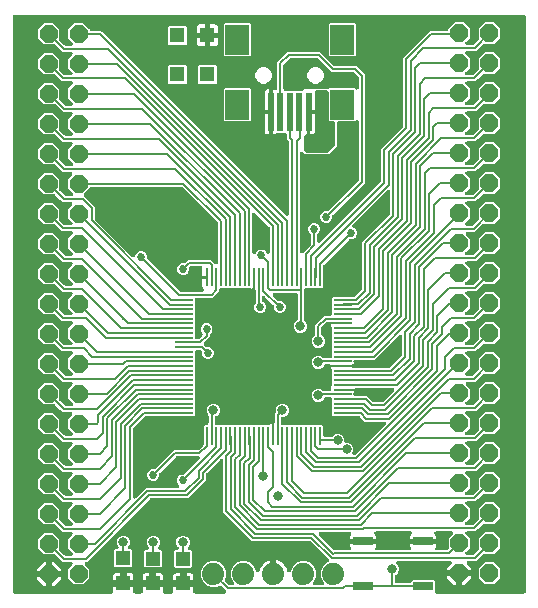
<source format=gbr>
G04 EAGLE Gerber RS-274X export*
G75*
%MOMM*%
%FSLAX34Y34*%
%LPD*%
%INTop Copper*%
%IPPOS*%
%AMOC8*
5,1,8,0,0,1.08239X$1,22.5*%
G01*
%ADD10R,0.230000X1.500000*%
%ADD11R,1.500000X0.230000*%
%ADD12R,2.000000X2.500000*%
%ADD13R,0.500000X3.300000*%
%ADD14C,1.879600*%
%ADD15R,1.308000X1.308000*%
%ADD16P,1.649562X8X292.500000*%
%ADD17R,1.200000X1.200000*%
%ADD18R,1.651000X0.762000*%
%ADD19C,0.203200*%
%ADD20C,0.812800*%
%ADD21C,0.685800*%
%ADD22C,0.889000*%

G36*
X86772Y2293D02*
X86772Y2293D01*
X86823Y2290D01*
X86945Y2312D01*
X87068Y2327D01*
X87116Y2344D01*
X87166Y2353D01*
X87280Y2402D01*
X87396Y2444D01*
X87439Y2472D01*
X87486Y2492D01*
X87585Y2566D01*
X87689Y2633D01*
X87724Y2670D01*
X87765Y2700D01*
X87845Y2795D01*
X87931Y2884D01*
X87957Y2928D01*
X87990Y2967D01*
X88046Y3077D01*
X88110Y3183D01*
X88125Y3231D01*
X88149Y3277D01*
X88178Y3397D01*
X88216Y3515D01*
X88220Y3566D01*
X88232Y3615D01*
X88234Y3739D01*
X88244Y3862D01*
X88236Y3913D01*
X88237Y3964D01*
X88193Y4204D01*
X88045Y4756D01*
X88045Y8091D01*
X95110Y8091D01*
X95136Y8094D01*
X95162Y8092D01*
X95309Y8114D01*
X95456Y8131D01*
X95481Y8139D01*
X95507Y8143D01*
X95644Y8198D01*
X95784Y8248D01*
X95806Y8262D01*
X95831Y8272D01*
X95952Y8357D01*
X96077Y8437D01*
X96095Y8456D01*
X96117Y8471D01*
X96216Y8581D01*
X96319Y8688D01*
X96333Y8710D01*
X96350Y8730D01*
X96422Y8860D01*
X96498Y8987D01*
X96506Y9012D01*
X96519Y9035D01*
X96559Y9178D01*
X96584Y9254D01*
X96588Y9243D01*
X96592Y9217D01*
X96646Y9079D01*
X96696Y8940D01*
X96711Y8918D01*
X96720Y8893D01*
X96805Y8772D01*
X96885Y8647D01*
X96904Y8629D01*
X96919Y8607D01*
X97029Y8508D01*
X97136Y8405D01*
X97159Y8391D01*
X97178Y8374D01*
X97308Y8302D01*
X97435Y8226D01*
X97460Y8218D01*
X97483Y8205D01*
X97626Y8165D01*
X97767Y8120D01*
X97793Y8117D01*
X97818Y8110D01*
X98062Y8091D01*
X105127Y8091D01*
X105127Y4756D01*
X104979Y4204D01*
X104972Y4154D01*
X104956Y4105D01*
X104946Y3982D01*
X104928Y3860D01*
X104932Y3809D01*
X104928Y3758D01*
X104946Y3635D01*
X104957Y3512D01*
X104972Y3464D01*
X104980Y3413D01*
X105025Y3298D01*
X105063Y3180D01*
X105090Y3137D01*
X105108Y3089D01*
X105179Y2988D01*
X105243Y2882D01*
X105278Y2845D01*
X105307Y2803D01*
X105399Y2720D01*
X105485Y2631D01*
X105528Y2604D01*
X105566Y2570D01*
X105674Y2510D01*
X105778Y2443D01*
X105827Y2426D01*
X105871Y2401D01*
X105990Y2368D01*
X106107Y2326D01*
X106157Y2320D01*
X106207Y2306D01*
X106450Y2287D01*
X111751Y2287D01*
X111802Y2293D01*
X111853Y2290D01*
X111975Y2312D01*
X112097Y2327D01*
X112145Y2344D01*
X112196Y2353D01*
X112309Y2402D01*
X112426Y2444D01*
X112468Y2472D01*
X112515Y2492D01*
X112614Y2566D01*
X112718Y2633D01*
X112754Y2670D01*
X112795Y2700D01*
X112874Y2795D01*
X112961Y2884D01*
X112987Y2928D01*
X113020Y2967D01*
X113076Y3077D01*
X113139Y3183D01*
X113155Y3231D01*
X113178Y3277D01*
X113208Y3397D01*
X113246Y3515D01*
X113250Y3566D01*
X113262Y3615D01*
X113264Y3739D01*
X113274Y3862D01*
X113266Y3913D01*
X113267Y3964D01*
X113223Y4204D01*
X113126Y4564D01*
X113126Y7899D01*
X120191Y7899D01*
X120217Y7902D01*
X120243Y7900D01*
X120390Y7922D01*
X120537Y7939D01*
X120562Y7947D01*
X120588Y7951D01*
X120725Y8006D01*
X120865Y8056D01*
X120887Y8070D01*
X120912Y8080D01*
X121033Y8165D01*
X121158Y8245D01*
X121176Y8264D01*
X121198Y8279D01*
X121297Y8389D01*
X121400Y8496D01*
X121414Y8518D01*
X121431Y8538D01*
X121503Y8668D01*
X121579Y8795D01*
X121587Y8820D01*
X121600Y8843D01*
X121640Y8986D01*
X121665Y9062D01*
X121669Y9051D01*
X121673Y9025D01*
X121727Y8887D01*
X121777Y8748D01*
X121792Y8726D01*
X121801Y8701D01*
X121886Y8580D01*
X121966Y8455D01*
X121985Y8437D01*
X122000Y8415D01*
X122110Y8316D01*
X122217Y8213D01*
X122240Y8199D01*
X122259Y8182D01*
X122389Y8110D01*
X122516Y8034D01*
X122541Y8026D01*
X122564Y8013D01*
X122707Y7973D01*
X122848Y7928D01*
X122874Y7925D01*
X122899Y7918D01*
X123143Y7899D01*
X130208Y7899D01*
X130208Y4564D01*
X130111Y4204D01*
X130104Y4154D01*
X130088Y4105D01*
X130079Y3982D01*
X130060Y3860D01*
X130065Y3809D01*
X130060Y3758D01*
X130079Y3635D01*
X130089Y3512D01*
X130105Y3464D01*
X130112Y3413D01*
X130158Y3298D01*
X130196Y3180D01*
X130222Y3137D01*
X130241Y3089D01*
X130311Y2988D01*
X130375Y2882D01*
X130411Y2845D01*
X130440Y2803D01*
X130532Y2720D01*
X130618Y2631D01*
X130661Y2604D01*
X130699Y2570D01*
X130807Y2510D01*
X130911Y2443D01*
X130959Y2426D01*
X131004Y2401D01*
X131123Y2367D01*
X131239Y2326D01*
X131290Y2320D01*
X131339Y2306D01*
X131583Y2287D01*
X137323Y2287D01*
X137374Y2293D01*
X137425Y2290D01*
X137547Y2312D01*
X137670Y2327D01*
X137718Y2344D01*
X137768Y2353D01*
X137881Y2402D01*
X137998Y2444D01*
X138041Y2472D01*
X138087Y2492D01*
X138187Y2566D01*
X138290Y2633D01*
X138326Y2670D01*
X138367Y2700D01*
X138447Y2795D01*
X138533Y2884D01*
X138559Y2928D01*
X138592Y2967D01*
X138648Y3077D01*
X138711Y3183D01*
X138727Y3232D01*
X138750Y3277D01*
X138780Y3397D01*
X138818Y3515D01*
X138822Y3566D01*
X138834Y3615D01*
X138836Y3739D01*
X138846Y3862D01*
X138838Y3913D01*
X138839Y3964D01*
X138795Y4204D01*
X138794Y4207D01*
X138715Y4500D01*
X138715Y7836D01*
X145780Y7836D01*
X145806Y7839D01*
X145832Y7837D01*
X145979Y7859D01*
X146126Y7876D01*
X146151Y7884D01*
X146177Y7888D01*
X146314Y7943D01*
X146454Y7993D01*
X146476Y8007D01*
X146501Y8017D01*
X146622Y8102D01*
X146747Y8182D01*
X146765Y8201D01*
X146787Y8216D01*
X146886Y8326D01*
X146989Y8433D01*
X147003Y8455D01*
X147020Y8475D01*
X147092Y8605D01*
X147168Y8732D01*
X147176Y8757D01*
X147189Y8780D01*
X147229Y8923D01*
X147254Y8999D01*
X147258Y8988D01*
X147262Y8962D01*
X147316Y8824D01*
X147366Y8685D01*
X147381Y8663D01*
X147390Y8638D01*
X147475Y8517D01*
X147555Y8392D01*
X147574Y8374D01*
X147589Y8352D01*
X147699Y8253D01*
X147806Y8150D01*
X147829Y8136D01*
X147848Y8119D01*
X147978Y8047D01*
X148105Y7971D01*
X148130Y7963D01*
X148153Y7950D01*
X148296Y7910D01*
X148437Y7865D01*
X148463Y7862D01*
X148488Y7855D01*
X148732Y7836D01*
X155797Y7836D01*
X155797Y4500D01*
X155717Y4204D01*
X155710Y4154D01*
X155694Y4105D01*
X155684Y3982D01*
X155666Y3860D01*
X155670Y3809D01*
X155666Y3758D01*
X155685Y3636D01*
X155695Y3512D01*
X155710Y3464D01*
X155718Y3413D01*
X155764Y3298D01*
X155802Y3180D01*
X155828Y3137D01*
X155847Y3089D01*
X155917Y2988D01*
X155981Y2882D01*
X156017Y2845D01*
X156046Y2803D01*
X156137Y2720D01*
X156224Y2631D01*
X156267Y2604D01*
X156304Y2570D01*
X156413Y2510D01*
X156517Y2443D01*
X156565Y2426D01*
X156609Y2401D01*
X156729Y2367D01*
X156845Y2326D01*
X156896Y2320D01*
X156945Y2306D01*
X157189Y2287D01*
X182150Y2287D01*
X182250Y2298D01*
X182350Y2300D01*
X182422Y2318D01*
X182496Y2327D01*
X182590Y2360D01*
X182688Y2385D01*
X182754Y2419D01*
X182824Y2444D01*
X182908Y2499D01*
X182998Y2545D01*
X183054Y2593D01*
X183117Y2633D01*
X183187Y2705D01*
X183263Y2770D01*
X183307Y2830D01*
X183359Y2884D01*
X183411Y2970D01*
X183470Y3051D01*
X183500Y3119D01*
X183538Y3183D01*
X183568Y3279D01*
X183608Y3371D01*
X183621Y3444D01*
X183644Y3515D01*
X183652Y3615D01*
X183670Y3714D01*
X183666Y3788D01*
X183672Y3862D01*
X183657Y3962D01*
X183652Y4062D01*
X183631Y4133D01*
X183620Y4207D01*
X183583Y4300D01*
X183555Y4397D01*
X183519Y4462D01*
X183492Y4531D01*
X183434Y4613D01*
X183385Y4701D01*
X183320Y4777D01*
X183293Y4817D01*
X183266Y4841D01*
X183227Y4887D01*
X179450Y8664D01*
X179390Y8711D01*
X179337Y8766D01*
X179254Y8820D01*
X179177Y8881D01*
X179108Y8913D01*
X179043Y8955D01*
X178951Y8988D01*
X178862Y9030D01*
X178787Y9046D01*
X178715Y9071D01*
X178617Y9082D01*
X178521Y9103D01*
X178445Y9102D01*
X178369Y9110D01*
X178271Y9099D01*
X178173Y9097D01*
X178098Y9078D01*
X178023Y9069D01*
X177881Y9024D01*
X177835Y9012D01*
X177818Y9003D01*
X177790Y8994D01*
X175084Y7873D01*
X170738Y7873D01*
X166724Y9536D01*
X163651Y12609D01*
X161988Y16623D01*
X161988Y20969D01*
X163651Y24983D01*
X166724Y28056D01*
X170738Y29719D01*
X175084Y29719D01*
X179098Y28056D01*
X182171Y24983D01*
X183834Y20969D01*
X183834Y16623D01*
X182713Y13917D01*
X182692Y13844D01*
X182662Y13773D01*
X182644Y13677D01*
X182617Y13582D01*
X182613Y13506D01*
X182600Y13430D01*
X182605Y13332D01*
X182600Y13234D01*
X182614Y13159D01*
X182618Y13082D01*
X182645Y12988D01*
X182663Y12891D01*
X182693Y12821D01*
X182714Y12748D01*
X182762Y12662D01*
X182802Y12571D01*
X182847Y12510D01*
X182884Y12443D01*
X182981Y12330D01*
X183009Y12292D01*
X183024Y12279D01*
X183043Y12257D01*
X185709Y9591D01*
X185808Y9512D01*
X185902Y9428D01*
X185944Y9404D01*
X185982Y9374D01*
X186096Y9320D01*
X186207Y9259D01*
X186254Y9246D01*
X186297Y9225D01*
X186421Y9199D01*
X186543Y9164D01*
X186603Y9159D01*
X186638Y9152D01*
X186686Y9153D01*
X186786Y9145D01*
X188838Y9145D01*
X188938Y9156D01*
X189038Y9158D01*
X189110Y9176D01*
X189184Y9185D01*
X189279Y9219D01*
X189376Y9243D01*
X189442Y9277D01*
X189512Y9302D01*
X189597Y9357D01*
X189686Y9403D01*
X189742Y9451D01*
X189805Y9491D01*
X189875Y9563D01*
X189951Y9628D01*
X189995Y9688D01*
X190047Y9742D01*
X190099Y9828D01*
X190158Y9909D01*
X190188Y9977D01*
X190226Y10041D01*
X190257Y10137D01*
X190296Y10229D01*
X190309Y10302D01*
X190332Y10373D01*
X190340Y10473D01*
X190358Y10572D01*
X190354Y10646D01*
X190360Y10720D01*
X190345Y10820D01*
X190340Y10920D01*
X190319Y10991D01*
X190308Y11065D01*
X190271Y11158D01*
X190243Y11255D01*
X190207Y11320D01*
X190180Y11389D01*
X190122Y11471D01*
X190073Y11559D01*
X190008Y11635D01*
X189981Y11675D01*
X189954Y11699D01*
X189915Y11745D01*
X189051Y12609D01*
X187388Y16623D01*
X187388Y20969D01*
X189051Y24983D01*
X192124Y28056D01*
X196138Y29719D01*
X200484Y29719D01*
X204498Y28056D01*
X207571Y24983D01*
X209144Y21184D01*
X209196Y21092D01*
X209238Y20996D01*
X209280Y20940D01*
X209314Y20880D01*
X209385Y20801D01*
X209448Y20717D01*
X209501Y20673D01*
X209548Y20621D01*
X209635Y20561D01*
X209715Y20494D01*
X209777Y20463D01*
X209835Y20423D01*
X209933Y20385D01*
X210027Y20337D01*
X210094Y20321D01*
X210159Y20295D01*
X210263Y20280D01*
X210365Y20255D01*
X210435Y20255D01*
X210504Y20245D01*
X210609Y20253D01*
X210714Y20252D01*
X210782Y20268D01*
X210851Y20273D01*
X210951Y20306D01*
X211054Y20329D01*
X211116Y20359D01*
X211183Y20381D01*
X211273Y20435D01*
X211368Y20481D01*
X211422Y20524D01*
X211481Y20560D01*
X211557Y20634D01*
X211639Y20700D01*
X211681Y20755D01*
X211731Y20803D01*
X211788Y20892D01*
X211853Y20975D01*
X211882Y21038D01*
X211919Y21096D01*
X211955Y21196D01*
X211999Y21291D01*
X212020Y21381D01*
X212036Y21425D01*
X212040Y21463D01*
X212056Y21529D01*
X212066Y21592D01*
X212647Y23379D01*
X213500Y25053D01*
X214605Y26574D01*
X215933Y27902D01*
X217454Y29007D01*
X219128Y29860D01*
X220915Y30441D01*
X221172Y30481D01*
X221172Y19812D01*
X221175Y19786D01*
X221173Y19760D01*
X221195Y19613D01*
X221212Y19466D01*
X221220Y19441D01*
X221224Y19415D01*
X221279Y19278D01*
X221329Y19138D01*
X221343Y19116D01*
X221353Y19091D01*
X221438Y18970D01*
X221518Y18845D01*
X221537Y18827D01*
X221552Y18805D01*
X221662Y18706D01*
X221769Y18603D01*
X221791Y18589D01*
X221811Y18572D01*
X221941Y18500D01*
X222068Y18424D01*
X222093Y18416D01*
X222116Y18403D01*
X222259Y18363D01*
X222400Y18318D01*
X222426Y18316D01*
X222451Y18309D01*
X222695Y18289D01*
X224727Y18289D01*
X224753Y18292D01*
X224779Y18290D01*
X224926Y18312D01*
X225073Y18329D01*
X225098Y18338D01*
X225124Y18342D01*
X225262Y18396D01*
X225401Y18446D01*
X225423Y18461D01*
X225448Y18470D01*
X225569Y18555D01*
X225694Y18635D01*
X225712Y18654D01*
X225734Y18669D01*
X225833Y18779D01*
X225936Y18886D01*
X225950Y18909D01*
X225967Y18928D01*
X226039Y19058D01*
X226115Y19185D01*
X226123Y19210D01*
X226136Y19233D01*
X226176Y19376D01*
X226221Y19517D01*
X226223Y19543D01*
X226231Y19568D01*
X226250Y19812D01*
X226250Y30481D01*
X226507Y30441D01*
X228294Y29860D01*
X229968Y29007D01*
X231489Y27902D01*
X232817Y26574D01*
X233922Y25053D01*
X234775Y23379D01*
X235356Y21592D01*
X235366Y21529D01*
X235394Y21428D01*
X235413Y21324D01*
X235441Y21260D01*
X235459Y21193D01*
X235510Y21101D01*
X235552Y21004D01*
X235593Y20948D01*
X235626Y20888D01*
X235697Y20809D01*
X235760Y20724D01*
X235813Y20680D01*
X235859Y20628D01*
X235945Y20567D01*
X236026Y20499D01*
X236087Y20468D01*
X236144Y20428D01*
X236242Y20389D01*
X236336Y20341D01*
X236403Y20324D01*
X236468Y20298D01*
X236572Y20282D01*
X236674Y20256D01*
X236743Y20255D01*
X236812Y20245D01*
X236917Y20253D01*
X237023Y20251D01*
X237090Y20266D01*
X237160Y20272D01*
X237260Y20303D01*
X237363Y20326D01*
X237426Y20356D01*
X237492Y20376D01*
X237583Y20430D01*
X237678Y20475D01*
X237732Y20519D01*
X237792Y20554D01*
X237868Y20627D01*
X237950Y20693D01*
X237993Y20747D01*
X238043Y20795D01*
X238101Y20884D01*
X238166Y20966D01*
X238208Y21049D01*
X238233Y21087D01*
X238247Y21124D01*
X238278Y21184D01*
X239851Y24983D01*
X242924Y28056D01*
X246938Y29719D01*
X251284Y29719D01*
X255298Y28056D01*
X258371Y24983D01*
X260034Y20969D01*
X260034Y16623D01*
X258371Y12609D01*
X257507Y11745D01*
X257445Y11666D01*
X257375Y11594D01*
X257337Y11530D01*
X257291Y11472D01*
X257248Y11381D01*
X257196Y11295D01*
X257173Y11224D01*
X257142Y11157D01*
X257120Y11059D01*
X257090Y10963D01*
X257084Y10889D01*
X257068Y10816D01*
X257070Y10716D01*
X257062Y10616D01*
X257073Y10542D01*
X257074Y10468D01*
X257099Y10371D01*
X257114Y10271D01*
X257141Y10202D01*
X257159Y10130D01*
X257205Y10041D01*
X257242Y9947D01*
X257285Y9886D01*
X257319Y9820D01*
X257384Y9744D01*
X257441Y9661D01*
X257496Y9611D01*
X257545Y9555D01*
X257625Y9495D01*
X257700Y9428D01*
X257765Y9392D01*
X257825Y9347D01*
X257917Y9308D01*
X258005Y9259D01*
X258077Y9239D01*
X258145Y9209D01*
X258244Y9192D01*
X258340Y9164D01*
X258440Y9156D01*
X258488Y9148D01*
X258524Y9150D01*
X258584Y9145D01*
X265038Y9145D01*
X265138Y9156D01*
X265238Y9158D01*
X265310Y9176D01*
X265384Y9185D01*
X265479Y9219D01*
X265576Y9243D01*
X265642Y9277D01*
X265712Y9302D01*
X265797Y9357D01*
X265886Y9403D01*
X265942Y9451D01*
X266005Y9491D01*
X266075Y9563D01*
X266151Y9628D01*
X266195Y9688D01*
X266247Y9742D01*
X266299Y9828D01*
X266358Y9909D01*
X266388Y9977D01*
X266426Y10041D01*
X266457Y10137D01*
X266496Y10229D01*
X266509Y10302D01*
X266532Y10373D01*
X266540Y10473D01*
X266558Y10572D01*
X266554Y10646D01*
X266560Y10720D01*
X266545Y10820D01*
X266540Y10920D01*
X266519Y10991D01*
X266508Y11065D01*
X266471Y11158D01*
X266443Y11255D01*
X266407Y11320D01*
X266380Y11389D01*
X266322Y11471D01*
X266273Y11559D01*
X266208Y11635D01*
X266181Y11675D01*
X266154Y11699D01*
X266115Y11745D01*
X265251Y12609D01*
X263588Y16623D01*
X263588Y20969D01*
X265251Y24983D01*
X268324Y28056D01*
X269900Y28709D01*
X270032Y28782D01*
X270165Y28851D01*
X270184Y28866D01*
X270205Y28878D01*
X270316Y28979D01*
X270431Y29077D01*
X270445Y29096D01*
X270463Y29112D01*
X270549Y29236D01*
X270638Y29357D01*
X270648Y29379D01*
X270661Y29399D01*
X270717Y29539D01*
X270776Y29677D01*
X270780Y29701D01*
X270789Y29723D01*
X270811Y29872D01*
X270838Y30020D01*
X270836Y30044D01*
X270840Y30068D01*
X270827Y30218D01*
X270820Y30368D01*
X270813Y30391D01*
X270811Y30415D01*
X270765Y30559D01*
X270723Y30703D01*
X270711Y30724D01*
X270704Y30747D01*
X270626Y30876D01*
X270553Y31007D01*
X270534Y31029D01*
X270524Y31046D01*
X270491Y31080D01*
X270395Y31193D01*
X255299Y46289D01*
X255200Y46368D01*
X255106Y46452D01*
X255064Y46476D01*
X255026Y46506D01*
X254912Y46560D01*
X254801Y46621D01*
X254754Y46634D01*
X254711Y46655D01*
X254587Y46681D01*
X254465Y46716D01*
X254405Y46721D01*
X254370Y46728D01*
X254322Y46727D01*
X254222Y46735D01*
X205450Y46735D01*
X203515Y48670D01*
X183290Y68895D01*
X181355Y70830D01*
X181355Y114649D01*
X181344Y114749D01*
X181342Y114849D01*
X181324Y114921D01*
X181315Y114995D01*
X181282Y115089D01*
X181257Y115187D01*
X181223Y115253D01*
X181198Y115323D01*
X181143Y115407D01*
X181097Y115497D01*
X181049Y115553D01*
X181009Y115616D01*
X180937Y115686D01*
X180872Y115762D01*
X180812Y115806D01*
X180758Y115858D01*
X180672Y115910D01*
X180591Y115969D01*
X180523Y115999D01*
X180459Y116037D01*
X180363Y116067D01*
X180271Y116107D01*
X180198Y116120D01*
X180127Y116143D01*
X180027Y116151D01*
X179928Y116169D01*
X179854Y116165D01*
X179780Y116171D01*
X179680Y116156D01*
X179580Y116151D01*
X179509Y116130D01*
X179435Y116119D01*
X179342Y116082D01*
X179245Y116054D01*
X179180Y116018D01*
X179111Y115991D01*
X179029Y115933D01*
X178941Y115884D01*
X178865Y115819D01*
X178825Y115792D01*
X178801Y115765D01*
X178755Y115726D01*
X167071Y104042D01*
X166992Y103943D01*
X166908Y103849D01*
X166884Y103807D01*
X166854Y103769D01*
X166800Y103655D01*
X166739Y103544D01*
X166726Y103497D01*
X166705Y103454D01*
X166679Y103330D01*
X166644Y103208D01*
X166639Y103148D01*
X166632Y103113D01*
X166633Y103065D01*
X166625Y102965D01*
X166625Y97881D01*
X151674Y82930D01*
X120174Y82930D01*
X120049Y82916D01*
X119923Y82909D01*
X119876Y82896D01*
X119828Y82890D01*
X119709Y82848D01*
X119588Y82813D01*
X119546Y82789D01*
X119500Y82773D01*
X119394Y82704D01*
X119284Y82643D01*
X119237Y82603D01*
X119207Y82584D01*
X119174Y82549D01*
X119097Y82484D01*
X65822Y29209D01*
X65253Y29209D01*
X65153Y29198D01*
X65053Y29196D01*
X64980Y29178D01*
X64907Y29169D01*
X64812Y29136D01*
X64715Y29111D01*
X64648Y29077D01*
X64578Y29052D01*
X64494Y28997D01*
X64405Y28951D01*
X64348Y28903D01*
X64286Y28863D01*
X64216Y28791D01*
X64139Y28726D01*
X64095Y28666D01*
X64043Y28612D01*
X63992Y28526D01*
X63932Y28445D01*
X63903Y28377D01*
X63865Y28313D01*
X63834Y28217D01*
X63794Y28125D01*
X63781Y28052D01*
X63758Y27981D01*
X63750Y27881D01*
X63733Y27782D01*
X63736Y27708D01*
X63730Y27634D01*
X63745Y27534D01*
X63750Y27434D01*
X63771Y27363D01*
X63782Y27289D01*
X63819Y27196D01*
X63847Y27099D01*
X63883Y27034D01*
X63911Y26965D01*
X63968Y26883D01*
X64017Y26795D01*
X64082Y26719D01*
X64110Y26679D01*
X64136Y26655D01*
X64176Y26609D01*
X67883Y22902D01*
X67883Y15326D01*
X62526Y9969D01*
X54950Y9969D01*
X49593Y15326D01*
X49593Y22902D01*
X53300Y26609D01*
X53363Y26687D01*
X53433Y26760D01*
X53471Y26824D01*
X53517Y26882D01*
X53560Y26973D01*
X53611Y27059D01*
X53634Y27130D01*
X53666Y27197D01*
X53687Y27295D01*
X53718Y27391D01*
X53724Y27465D01*
X53739Y27538D01*
X53738Y27638D01*
X53746Y27738D01*
X53735Y27812D01*
X53733Y27886D01*
X53709Y27983D01*
X53694Y28083D01*
X53666Y28152D01*
X53648Y28224D01*
X53602Y28314D01*
X53565Y28407D01*
X53523Y28468D01*
X53489Y28534D01*
X53423Y28611D01*
X53366Y28693D01*
X53311Y28743D01*
X53263Y28799D01*
X53182Y28859D01*
X53107Y28926D01*
X53042Y28962D01*
X52983Y29007D01*
X52890Y29046D01*
X52802Y29095D01*
X52731Y29115D01*
X52663Y29145D01*
X52564Y29162D01*
X52467Y29190D01*
X52367Y29198D01*
X52319Y29206D01*
X52284Y29204D01*
X52223Y29209D01*
X44922Y29209D01*
X42987Y31144D01*
X39021Y35110D01*
X39000Y35126D01*
X38983Y35146D01*
X38864Y35235D01*
X38748Y35327D01*
X38724Y35338D01*
X38703Y35354D01*
X38567Y35412D01*
X38433Y35476D01*
X38407Y35481D01*
X38383Y35492D01*
X38237Y35518D01*
X38092Y35549D01*
X38066Y35549D01*
X38040Y35553D01*
X37891Y35546D01*
X37744Y35543D01*
X37718Y35537D01*
X37692Y35535D01*
X37549Y35494D01*
X37406Y35458D01*
X37382Y35446D01*
X37357Y35439D01*
X37233Y35369D01*
X29550Y35369D01*
X24193Y40726D01*
X24193Y48302D01*
X29550Y53659D01*
X37126Y53659D01*
X42483Y48302D01*
X42483Y40692D01*
X42397Y40584D01*
X42386Y40561D01*
X42371Y40540D01*
X42312Y40403D01*
X42248Y40269D01*
X42243Y40244D01*
X42233Y40220D01*
X42206Y40073D01*
X42175Y39929D01*
X42175Y39902D01*
X42171Y39877D01*
X42178Y39728D01*
X42181Y39580D01*
X42187Y39555D01*
X42189Y39528D01*
X42230Y39386D01*
X42266Y39242D01*
X42278Y39219D01*
X42285Y39194D01*
X42358Y39064D01*
X42426Y38932D01*
X42443Y38912D01*
X42455Y38889D01*
X42614Y38703D01*
X46580Y34737D01*
X46679Y34658D01*
X46773Y34574D01*
X46815Y34550D01*
X46853Y34520D01*
X46967Y34466D01*
X47078Y34405D01*
X47125Y34392D01*
X47168Y34371D01*
X47292Y34345D01*
X47414Y34310D01*
X47474Y34305D01*
X47509Y34298D01*
X47557Y34299D01*
X47657Y34291D01*
X52351Y34291D01*
X52451Y34302D01*
X52551Y34304D01*
X52624Y34322D01*
X52697Y34331D01*
X52792Y34364D01*
X52889Y34389D01*
X52956Y34423D01*
X53026Y34448D01*
X53110Y34503D01*
X53199Y34549D01*
X53256Y34597D01*
X53318Y34637D01*
X53388Y34709D01*
X53465Y34774D01*
X53509Y34834D01*
X53561Y34888D01*
X53612Y34974D01*
X53672Y35055D01*
X53701Y35123D01*
X53739Y35187D01*
X53770Y35283D01*
X53810Y35375D01*
X53823Y35448D01*
X53846Y35519D01*
X53854Y35619D01*
X53871Y35718D01*
X53868Y35792D01*
X53874Y35866D01*
X53859Y35966D01*
X53854Y36066D01*
X53833Y36137D01*
X53822Y36211D01*
X53785Y36304D01*
X53757Y36401D01*
X53721Y36466D01*
X53693Y36535D01*
X53636Y36617D01*
X53587Y36705D01*
X53522Y36781D01*
X53494Y36821D01*
X53468Y36845D01*
X53428Y36891D01*
X49593Y40726D01*
X49593Y48302D01*
X53300Y52009D01*
X53363Y52087D01*
X53433Y52160D01*
X53471Y52224D01*
X53517Y52282D01*
X53560Y52373D01*
X53611Y52459D01*
X53634Y52530D01*
X53666Y52597D01*
X53687Y52695D01*
X53718Y52791D01*
X53724Y52865D01*
X53739Y52938D01*
X53738Y53038D01*
X53746Y53138D01*
X53735Y53212D01*
X53733Y53286D01*
X53709Y53383D01*
X53694Y53483D01*
X53666Y53552D01*
X53648Y53624D01*
X53602Y53714D01*
X53565Y53807D01*
X53523Y53868D01*
X53489Y53934D01*
X53423Y54011D01*
X53366Y54093D01*
X53311Y54143D01*
X53263Y54199D01*
X53182Y54259D01*
X53107Y54326D01*
X53042Y54362D01*
X52983Y54407D01*
X52890Y54446D01*
X52802Y54495D01*
X52731Y54515D01*
X52663Y54545D01*
X52564Y54562D01*
X52467Y54590D01*
X52367Y54598D01*
X52319Y54606D01*
X52284Y54604D01*
X52223Y54609D01*
X45176Y54609D01*
X43241Y56544D01*
X39148Y60637D01*
X39127Y60653D01*
X39110Y60673D01*
X38991Y60762D01*
X38875Y60854D01*
X38851Y60865D01*
X38830Y60881D01*
X38694Y60939D01*
X38560Y61003D01*
X38534Y61008D01*
X38510Y61019D01*
X38364Y61045D01*
X38219Y61076D01*
X38193Y61076D01*
X38167Y61080D01*
X38018Y61073D01*
X37871Y61070D01*
X37845Y61064D01*
X37819Y61062D01*
X37676Y61021D01*
X37533Y60985D01*
X37509Y60973D01*
X37484Y60966D01*
X37355Y60893D01*
X37223Y60825D01*
X37203Y60808D01*
X37180Y60796D01*
X37149Y60769D01*
X29550Y60769D01*
X24193Y66126D01*
X24193Y73702D01*
X29550Y79059D01*
X37126Y79059D01*
X42483Y73702D01*
X42483Y66032D01*
X42439Y65931D01*
X42375Y65796D01*
X42370Y65771D01*
X42360Y65747D01*
X42333Y65601D01*
X42302Y65456D01*
X42302Y65429D01*
X42298Y65404D01*
X42305Y65255D01*
X42308Y65107D01*
X42314Y65082D01*
X42316Y65055D01*
X42357Y64913D01*
X42393Y64769D01*
X42405Y64746D01*
X42412Y64721D01*
X42485Y64591D01*
X42553Y64459D01*
X42570Y64439D01*
X42582Y64416D01*
X42741Y64230D01*
X46834Y60137D01*
X46933Y60058D01*
X47027Y59974D01*
X47069Y59950D01*
X47107Y59920D01*
X47221Y59866D01*
X47332Y59805D01*
X47379Y59792D01*
X47422Y59771D01*
X47546Y59745D01*
X47668Y59710D01*
X47728Y59705D01*
X47763Y59698D01*
X47811Y59699D01*
X47911Y59691D01*
X52351Y59691D01*
X52451Y59702D01*
X52551Y59704D01*
X52624Y59722D01*
X52697Y59731D01*
X52792Y59764D01*
X52889Y59789D01*
X52956Y59823D01*
X53026Y59848D01*
X53110Y59903D01*
X53199Y59949D01*
X53256Y59997D01*
X53318Y60037D01*
X53388Y60109D01*
X53465Y60174D01*
X53509Y60234D01*
X53561Y60288D01*
X53612Y60374D01*
X53672Y60455D01*
X53701Y60523D01*
X53739Y60587D01*
X53770Y60683D01*
X53810Y60775D01*
X53823Y60848D01*
X53846Y60919D01*
X53854Y61019D01*
X53871Y61118D01*
X53868Y61192D01*
X53874Y61266D01*
X53859Y61366D01*
X53854Y61466D01*
X53833Y61537D01*
X53822Y61611D01*
X53785Y61704D01*
X53757Y61801D01*
X53721Y61866D01*
X53693Y61935D01*
X53636Y62017D01*
X53587Y62105D01*
X53522Y62181D01*
X53494Y62221D01*
X53468Y62245D01*
X53428Y62291D01*
X49593Y66126D01*
X49593Y73702D01*
X53300Y77409D01*
X53363Y77487D01*
X53433Y77560D01*
X53471Y77624D01*
X53517Y77682D01*
X53560Y77773D01*
X53611Y77859D01*
X53634Y77930D01*
X53666Y77997D01*
X53687Y78095D01*
X53718Y78191D01*
X53724Y78265D01*
X53739Y78338D01*
X53738Y78438D01*
X53746Y78538D01*
X53735Y78612D01*
X53733Y78686D01*
X53709Y78783D01*
X53694Y78883D01*
X53666Y78952D01*
X53648Y79024D01*
X53602Y79114D01*
X53565Y79207D01*
X53523Y79268D01*
X53489Y79334D01*
X53423Y79411D01*
X53366Y79493D01*
X53311Y79543D01*
X53263Y79599D01*
X53182Y79659D01*
X53107Y79726D01*
X53042Y79762D01*
X52983Y79807D01*
X52890Y79846D01*
X52802Y79895D01*
X52731Y79915D01*
X52663Y79945D01*
X52564Y79962D01*
X52467Y79990D01*
X52367Y79998D01*
X52319Y80006D01*
X52284Y80004D01*
X52223Y80009D01*
X44922Y80009D01*
X42987Y81944D01*
X39021Y85910D01*
X39000Y85926D01*
X38983Y85946D01*
X38864Y86035D01*
X38748Y86127D01*
X38724Y86138D01*
X38703Y86154D01*
X38567Y86212D01*
X38433Y86276D01*
X38407Y86281D01*
X38383Y86292D01*
X38237Y86318D01*
X38092Y86349D01*
X38066Y86349D01*
X38040Y86353D01*
X37891Y86346D01*
X37744Y86343D01*
X37718Y86337D01*
X37692Y86335D01*
X37549Y86294D01*
X37406Y86258D01*
X37382Y86246D01*
X37357Y86239D01*
X37233Y86169D01*
X29550Y86169D01*
X24193Y91526D01*
X24193Y99102D01*
X29550Y104459D01*
X37126Y104459D01*
X42483Y99102D01*
X42483Y91492D01*
X42397Y91384D01*
X42386Y91361D01*
X42371Y91340D01*
X42312Y91203D01*
X42248Y91069D01*
X42243Y91044D01*
X42233Y91020D01*
X42206Y90873D01*
X42175Y90729D01*
X42175Y90702D01*
X42171Y90677D01*
X42178Y90528D01*
X42181Y90380D01*
X42187Y90355D01*
X42189Y90328D01*
X42230Y90186D01*
X42266Y90042D01*
X42278Y90019D01*
X42285Y89994D01*
X42358Y89864D01*
X42426Y89732D01*
X42443Y89712D01*
X42455Y89689D01*
X42614Y89503D01*
X46580Y85537D01*
X46679Y85458D01*
X46773Y85374D01*
X46815Y85350D01*
X46853Y85320D01*
X46967Y85266D01*
X47078Y85205D01*
X47125Y85192D01*
X47168Y85171D01*
X47292Y85145D01*
X47414Y85110D01*
X47474Y85105D01*
X47509Y85098D01*
X47557Y85099D01*
X47657Y85091D01*
X52351Y85091D01*
X52451Y85102D01*
X52551Y85104D01*
X52624Y85122D01*
X52697Y85131D01*
X52792Y85164D01*
X52889Y85189D01*
X52956Y85223D01*
X53026Y85248D01*
X53110Y85303D01*
X53199Y85349D01*
X53256Y85397D01*
X53318Y85437D01*
X53388Y85509D01*
X53465Y85574D01*
X53509Y85634D01*
X53561Y85688D01*
X53612Y85774D01*
X53672Y85855D01*
X53701Y85923D01*
X53739Y85987D01*
X53770Y86083D01*
X53810Y86175D01*
X53823Y86248D01*
X53846Y86319D01*
X53854Y86419D01*
X53871Y86518D01*
X53868Y86592D01*
X53874Y86666D01*
X53859Y86766D01*
X53854Y86866D01*
X53833Y86937D01*
X53822Y87011D01*
X53785Y87104D01*
X53757Y87201D01*
X53721Y87266D01*
X53693Y87335D01*
X53636Y87417D01*
X53587Y87505D01*
X53522Y87581D01*
X53494Y87621D01*
X53468Y87645D01*
X53428Y87691D01*
X49593Y91526D01*
X49593Y99102D01*
X53300Y102809D01*
X53363Y102887D01*
X53433Y102960D01*
X53471Y103024D01*
X53517Y103082D01*
X53560Y103173D01*
X53611Y103259D01*
X53634Y103330D01*
X53666Y103397D01*
X53687Y103495D01*
X53718Y103591D01*
X53724Y103665D01*
X53739Y103738D01*
X53738Y103838D01*
X53746Y103938D01*
X53735Y104012D01*
X53733Y104086D01*
X53709Y104183D01*
X53694Y104283D01*
X53666Y104352D01*
X53648Y104424D01*
X53602Y104514D01*
X53565Y104607D01*
X53523Y104668D01*
X53489Y104734D01*
X53423Y104811D01*
X53366Y104893D01*
X53311Y104943D01*
X53263Y104999D01*
X53182Y105059D01*
X53107Y105126D01*
X53042Y105162D01*
X52983Y105207D01*
X52890Y105246D01*
X52802Y105295D01*
X52731Y105315D01*
X52663Y105345D01*
X52564Y105362D01*
X52467Y105390D01*
X52367Y105398D01*
X52319Y105406D01*
X52284Y105404D01*
X52223Y105409D01*
X44922Y105409D01*
X42987Y107344D01*
X39021Y111310D01*
X39000Y111326D01*
X38983Y111346D01*
X38864Y111435D01*
X38748Y111527D01*
X38724Y111538D01*
X38703Y111554D01*
X38567Y111612D01*
X38433Y111676D01*
X38407Y111681D01*
X38383Y111692D01*
X38237Y111718D01*
X38092Y111749D01*
X38066Y111749D01*
X38040Y111753D01*
X37891Y111746D01*
X37744Y111743D01*
X37718Y111737D01*
X37692Y111735D01*
X37549Y111694D01*
X37406Y111658D01*
X37382Y111646D01*
X37357Y111639D01*
X37233Y111569D01*
X29550Y111569D01*
X24193Y116926D01*
X24193Y124502D01*
X29550Y129859D01*
X37126Y129859D01*
X42483Y124502D01*
X42483Y116892D01*
X42397Y116784D01*
X42386Y116761D01*
X42371Y116740D01*
X42312Y116603D01*
X42248Y116469D01*
X42243Y116444D01*
X42233Y116420D01*
X42206Y116273D01*
X42175Y116129D01*
X42175Y116102D01*
X42171Y116077D01*
X42178Y115928D01*
X42181Y115780D01*
X42187Y115755D01*
X42189Y115728D01*
X42230Y115586D01*
X42266Y115442D01*
X42278Y115419D01*
X42285Y115394D01*
X42358Y115264D01*
X42426Y115132D01*
X42443Y115112D01*
X42455Y115089D01*
X42614Y114903D01*
X46580Y110937D01*
X46679Y110858D01*
X46773Y110774D01*
X46815Y110750D01*
X46853Y110720D01*
X46967Y110666D01*
X47078Y110605D01*
X47125Y110592D01*
X47168Y110571D01*
X47292Y110545D01*
X47414Y110510D01*
X47474Y110505D01*
X47509Y110498D01*
X47557Y110499D01*
X47657Y110491D01*
X52351Y110491D01*
X52451Y110502D01*
X52551Y110504D01*
X52624Y110522D01*
X52697Y110531D01*
X52792Y110564D01*
X52889Y110589D01*
X52956Y110623D01*
X53026Y110648D01*
X53110Y110703D01*
X53199Y110749D01*
X53256Y110797D01*
X53318Y110837D01*
X53388Y110909D01*
X53465Y110974D01*
X53509Y111034D01*
X53561Y111088D01*
X53612Y111174D01*
X53672Y111255D01*
X53701Y111323D01*
X53739Y111387D01*
X53770Y111483D01*
X53810Y111575D01*
X53823Y111648D01*
X53846Y111719D01*
X53854Y111819D01*
X53871Y111918D01*
X53868Y111992D01*
X53874Y112066D01*
X53859Y112166D01*
X53854Y112266D01*
X53833Y112337D01*
X53822Y112411D01*
X53785Y112504D01*
X53757Y112601D01*
X53721Y112666D01*
X53693Y112735D01*
X53636Y112817D01*
X53587Y112905D01*
X53522Y112981D01*
X53494Y113021D01*
X53468Y113045D01*
X53428Y113091D01*
X49593Y116926D01*
X49593Y124502D01*
X53300Y128209D01*
X53363Y128287D01*
X53433Y128360D01*
X53471Y128424D01*
X53517Y128482D01*
X53560Y128573D01*
X53611Y128659D01*
X53634Y128730D01*
X53666Y128797D01*
X53687Y128895D01*
X53718Y128991D01*
X53724Y129065D01*
X53739Y129138D01*
X53738Y129238D01*
X53746Y129338D01*
X53735Y129412D01*
X53733Y129486D01*
X53709Y129583D01*
X53694Y129683D01*
X53666Y129752D01*
X53648Y129824D01*
X53602Y129914D01*
X53565Y130007D01*
X53523Y130068D01*
X53489Y130134D01*
X53423Y130211D01*
X53366Y130293D01*
X53311Y130343D01*
X53263Y130399D01*
X53182Y130459D01*
X53107Y130526D01*
X53042Y130562D01*
X52983Y130607D01*
X52890Y130646D01*
X52802Y130695D01*
X52731Y130715D01*
X52663Y130745D01*
X52564Y130762D01*
X52467Y130790D01*
X52367Y130798D01*
X52319Y130806D01*
X52284Y130804D01*
X52223Y130809D01*
X44922Y130809D01*
X42987Y132744D01*
X39021Y136710D01*
X39000Y136726D01*
X38983Y136746D01*
X38864Y136835D01*
X38748Y136927D01*
X38724Y136938D01*
X38703Y136954D01*
X38567Y137012D01*
X38433Y137076D01*
X38407Y137081D01*
X38383Y137092D01*
X38237Y137118D01*
X38092Y137149D01*
X38066Y137149D01*
X38040Y137153D01*
X37891Y137146D01*
X37744Y137143D01*
X37718Y137137D01*
X37692Y137135D01*
X37549Y137094D01*
X37406Y137058D01*
X37382Y137046D01*
X37357Y137039D01*
X37233Y136969D01*
X29550Y136969D01*
X24193Y142326D01*
X24193Y149902D01*
X29550Y155259D01*
X37126Y155259D01*
X42483Y149902D01*
X42483Y142292D01*
X42397Y142184D01*
X42386Y142161D01*
X42371Y142140D01*
X42312Y142003D01*
X42248Y141869D01*
X42243Y141844D01*
X42233Y141820D01*
X42206Y141673D01*
X42175Y141529D01*
X42175Y141502D01*
X42171Y141477D01*
X42178Y141328D01*
X42181Y141180D01*
X42187Y141155D01*
X42189Y141128D01*
X42230Y140986D01*
X42266Y140842D01*
X42278Y140819D01*
X42285Y140794D01*
X42358Y140664D01*
X42426Y140532D01*
X42443Y140512D01*
X42455Y140489D01*
X42614Y140303D01*
X46580Y136337D01*
X46679Y136258D01*
X46773Y136174D01*
X46815Y136150D01*
X46853Y136120D01*
X46967Y136066D01*
X47078Y136005D01*
X47125Y135992D01*
X47168Y135971D01*
X47292Y135945D01*
X47414Y135910D01*
X47474Y135905D01*
X47509Y135898D01*
X47557Y135899D01*
X47657Y135891D01*
X52351Y135891D01*
X52451Y135902D01*
X52551Y135904D01*
X52624Y135922D01*
X52697Y135931D01*
X52792Y135964D01*
X52889Y135989D01*
X52956Y136023D01*
X53026Y136048D01*
X53110Y136103D01*
X53199Y136149D01*
X53256Y136197D01*
X53318Y136237D01*
X53388Y136309D01*
X53465Y136374D01*
X53509Y136434D01*
X53561Y136488D01*
X53612Y136574D01*
X53672Y136655D01*
X53701Y136723D01*
X53739Y136787D01*
X53770Y136883D01*
X53810Y136975D01*
X53823Y137048D01*
X53846Y137119D01*
X53854Y137219D01*
X53871Y137318D01*
X53868Y137392D01*
X53874Y137466D01*
X53859Y137566D01*
X53854Y137666D01*
X53833Y137737D01*
X53822Y137811D01*
X53785Y137904D01*
X53757Y138001D01*
X53721Y138066D01*
X53693Y138135D01*
X53636Y138217D01*
X53587Y138305D01*
X53522Y138381D01*
X53494Y138421D01*
X53468Y138445D01*
X53428Y138491D01*
X49593Y142326D01*
X49593Y149902D01*
X53046Y153355D01*
X53109Y153433D01*
X53179Y153506D01*
X53217Y153570D01*
X53263Y153628D01*
X53306Y153719D01*
X53357Y153805D01*
X53380Y153876D01*
X53412Y153943D01*
X53433Y154041D01*
X53464Y154137D01*
X53470Y154211D01*
X53485Y154284D01*
X53484Y154384D01*
X53492Y154484D01*
X53481Y154558D01*
X53479Y154632D01*
X53455Y154729D01*
X53440Y154829D01*
X53412Y154898D01*
X53394Y154970D01*
X53348Y155060D01*
X53311Y155153D01*
X53269Y155214D01*
X53235Y155280D01*
X53169Y155357D01*
X53112Y155439D01*
X53057Y155489D01*
X53009Y155545D01*
X52928Y155605D01*
X52853Y155672D01*
X52788Y155708D01*
X52729Y155753D01*
X52636Y155792D01*
X52548Y155841D01*
X52477Y155861D01*
X52409Y155891D01*
X52310Y155908D01*
X52213Y155936D01*
X52113Y155944D01*
X52065Y155952D01*
X52030Y155950D01*
X51969Y155955D01*
X45176Y155955D01*
X43241Y157890D01*
X39021Y162110D01*
X39000Y162126D01*
X38983Y162146D01*
X38864Y162235D01*
X38748Y162327D01*
X38724Y162338D01*
X38703Y162354D01*
X38567Y162412D01*
X38433Y162476D01*
X38407Y162481D01*
X38383Y162492D01*
X38237Y162518D01*
X38092Y162549D01*
X38066Y162549D01*
X38040Y162553D01*
X37891Y162546D01*
X37744Y162543D01*
X37718Y162537D01*
X37692Y162535D01*
X37549Y162494D01*
X37406Y162458D01*
X37382Y162446D01*
X37357Y162439D01*
X37233Y162369D01*
X29550Y162369D01*
X24193Y167726D01*
X24193Y175302D01*
X29550Y180659D01*
X37126Y180659D01*
X42483Y175302D01*
X42483Y167696D01*
X42472Y167679D01*
X42397Y167584D01*
X42386Y167561D01*
X42371Y167540D01*
X42323Y167429D01*
X42320Y167425D01*
X42318Y167418D01*
X42312Y167403D01*
X42248Y167269D01*
X42243Y167244D01*
X42233Y167220D01*
X42206Y167073D01*
X42175Y166929D01*
X42175Y166902D01*
X42171Y166877D01*
X42178Y166728D01*
X42181Y166580D01*
X42187Y166555D01*
X42189Y166528D01*
X42230Y166386D01*
X42266Y166242D01*
X42278Y166219D01*
X42285Y166194D01*
X42358Y166064D01*
X42426Y165932D01*
X42443Y165912D01*
X42455Y165889D01*
X42614Y165703D01*
X46834Y161483D01*
X46933Y161404D01*
X47027Y161320D01*
X47069Y161296D01*
X47107Y161266D01*
X47221Y161212D01*
X47332Y161151D01*
X47379Y161138D01*
X47422Y161117D01*
X47546Y161091D01*
X47668Y161056D01*
X47728Y161051D01*
X47763Y161044D01*
X47811Y161045D01*
X47911Y161037D01*
X52605Y161037D01*
X52705Y161048D01*
X52805Y161050D01*
X52878Y161068D01*
X52951Y161077D01*
X53046Y161110D01*
X53143Y161135D01*
X53210Y161169D01*
X53280Y161194D01*
X53364Y161249D01*
X53453Y161295D01*
X53510Y161343D01*
X53572Y161383D01*
X53642Y161455D01*
X53719Y161520D01*
X53763Y161580D01*
X53815Y161634D01*
X53866Y161720D01*
X53926Y161801D01*
X53955Y161869D01*
X53993Y161933D01*
X54024Y162029D01*
X54064Y162121D01*
X54077Y162194D01*
X54100Y162265D01*
X54108Y162365D01*
X54125Y162464D01*
X54122Y162538D01*
X54128Y162612D01*
X54113Y162712D01*
X54108Y162812D01*
X54087Y162883D01*
X54076Y162957D01*
X54039Y163050D01*
X54011Y163147D01*
X53975Y163212D01*
X53947Y163281D01*
X53890Y163363D01*
X53841Y163451D01*
X53776Y163527D01*
X53748Y163567D01*
X53722Y163591D01*
X53682Y163637D01*
X49593Y167726D01*
X49593Y175302D01*
X53300Y179009D01*
X53363Y179087D01*
X53433Y179160D01*
X53471Y179224D01*
X53517Y179282D01*
X53560Y179373D01*
X53611Y179459D01*
X53634Y179530D01*
X53666Y179597D01*
X53687Y179695D01*
X53718Y179791D01*
X53724Y179865D01*
X53739Y179938D01*
X53738Y180038D01*
X53746Y180138D01*
X53735Y180212D01*
X53733Y180286D01*
X53709Y180383D01*
X53694Y180483D01*
X53666Y180552D01*
X53648Y180624D01*
X53602Y180714D01*
X53565Y180807D01*
X53523Y180868D01*
X53489Y180934D01*
X53423Y181011D01*
X53366Y181093D01*
X53311Y181143D01*
X53263Y181199D01*
X53182Y181259D01*
X53107Y181326D01*
X53042Y181362D01*
X52983Y181407D01*
X52890Y181446D01*
X52802Y181495D01*
X52731Y181515D01*
X52663Y181545D01*
X52564Y181562D01*
X52467Y181590D01*
X52367Y181598D01*
X52319Y181606D01*
X52284Y181604D01*
X52223Y181609D01*
X45176Y181609D01*
X43241Y183544D01*
X39148Y187637D01*
X39127Y187653D01*
X39110Y187673D01*
X38991Y187762D01*
X38875Y187854D01*
X38851Y187865D01*
X38830Y187881D01*
X38694Y187939D01*
X38560Y188003D01*
X38534Y188008D01*
X38510Y188019D01*
X38364Y188045D01*
X38219Y188076D01*
X38193Y188076D01*
X38167Y188080D01*
X38018Y188073D01*
X37871Y188070D01*
X37845Y188064D01*
X37819Y188062D01*
X37676Y188021D01*
X37533Y187985D01*
X37509Y187973D01*
X37484Y187966D01*
X37355Y187893D01*
X37223Y187825D01*
X37203Y187808D01*
X37180Y187796D01*
X37149Y187769D01*
X29550Y187769D01*
X24193Y193126D01*
X24193Y200702D01*
X29550Y206059D01*
X37126Y206059D01*
X42483Y200702D01*
X42483Y193032D01*
X42439Y192931D01*
X42375Y192796D01*
X42370Y192771D01*
X42360Y192747D01*
X42333Y192601D01*
X42302Y192456D01*
X42302Y192429D01*
X42298Y192404D01*
X42305Y192255D01*
X42308Y192107D01*
X42314Y192082D01*
X42316Y192055D01*
X42357Y191913D01*
X42393Y191769D01*
X42405Y191746D01*
X42412Y191721D01*
X42485Y191591D01*
X42553Y191459D01*
X42570Y191439D01*
X42582Y191416D01*
X42741Y191230D01*
X46834Y187137D01*
X46933Y187058D01*
X47027Y186974D01*
X47069Y186950D01*
X47107Y186920D01*
X47221Y186866D01*
X47332Y186805D01*
X47379Y186792D01*
X47422Y186771D01*
X47546Y186745D01*
X47668Y186710D01*
X47728Y186705D01*
X47763Y186698D01*
X47811Y186699D01*
X47911Y186691D01*
X52351Y186691D01*
X52451Y186702D01*
X52551Y186704D01*
X52624Y186722D01*
X52697Y186731D01*
X52792Y186764D01*
X52889Y186789D01*
X52956Y186823D01*
X53026Y186848D01*
X53110Y186903D01*
X53199Y186949D01*
X53256Y186997D01*
X53318Y187037D01*
X53388Y187109D01*
X53465Y187174D01*
X53509Y187234D01*
X53561Y187288D01*
X53612Y187374D01*
X53672Y187455D01*
X53701Y187523D01*
X53739Y187587D01*
X53770Y187683D01*
X53810Y187775D01*
X53823Y187848D01*
X53846Y187919D01*
X53854Y188019D01*
X53871Y188118D01*
X53868Y188192D01*
X53874Y188266D01*
X53859Y188366D01*
X53854Y188466D01*
X53833Y188537D01*
X53822Y188611D01*
X53785Y188704D01*
X53757Y188801D01*
X53721Y188866D01*
X53693Y188935D01*
X53636Y189017D01*
X53587Y189105D01*
X53522Y189181D01*
X53494Y189221D01*
X53468Y189245D01*
X53428Y189291D01*
X49593Y193126D01*
X49593Y200702D01*
X53554Y204663D01*
X53617Y204741D01*
X53687Y204814D01*
X53725Y204878D01*
X53771Y204936D01*
X53814Y205027D01*
X53865Y205113D01*
X53888Y205184D01*
X53920Y205251D01*
X53941Y205349D01*
X53972Y205445D01*
X53978Y205519D01*
X53993Y205592D01*
X53992Y205692D01*
X54000Y205792D01*
X53989Y205866D01*
X53987Y205940D01*
X53963Y206037D01*
X53948Y206137D01*
X53920Y206206D01*
X53902Y206278D01*
X53856Y206368D01*
X53819Y206461D01*
X53777Y206522D01*
X53743Y206588D01*
X53677Y206665D01*
X53620Y206747D01*
X53565Y206797D01*
X53517Y206853D01*
X53436Y206913D01*
X53361Y206980D01*
X53296Y207016D01*
X53237Y207061D01*
X53144Y207100D01*
X53056Y207149D01*
X52985Y207169D01*
X52917Y207199D01*
X52818Y207216D01*
X52721Y207244D01*
X52621Y207252D01*
X52573Y207260D01*
X52538Y207258D01*
X52477Y207263D01*
X44668Y207263D01*
X42733Y209198D01*
X39021Y212910D01*
X39000Y212926D01*
X38983Y212946D01*
X38864Y213035D01*
X38748Y213127D01*
X38724Y213138D01*
X38703Y213154D01*
X38567Y213212D01*
X38433Y213276D01*
X38407Y213281D01*
X38383Y213292D01*
X38237Y213318D01*
X38092Y213349D01*
X38066Y213349D01*
X38040Y213353D01*
X37891Y213346D01*
X37744Y213343D01*
X37718Y213337D01*
X37692Y213335D01*
X37549Y213294D01*
X37406Y213258D01*
X37382Y213246D01*
X37357Y213239D01*
X37233Y213169D01*
X29550Y213169D01*
X24193Y218526D01*
X24193Y226102D01*
X29550Y231459D01*
X37126Y231459D01*
X42483Y226102D01*
X42483Y218492D01*
X42397Y218384D01*
X42386Y218361D01*
X42371Y218340D01*
X42312Y218203D01*
X42248Y218069D01*
X42243Y218044D01*
X42233Y218020D01*
X42206Y217873D01*
X42175Y217729D01*
X42175Y217702D01*
X42171Y217677D01*
X42178Y217528D01*
X42181Y217380D01*
X42187Y217355D01*
X42189Y217328D01*
X42230Y217186D01*
X42266Y217042D01*
X42278Y217019D01*
X42285Y216994D01*
X42358Y216864D01*
X42426Y216732D01*
X42443Y216712D01*
X42455Y216689D01*
X42614Y216503D01*
X46326Y212791D01*
X46425Y212712D01*
X46519Y212628D01*
X46561Y212604D01*
X46599Y212574D01*
X46713Y212520D01*
X46824Y212459D01*
X46871Y212446D01*
X46914Y212425D01*
X47038Y212399D01*
X47160Y212364D01*
X47220Y212359D01*
X47255Y212352D01*
X47303Y212353D01*
X47403Y212345D01*
X52097Y212345D01*
X52197Y212356D01*
X52297Y212358D01*
X52370Y212376D01*
X52443Y212385D01*
X52538Y212418D01*
X52635Y212443D01*
X52702Y212477D01*
X52772Y212502D01*
X52856Y212557D01*
X52945Y212603D01*
X53002Y212651D01*
X53064Y212691D01*
X53134Y212763D01*
X53211Y212828D01*
X53255Y212888D01*
X53307Y212942D01*
X53358Y213028D01*
X53418Y213109D01*
X53447Y213177D01*
X53485Y213241D01*
X53516Y213337D01*
X53556Y213429D01*
X53569Y213502D01*
X53592Y213573D01*
X53600Y213673D01*
X53617Y213772D01*
X53614Y213846D01*
X53620Y213920D01*
X53605Y214020D01*
X53600Y214120D01*
X53579Y214191D01*
X53568Y214265D01*
X53531Y214358D01*
X53503Y214455D01*
X53467Y214520D01*
X53439Y214589D01*
X53382Y214671D01*
X53333Y214759D01*
X53268Y214835D01*
X53240Y214875D01*
X53214Y214899D01*
X53174Y214945D01*
X49593Y218526D01*
X49593Y226102D01*
X53554Y230063D01*
X53617Y230141D01*
X53687Y230214D01*
X53725Y230278D01*
X53771Y230336D01*
X53814Y230427D01*
X53865Y230513D01*
X53888Y230584D01*
X53920Y230651D01*
X53941Y230749D01*
X53972Y230845D01*
X53978Y230919D01*
X53993Y230992D01*
X53992Y231092D01*
X54000Y231192D01*
X53989Y231266D01*
X53987Y231340D01*
X53963Y231437D01*
X53948Y231537D01*
X53920Y231606D01*
X53902Y231678D01*
X53856Y231768D01*
X53819Y231861D01*
X53777Y231922D01*
X53743Y231988D01*
X53677Y232065D01*
X53620Y232147D01*
X53565Y232197D01*
X53517Y232253D01*
X53436Y232313D01*
X53361Y232380D01*
X53296Y232416D01*
X53237Y232461D01*
X53144Y232500D01*
X53056Y232549D01*
X52985Y232569D01*
X52917Y232599D01*
X52818Y232616D01*
X52721Y232644D01*
X52621Y232652D01*
X52573Y232660D01*
X52538Y232658D01*
X52477Y232663D01*
X44796Y232663D01*
X39085Y238374D01*
X39064Y238390D01*
X39047Y238410D01*
X38928Y238498D01*
X38812Y238591D01*
X38788Y238602D01*
X38767Y238618D01*
X38631Y238676D01*
X38497Y238740D01*
X38471Y238745D01*
X38447Y238756D01*
X38301Y238782D01*
X38156Y238813D01*
X38130Y238813D01*
X38104Y238817D01*
X37955Y238810D01*
X37808Y238807D01*
X37782Y238801D01*
X37756Y238799D01*
X37613Y238758D01*
X37470Y238722D01*
X37446Y238710D01*
X37421Y238703D01*
X37291Y238630D01*
X37173Y238569D01*
X29550Y238569D01*
X24193Y243926D01*
X24193Y251502D01*
X29550Y256859D01*
X37126Y256859D01*
X42483Y251502D01*
X42483Y243875D01*
X42461Y243848D01*
X42450Y243825D01*
X42435Y243804D01*
X42376Y243668D01*
X42312Y243533D01*
X42307Y243508D01*
X42297Y243484D01*
X42270Y243337D01*
X42239Y243193D01*
X42239Y243166D01*
X42235Y243141D01*
X42242Y242992D01*
X42245Y242844D01*
X42251Y242819D01*
X42253Y242792D01*
X42294Y242650D01*
X42330Y242506D01*
X42342Y242483D01*
X42349Y242458D01*
X42422Y242328D01*
X42490Y242196D01*
X42507Y242176D01*
X42519Y242153D01*
X42678Y241967D01*
X46454Y238191D01*
X46553Y238112D01*
X46647Y238028D01*
X46689Y238004D01*
X46727Y237974D01*
X46841Y237920D01*
X46952Y237859D01*
X46999Y237846D01*
X47042Y237825D01*
X47166Y237799D01*
X47288Y237764D01*
X47348Y237759D01*
X47383Y237752D01*
X47431Y237753D01*
X47531Y237745D01*
X52097Y237745D01*
X52197Y237756D01*
X52297Y237758D01*
X52370Y237776D01*
X52443Y237785D01*
X52538Y237818D01*
X52635Y237843D01*
X52702Y237877D01*
X52772Y237902D01*
X52856Y237957D01*
X52945Y238003D01*
X53002Y238051D01*
X53064Y238091D01*
X53134Y238163D01*
X53211Y238228D01*
X53255Y238288D01*
X53307Y238342D01*
X53358Y238428D01*
X53418Y238509D01*
X53447Y238577D01*
X53485Y238641D01*
X53516Y238737D01*
X53556Y238829D01*
X53569Y238902D01*
X53592Y238973D01*
X53600Y239073D01*
X53617Y239172D01*
X53614Y239246D01*
X53620Y239320D01*
X53605Y239420D01*
X53600Y239520D01*
X53579Y239591D01*
X53568Y239665D01*
X53531Y239758D01*
X53503Y239855D01*
X53467Y239920D01*
X53439Y239989D01*
X53382Y240071D01*
X53333Y240159D01*
X53268Y240235D01*
X53240Y240275D01*
X53214Y240299D01*
X53174Y240345D01*
X49593Y243926D01*
X49593Y251502D01*
X53300Y255209D01*
X53363Y255287D01*
X53433Y255360D01*
X53471Y255424D01*
X53517Y255482D01*
X53560Y255573D01*
X53611Y255659D01*
X53634Y255730D01*
X53666Y255797D01*
X53687Y255895D01*
X53718Y255991D01*
X53724Y256065D01*
X53739Y256138D01*
X53738Y256238D01*
X53746Y256338D01*
X53735Y256412D01*
X53733Y256486D01*
X53709Y256583D01*
X53694Y256683D01*
X53666Y256752D01*
X53648Y256824D01*
X53602Y256914D01*
X53565Y257007D01*
X53523Y257068D01*
X53489Y257134D01*
X53423Y257211D01*
X53366Y257293D01*
X53311Y257343D01*
X53263Y257399D01*
X53182Y257459D01*
X53107Y257526D01*
X53042Y257562D01*
X52983Y257607D01*
X52890Y257646D01*
X52802Y257695D01*
X52731Y257715D01*
X52663Y257745D01*
X52564Y257762D01*
X52467Y257790D01*
X52367Y257798D01*
X52319Y257806D01*
X52284Y257804D01*
X52223Y257809D01*
X44922Y257809D01*
X42987Y259744D01*
X39021Y263710D01*
X39000Y263726D01*
X38983Y263746D01*
X38864Y263835D01*
X38748Y263927D01*
X38724Y263938D01*
X38703Y263954D01*
X38567Y264012D01*
X38433Y264076D01*
X38407Y264081D01*
X38383Y264092D01*
X38237Y264118D01*
X38092Y264149D01*
X38066Y264149D01*
X38040Y264153D01*
X37891Y264146D01*
X37744Y264143D01*
X37718Y264137D01*
X37692Y264135D01*
X37549Y264094D01*
X37406Y264058D01*
X37382Y264046D01*
X37357Y264039D01*
X37233Y263969D01*
X29550Y263969D01*
X24193Y269326D01*
X24193Y276902D01*
X29550Y282259D01*
X37126Y282259D01*
X42483Y276902D01*
X42483Y269292D01*
X42397Y269184D01*
X42386Y269161D01*
X42371Y269140D01*
X42312Y269003D01*
X42248Y268869D01*
X42243Y268844D01*
X42233Y268820D01*
X42206Y268673D01*
X42175Y268529D01*
X42175Y268502D01*
X42171Y268477D01*
X42178Y268328D01*
X42181Y268180D01*
X42187Y268155D01*
X42189Y268128D01*
X42230Y267986D01*
X42266Y267842D01*
X42278Y267819D01*
X42285Y267794D01*
X42358Y267664D01*
X42426Y267532D01*
X42443Y267512D01*
X42455Y267489D01*
X42614Y267303D01*
X46580Y263337D01*
X46679Y263258D01*
X46773Y263174D01*
X46815Y263150D01*
X46853Y263120D01*
X46967Y263066D01*
X47078Y263005D01*
X47125Y262992D01*
X47168Y262971D01*
X47292Y262945D01*
X47414Y262910D01*
X47474Y262905D01*
X47509Y262898D01*
X47557Y262899D01*
X47657Y262891D01*
X52351Y262891D01*
X52451Y262902D01*
X52551Y262904D01*
X52624Y262922D01*
X52697Y262931D01*
X52792Y262964D01*
X52889Y262989D01*
X52956Y263023D01*
X53026Y263048D01*
X53110Y263103D01*
X53199Y263149D01*
X53256Y263197D01*
X53318Y263237D01*
X53388Y263309D01*
X53465Y263374D01*
X53509Y263434D01*
X53561Y263488D01*
X53612Y263574D01*
X53672Y263655D01*
X53701Y263723D01*
X53739Y263787D01*
X53770Y263883D01*
X53810Y263975D01*
X53823Y264048D01*
X53846Y264119D01*
X53854Y264219D01*
X53871Y264318D01*
X53868Y264392D01*
X53874Y264466D01*
X53859Y264566D01*
X53854Y264666D01*
X53833Y264737D01*
X53822Y264811D01*
X53785Y264904D01*
X53757Y265001D01*
X53721Y265066D01*
X53693Y265135D01*
X53636Y265217D01*
X53587Y265305D01*
X53522Y265381D01*
X53494Y265421D01*
X53468Y265445D01*
X53428Y265491D01*
X49593Y269326D01*
X49593Y276902D01*
X53300Y280609D01*
X53363Y280687D01*
X53433Y280760D01*
X53471Y280824D01*
X53517Y280882D01*
X53560Y280973D01*
X53611Y281059D01*
X53634Y281130D01*
X53666Y281197D01*
X53687Y281295D01*
X53718Y281391D01*
X53724Y281465D01*
X53739Y281538D01*
X53738Y281638D01*
X53746Y281738D01*
X53735Y281812D01*
X53733Y281886D01*
X53709Y281983D01*
X53694Y282083D01*
X53666Y282152D01*
X53648Y282224D01*
X53602Y282314D01*
X53565Y282407D01*
X53523Y282468D01*
X53489Y282534D01*
X53423Y282611D01*
X53366Y282693D01*
X53311Y282743D01*
X53263Y282799D01*
X53182Y282859D01*
X53107Y282926D01*
X53042Y282962D01*
X52983Y283007D01*
X52890Y283046D01*
X52802Y283095D01*
X52731Y283115D01*
X52663Y283145D01*
X52564Y283162D01*
X52467Y283190D01*
X52367Y283198D01*
X52319Y283206D01*
X52284Y283204D01*
X52223Y283209D01*
X45176Y283209D01*
X43241Y285144D01*
X39148Y289237D01*
X39127Y289253D01*
X39110Y289273D01*
X38991Y289362D01*
X38875Y289454D01*
X38851Y289465D01*
X38830Y289481D01*
X38694Y289539D01*
X38560Y289603D01*
X38534Y289608D01*
X38510Y289619D01*
X38364Y289645D01*
X38219Y289676D01*
X38193Y289676D01*
X38167Y289680D01*
X38018Y289673D01*
X37871Y289670D01*
X37845Y289664D01*
X37819Y289662D01*
X37676Y289621D01*
X37533Y289585D01*
X37509Y289573D01*
X37484Y289566D01*
X37355Y289493D01*
X37223Y289425D01*
X37203Y289408D01*
X37180Y289396D01*
X37149Y289369D01*
X29550Y289369D01*
X24193Y294726D01*
X24193Y302302D01*
X29550Y307659D01*
X37126Y307659D01*
X42483Y302302D01*
X42483Y294632D01*
X42439Y294531D01*
X42375Y294396D01*
X42370Y294371D01*
X42360Y294347D01*
X42333Y294201D01*
X42302Y294056D01*
X42302Y294029D01*
X42298Y294004D01*
X42305Y293855D01*
X42308Y293707D01*
X42314Y293682D01*
X42316Y293655D01*
X42357Y293513D01*
X42393Y293369D01*
X42405Y293346D01*
X42412Y293321D01*
X42485Y293191D01*
X42553Y293059D01*
X42570Y293039D01*
X42582Y293016D01*
X42741Y292830D01*
X46834Y288737D01*
X46933Y288658D01*
X47027Y288574D01*
X47069Y288550D01*
X47107Y288520D01*
X47221Y288466D01*
X47332Y288405D01*
X47379Y288392D01*
X47422Y288371D01*
X47546Y288345D01*
X47668Y288310D01*
X47728Y288305D01*
X47763Y288298D01*
X47811Y288299D01*
X47911Y288291D01*
X52351Y288291D01*
X52451Y288302D01*
X52551Y288304D01*
X52624Y288322D01*
X52697Y288331D01*
X52792Y288364D01*
X52889Y288389D01*
X52956Y288423D01*
X53026Y288448D01*
X53110Y288503D01*
X53199Y288549D01*
X53256Y288597D01*
X53318Y288637D01*
X53388Y288709D01*
X53465Y288774D01*
X53509Y288834D01*
X53561Y288888D01*
X53612Y288974D01*
X53672Y289055D01*
X53701Y289123D01*
X53739Y289187D01*
X53770Y289283D01*
X53810Y289375D01*
X53823Y289448D01*
X53846Y289519D01*
X53854Y289619D01*
X53871Y289718D01*
X53868Y289792D01*
X53874Y289866D01*
X53859Y289966D01*
X53854Y290066D01*
X53833Y290137D01*
X53822Y290211D01*
X53785Y290304D01*
X53757Y290401D01*
X53721Y290466D01*
X53693Y290535D01*
X53636Y290617D01*
X53587Y290705D01*
X53522Y290781D01*
X53494Y290821D01*
X53468Y290845D01*
X53428Y290891D01*
X49593Y294726D01*
X49593Y302302D01*
X53554Y306263D01*
X53617Y306341D01*
X53687Y306414D01*
X53725Y306478D01*
X53771Y306536D01*
X53814Y306627D01*
X53865Y306713D01*
X53888Y306784D01*
X53920Y306851D01*
X53941Y306949D01*
X53972Y307045D01*
X53978Y307119D01*
X53993Y307192D01*
X53992Y307292D01*
X54000Y307392D01*
X53989Y307466D01*
X53987Y307540D01*
X53963Y307637D01*
X53948Y307737D01*
X53920Y307806D01*
X53902Y307878D01*
X53856Y307968D01*
X53819Y308061D01*
X53777Y308122D01*
X53743Y308188D01*
X53677Y308265D01*
X53620Y308347D01*
X53565Y308397D01*
X53517Y308453D01*
X53436Y308513D01*
X53361Y308580D01*
X53296Y308616D01*
X53237Y308661D01*
X53144Y308700D01*
X53056Y308749D01*
X52985Y308769D01*
X52917Y308799D01*
X52818Y308816D01*
X52721Y308844D01*
X52621Y308852D01*
X52573Y308860D01*
X52538Y308858D01*
X52477Y308863D01*
X44668Y308863D01*
X42733Y310798D01*
X39021Y314510D01*
X39000Y314526D01*
X38983Y314546D01*
X38864Y314635D01*
X38748Y314727D01*
X38724Y314738D01*
X38703Y314754D01*
X38567Y314812D01*
X38433Y314876D01*
X38407Y314881D01*
X38383Y314892D01*
X38237Y314918D01*
X38092Y314949D01*
X38066Y314949D01*
X38040Y314953D01*
X37891Y314946D01*
X37744Y314943D01*
X37718Y314937D01*
X37692Y314935D01*
X37549Y314894D01*
X37406Y314858D01*
X37382Y314846D01*
X37357Y314839D01*
X37233Y314769D01*
X29550Y314769D01*
X24193Y320126D01*
X24193Y327702D01*
X29550Y333059D01*
X37126Y333059D01*
X42483Y327702D01*
X42483Y320092D01*
X42397Y319984D01*
X42386Y319961D01*
X42371Y319940D01*
X42312Y319803D01*
X42248Y319669D01*
X42243Y319644D01*
X42233Y319620D01*
X42206Y319473D01*
X42175Y319329D01*
X42175Y319302D01*
X42171Y319277D01*
X42178Y319128D01*
X42181Y318980D01*
X42187Y318955D01*
X42189Y318928D01*
X42230Y318786D01*
X42266Y318642D01*
X42278Y318619D01*
X42285Y318594D01*
X42358Y318464D01*
X42426Y318332D01*
X42443Y318312D01*
X42455Y318289D01*
X42614Y318103D01*
X46326Y314391D01*
X46425Y314312D01*
X46519Y314228D01*
X46561Y314204D01*
X46599Y314174D01*
X46713Y314120D01*
X46824Y314059D01*
X46871Y314046D01*
X46914Y314025D01*
X47038Y313999D01*
X47160Y313964D01*
X47220Y313959D01*
X47255Y313952D01*
X47303Y313953D01*
X47403Y313945D01*
X52097Y313945D01*
X52197Y313956D01*
X52297Y313958D01*
X52370Y313976D01*
X52443Y313985D01*
X52538Y314018D01*
X52635Y314043D01*
X52702Y314077D01*
X52772Y314102D01*
X52856Y314157D01*
X52945Y314203D01*
X53002Y314251D01*
X53064Y314291D01*
X53134Y314363D01*
X53211Y314428D01*
X53255Y314488D01*
X53307Y314542D01*
X53358Y314628D01*
X53418Y314709D01*
X53447Y314777D01*
X53485Y314841D01*
X53516Y314937D01*
X53556Y315029D01*
X53569Y315102D01*
X53592Y315173D01*
X53600Y315273D01*
X53617Y315372D01*
X53614Y315446D01*
X53620Y315520D01*
X53605Y315620D01*
X53600Y315720D01*
X53579Y315791D01*
X53568Y315865D01*
X53531Y315958D01*
X53503Y316055D01*
X53467Y316120D01*
X53439Y316189D01*
X53382Y316271D01*
X53333Y316359D01*
X53268Y316435D01*
X53240Y316475D01*
X53214Y316499D01*
X53174Y316545D01*
X49593Y320126D01*
X49593Y327702D01*
X53046Y331155D01*
X53109Y331233D01*
X53179Y331306D01*
X53217Y331370D01*
X53263Y331428D01*
X53306Y331519D01*
X53357Y331605D01*
X53380Y331676D01*
X53412Y331743D01*
X53433Y331841D01*
X53464Y331937D01*
X53470Y332011D01*
X53485Y332084D01*
X53484Y332184D01*
X53492Y332284D01*
X53481Y332358D01*
X53479Y332432D01*
X53455Y332529D01*
X53440Y332629D01*
X53412Y332698D01*
X53394Y332770D01*
X53348Y332860D01*
X53311Y332953D01*
X53269Y333014D01*
X53235Y333080D01*
X53169Y333157D01*
X53112Y333239D01*
X53057Y333289D01*
X53009Y333345D01*
X52928Y333405D01*
X52853Y333472D01*
X52788Y333508D01*
X52729Y333553D01*
X52636Y333592D01*
X52548Y333641D01*
X52477Y333661D01*
X52409Y333691D01*
X52310Y333708D01*
X52213Y333736D01*
X52113Y333744D01*
X52065Y333752D01*
X52030Y333750D01*
X51969Y333755D01*
X45176Y333755D01*
X43241Y335690D01*
X39021Y339910D01*
X39000Y339926D01*
X38983Y339946D01*
X38864Y340035D01*
X38748Y340127D01*
X38724Y340138D01*
X38703Y340154D01*
X38567Y340212D01*
X38433Y340276D01*
X38407Y340281D01*
X38383Y340292D01*
X38237Y340318D01*
X38092Y340349D01*
X38066Y340349D01*
X38040Y340353D01*
X37891Y340346D01*
X37744Y340343D01*
X37718Y340337D01*
X37692Y340335D01*
X37549Y340294D01*
X37406Y340258D01*
X37382Y340246D01*
X37357Y340239D01*
X37233Y340169D01*
X29550Y340169D01*
X24193Y345526D01*
X24193Y353102D01*
X29550Y358459D01*
X37126Y358459D01*
X42483Y353102D01*
X42483Y345492D01*
X42397Y345384D01*
X42386Y345361D01*
X42371Y345340D01*
X42312Y345203D01*
X42248Y345069D01*
X42243Y345044D01*
X42233Y345020D01*
X42206Y344873D01*
X42175Y344729D01*
X42175Y344702D01*
X42171Y344677D01*
X42178Y344528D01*
X42181Y344380D01*
X42187Y344355D01*
X42189Y344328D01*
X42230Y344186D01*
X42266Y344042D01*
X42278Y344019D01*
X42285Y343994D01*
X42358Y343864D01*
X42426Y343732D01*
X42443Y343712D01*
X42455Y343689D01*
X42614Y343503D01*
X46834Y339283D01*
X46933Y339204D01*
X47027Y339120D01*
X47069Y339096D01*
X47107Y339066D01*
X47221Y339012D01*
X47332Y338951D01*
X47379Y338938D01*
X47422Y338917D01*
X47546Y338891D01*
X47668Y338856D01*
X47728Y338851D01*
X47763Y338844D01*
X47811Y338845D01*
X47911Y338837D01*
X52605Y338837D01*
X52705Y338848D01*
X52805Y338850D01*
X52878Y338868D01*
X52951Y338877D01*
X53046Y338910D01*
X53143Y338935D01*
X53210Y338969D01*
X53280Y338994D01*
X53364Y339049D01*
X53453Y339095D01*
X53510Y339143D01*
X53572Y339183D01*
X53642Y339255D01*
X53719Y339320D01*
X53763Y339380D01*
X53815Y339434D01*
X53866Y339520D01*
X53926Y339601D01*
X53955Y339669D01*
X53993Y339733D01*
X54024Y339829D01*
X54064Y339921D01*
X54077Y339994D01*
X54100Y340065D01*
X54108Y340165D01*
X54125Y340264D01*
X54122Y340338D01*
X54128Y340412D01*
X54113Y340512D01*
X54108Y340612D01*
X54087Y340683D01*
X54076Y340757D01*
X54039Y340850D01*
X54011Y340947D01*
X53975Y341012D01*
X53947Y341081D01*
X53890Y341163D01*
X53841Y341251D01*
X53776Y341327D01*
X53748Y341367D01*
X53722Y341391D01*
X53682Y341437D01*
X49593Y345526D01*
X49593Y353102D01*
X53046Y356555D01*
X53109Y356633D01*
X53179Y356706D01*
X53217Y356770D01*
X53263Y356828D01*
X53306Y356919D01*
X53357Y357005D01*
X53380Y357076D01*
X53412Y357143D01*
X53433Y357241D01*
X53464Y357337D01*
X53470Y357411D01*
X53485Y357484D01*
X53484Y357584D01*
X53492Y357684D01*
X53481Y357758D01*
X53479Y357832D01*
X53455Y357929D01*
X53440Y358029D01*
X53412Y358098D01*
X53394Y358170D01*
X53348Y358260D01*
X53311Y358353D01*
X53269Y358414D01*
X53235Y358480D01*
X53169Y358557D01*
X53112Y358639D01*
X53057Y358689D01*
X53009Y358745D01*
X52928Y358805D01*
X52853Y358872D01*
X52788Y358908D01*
X52729Y358953D01*
X52636Y358992D01*
X52548Y359041D01*
X52477Y359061D01*
X52409Y359091D01*
X52310Y359108D01*
X52213Y359136D01*
X52113Y359144D01*
X52065Y359152D01*
X52030Y359150D01*
X51969Y359155D01*
X45430Y359155D01*
X43495Y361090D01*
X39148Y365437D01*
X39127Y365453D01*
X39110Y365473D01*
X38991Y365562D01*
X38875Y365654D01*
X38851Y365665D01*
X38830Y365681D01*
X38694Y365739D01*
X38560Y365803D01*
X38534Y365808D01*
X38510Y365819D01*
X38364Y365845D01*
X38219Y365876D01*
X38193Y365876D01*
X38167Y365880D01*
X38018Y365873D01*
X37871Y365870D01*
X37845Y365864D01*
X37819Y365862D01*
X37676Y365821D01*
X37533Y365785D01*
X37509Y365773D01*
X37484Y365766D01*
X37355Y365693D01*
X37223Y365625D01*
X37203Y365608D01*
X37180Y365596D01*
X37149Y365569D01*
X29550Y365569D01*
X24193Y370926D01*
X24193Y378502D01*
X29550Y383859D01*
X37126Y383859D01*
X42483Y378502D01*
X42483Y370832D01*
X42439Y370731D01*
X42375Y370596D01*
X42370Y370571D01*
X42360Y370547D01*
X42333Y370401D01*
X42302Y370256D01*
X42302Y370229D01*
X42298Y370204D01*
X42305Y370055D01*
X42308Y369907D01*
X42314Y369882D01*
X42316Y369855D01*
X42357Y369713D01*
X42393Y369569D01*
X42405Y369546D01*
X42412Y369521D01*
X42485Y369391D01*
X42553Y369259D01*
X42570Y369239D01*
X42582Y369216D01*
X42741Y369030D01*
X47088Y364683D01*
X47187Y364604D01*
X47281Y364520D01*
X47323Y364496D01*
X47361Y364466D01*
X47475Y364412D01*
X47586Y364351D01*
X47633Y364338D01*
X47676Y364317D01*
X47800Y364291D01*
X47922Y364256D01*
X47982Y364251D01*
X48017Y364244D01*
X48065Y364245D01*
X48165Y364237D01*
X52605Y364237D01*
X52705Y364248D01*
X52805Y364250D01*
X52878Y364268D01*
X52951Y364277D01*
X53046Y364310D01*
X53143Y364335D01*
X53210Y364369D01*
X53280Y364394D01*
X53364Y364449D01*
X53453Y364495D01*
X53510Y364543D01*
X53572Y364583D01*
X53642Y364655D01*
X53719Y364720D01*
X53763Y364780D01*
X53815Y364834D01*
X53866Y364920D01*
X53926Y365001D01*
X53955Y365069D01*
X53993Y365133D01*
X54024Y365229D01*
X54064Y365321D01*
X54077Y365394D01*
X54100Y365465D01*
X54108Y365565D01*
X54125Y365664D01*
X54122Y365738D01*
X54128Y365812D01*
X54113Y365912D01*
X54108Y366012D01*
X54087Y366083D01*
X54076Y366157D01*
X54039Y366250D01*
X54011Y366347D01*
X53975Y366412D01*
X53947Y366481D01*
X53890Y366563D01*
X53841Y366651D01*
X53776Y366727D01*
X53748Y366767D01*
X53722Y366791D01*
X53682Y366837D01*
X49593Y370926D01*
X49593Y378502D01*
X53300Y382209D01*
X53363Y382287D01*
X53433Y382360D01*
X53471Y382424D01*
X53517Y382482D01*
X53560Y382573D01*
X53611Y382659D01*
X53634Y382730D01*
X53666Y382797D01*
X53687Y382895D01*
X53718Y382991D01*
X53724Y383065D01*
X53739Y383138D01*
X53738Y383238D01*
X53746Y383338D01*
X53735Y383412D01*
X53733Y383486D01*
X53709Y383583D01*
X53694Y383683D01*
X53666Y383752D01*
X53648Y383824D01*
X53602Y383914D01*
X53565Y384007D01*
X53523Y384068D01*
X53489Y384134D01*
X53423Y384211D01*
X53366Y384293D01*
X53311Y384343D01*
X53263Y384399D01*
X53182Y384459D01*
X53107Y384526D01*
X53042Y384562D01*
X52983Y384607D01*
X52890Y384646D01*
X52802Y384695D01*
X52731Y384715D01*
X52663Y384745D01*
X52564Y384762D01*
X52467Y384790D01*
X52367Y384798D01*
X52319Y384806D01*
X52284Y384804D01*
X52223Y384809D01*
X44922Y384809D01*
X42987Y386744D01*
X39021Y390710D01*
X39000Y390726D01*
X38983Y390746D01*
X38864Y390835D01*
X38748Y390927D01*
X38724Y390938D01*
X38703Y390954D01*
X38567Y391012D01*
X38433Y391076D01*
X38407Y391081D01*
X38383Y391092D01*
X38237Y391118D01*
X38092Y391149D01*
X38066Y391149D01*
X38040Y391153D01*
X37891Y391146D01*
X37744Y391143D01*
X37718Y391137D01*
X37692Y391135D01*
X37549Y391094D01*
X37406Y391058D01*
X37382Y391046D01*
X37357Y391039D01*
X37233Y390969D01*
X29550Y390969D01*
X24193Y396326D01*
X24193Y403902D01*
X29550Y409259D01*
X37126Y409259D01*
X42483Y403902D01*
X42483Y396292D01*
X42397Y396184D01*
X42386Y396161D01*
X42371Y396140D01*
X42312Y396003D01*
X42248Y395869D01*
X42243Y395844D01*
X42233Y395820D01*
X42206Y395673D01*
X42175Y395529D01*
X42175Y395502D01*
X42171Y395477D01*
X42178Y395328D01*
X42181Y395180D01*
X42187Y395155D01*
X42189Y395128D01*
X42230Y394986D01*
X42266Y394842D01*
X42278Y394819D01*
X42285Y394794D01*
X42358Y394664D01*
X42426Y394532D01*
X42443Y394512D01*
X42455Y394489D01*
X42614Y394303D01*
X46580Y390337D01*
X46679Y390258D01*
X46773Y390174D01*
X46815Y390150D01*
X46853Y390120D01*
X46967Y390066D01*
X47078Y390005D01*
X47125Y389992D01*
X47168Y389971D01*
X47292Y389945D01*
X47414Y389910D01*
X47474Y389905D01*
X47509Y389898D01*
X47557Y389899D01*
X47657Y389891D01*
X52351Y389891D01*
X52451Y389902D01*
X52551Y389904D01*
X52624Y389922D01*
X52697Y389931D01*
X52792Y389964D01*
X52889Y389989D01*
X52956Y390023D01*
X53026Y390048D01*
X53110Y390103D01*
X53199Y390149D01*
X53256Y390197D01*
X53318Y390237D01*
X53388Y390309D01*
X53465Y390374D01*
X53509Y390434D01*
X53561Y390488D01*
X53612Y390574D01*
X53672Y390655D01*
X53701Y390723D01*
X53739Y390787D01*
X53770Y390883D01*
X53810Y390975D01*
X53823Y391048D01*
X53846Y391119D01*
X53854Y391219D01*
X53871Y391318D01*
X53868Y391392D01*
X53874Y391466D01*
X53859Y391565D01*
X53854Y391666D01*
X53833Y391737D01*
X53822Y391811D01*
X53785Y391904D01*
X53757Y392001D01*
X53721Y392066D01*
X53693Y392135D01*
X53636Y392217D01*
X53587Y392305D01*
X53522Y392381D01*
X53494Y392421D01*
X53468Y392445D01*
X53428Y392491D01*
X49593Y396326D01*
X49593Y403902D01*
X53300Y407609D01*
X53363Y407687D01*
X53433Y407760D01*
X53471Y407824D01*
X53517Y407882D01*
X53560Y407973D01*
X53611Y408059D01*
X53634Y408130D01*
X53666Y408197D01*
X53687Y408295D01*
X53718Y408391D01*
X53724Y408465D01*
X53739Y408538D01*
X53738Y408638D01*
X53746Y408738D01*
X53735Y408812D01*
X53733Y408886D01*
X53709Y408983D01*
X53694Y409083D01*
X53666Y409152D01*
X53648Y409224D01*
X53602Y409314D01*
X53565Y409407D01*
X53523Y409468D01*
X53489Y409534D01*
X53423Y409611D01*
X53366Y409693D01*
X53311Y409743D01*
X53263Y409799D01*
X53182Y409859D01*
X53107Y409926D01*
X53042Y409962D01*
X52983Y410007D01*
X52890Y410046D01*
X52802Y410095D01*
X52731Y410115D01*
X52663Y410145D01*
X52564Y410162D01*
X52467Y410190D01*
X52367Y410198D01*
X52319Y410206D01*
X52284Y410204D01*
X52223Y410209D01*
X45430Y410209D01*
X43495Y412144D01*
X39275Y416364D01*
X39254Y416380D01*
X39237Y416400D01*
X39118Y416489D01*
X39002Y416581D01*
X38978Y416592D01*
X38957Y416608D01*
X38820Y416666D01*
X38687Y416730D01*
X38661Y416735D01*
X38637Y416746D01*
X38491Y416772D01*
X38346Y416803D01*
X38320Y416803D01*
X38294Y416807D01*
X38145Y416800D01*
X37998Y416797D01*
X37972Y416791D01*
X37946Y416789D01*
X37804Y416748D01*
X37660Y416712D01*
X37636Y416700D01*
X37611Y416693D01*
X37482Y416620D01*
X37350Y416552D01*
X37330Y416535D01*
X37307Y416523D01*
X37127Y416369D01*
X29550Y416369D01*
X24193Y421726D01*
X24193Y429302D01*
X29550Y434659D01*
X37126Y434659D01*
X42483Y429302D01*
X42483Y421452D01*
X42460Y421328D01*
X42429Y421183D01*
X42430Y421157D01*
X42425Y421131D01*
X42432Y420982D01*
X42435Y420834D01*
X42441Y420809D01*
X42443Y420782D01*
X42484Y420640D01*
X42520Y420496D01*
X42532Y420473D01*
X42539Y420448D01*
X42612Y420318D01*
X42679Y420187D01*
X42697Y420167D01*
X42709Y420143D01*
X42868Y419957D01*
X47088Y415737D01*
X47187Y415658D01*
X47281Y415574D01*
X47323Y415550D01*
X47361Y415520D01*
X47475Y415466D01*
X47586Y415405D01*
X47633Y415392D01*
X47676Y415371D01*
X47800Y415345D01*
X47922Y415310D01*
X47982Y415305D01*
X48017Y415298D01*
X48065Y415299D01*
X48165Y415291D01*
X52351Y415291D01*
X52451Y415302D01*
X52551Y415304D01*
X52624Y415322D01*
X52697Y415331D01*
X52792Y415364D01*
X52889Y415389D01*
X52956Y415423D01*
X53026Y415448D01*
X53110Y415503D01*
X53199Y415549D01*
X53256Y415597D01*
X53318Y415637D01*
X53388Y415709D01*
X53465Y415774D01*
X53509Y415834D01*
X53561Y415888D01*
X53612Y415974D01*
X53672Y416055D01*
X53701Y416123D01*
X53739Y416187D01*
X53770Y416283D01*
X53810Y416375D01*
X53823Y416448D01*
X53846Y416519D01*
X53854Y416619D01*
X53871Y416718D01*
X53868Y416792D01*
X53874Y416866D01*
X53859Y416966D01*
X53854Y417066D01*
X53833Y417137D01*
X53822Y417211D01*
X53785Y417304D01*
X53757Y417401D01*
X53721Y417466D01*
X53693Y417535D01*
X53636Y417617D01*
X53587Y417705D01*
X53522Y417781D01*
X53494Y417821D01*
X53468Y417845D01*
X53428Y417891D01*
X49593Y421726D01*
X49593Y429302D01*
X53554Y433263D01*
X53617Y433341D01*
X53687Y433414D01*
X53725Y433478D01*
X53771Y433536D01*
X53814Y433627D01*
X53865Y433713D01*
X53888Y433784D01*
X53920Y433851D01*
X53941Y433949D01*
X53972Y434045D01*
X53978Y434119D01*
X53993Y434192D01*
X53992Y434292D01*
X54000Y434392D01*
X53989Y434466D01*
X53987Y434540D01*
X53963Y434637D01*
X53948Y434737D01*
X53920Y434806D01*
X53902Y434878D01*
X53856Y434968D01*
X53819Y435061D01*
X53777Y435122D01*
X53743Y435188D01*
X53677Y435265D01*
X53620Y435347D01*
X53565Y435397D01*
X53517Y435453D01*
X53436Y435513D01*
X53361Y435580D01*
X53296Y435616D01*
X53237Y435661D01*
X53144Y435700D01*
X53056Y435749D01*
X52985Y435769D01*
X52917Y435799D01*
X52818Y435816D01*
X52721Y435844D01*
X52621Y435852D01*
X52573Y435860D01*
X52538Y435858D01*
X52477Y435863D01*
X44668Y435863D01*
X42733Y437798D01*
X39021Y441510D01*
X39000Y441526D01*
X38983Y441546D01*
X38864Y441635D01*
X38748Y441727D01*
X38724Y441738D01*
X38703Y441754D01*
X38567Y441812D01*
X38433Y441876D01*
X38407Y441881D01*
X38383Y441892D01*
X38237Y441918D01*
X38092Y441949D01*
X38066Y441949D01*
X38040Y441953D01*
X37891Y441946D01*
X37744Y441943D01*
X37718Y441937D01*
X37692Y441935D01*
X37549Y441894D01*
X37406Y441858D01*
X37382Y441846D01*
X37357Y441839D01*
X37233Y441769D01*
X29550Y441769D01*
X24193Y447126D01*
X24193Y454702D01*
X29550Y460059D01*
X37126Y460059D01*
X42483Y454702D01*
X42483Y447092D01*
X42397Y446984D01*
X42386Y446961D01*
X42371Y446940D01*
X42312Y446803D01*
X42248Y446669D01*
X42243Y446644D01*
X42233Y446620D01*
X42206Y446473D01*
X42175Y446329D01*
X42175Y446302D01*
X42171Y446277D01*
X42178Y446128D01*
X42181Y445980D01*
X42187Y445955D01*
X42189Y445928D01*
X42230Y445786D01*
X42266Y445642D01*
X42278Y445619D01*
X42285Y445594D01*
X42358Y445464D01*
X42426Y445332D01*
X42443Y445312D01*
X42455Y445289D01*
X42614Y445103D01*
X46326Y441391D01*
X46425Y441312D01*
X46519Y441228D01*
X46561Y441204D01*
X46599Y441174D01*
X46713Y441120D01*
X46824Y441059D01*
X46871Y441046D01*
X46914Y441025D01*
X47038Y440999D01*
X47160Y440964D01*
X47220Y440959D01*
X47255Y440952D01*
X47303Y440953D01*
X47403Y440945D01*
X52097Y440945D01*
X52197Y440956D01*
X52297Y440958D01*
X52370Y440976D01*
X52443Y440985D01*
X52538Y441018D01*
X52635Y441043D01*
X52702Y441077D01*
X52772Y441102D01*
X52856Y441157D01*
X52945Y441203D01*
X53002Y441251D01*
X53064Y441291D01*
X53134Y441363D01*
X53211Y441428D01*
X53255Y441488D01*
X53307Y441542D01*
X53358Y441628D01*
X53418Y441709D01*
X53447Y441777D01*
X53485Y441841D01*
X53516Y441937D01*
X53556Y442029D01*
X53569Y442102D01*
X53592Y442173D01*
X53600Y442273D01*
X53617Y442372D01*
X53614Y442446D01*
X53620Y442520D01*
X53605Y442620D01*
X53600Y442720D01*
X53579Y442791D01*
X53568Y442865D01*
X53531Y442958D01*
X53503Y443055D01*
X53467Y443120D01*
X53439Y443189D01*
X53382Y443271D01*
X53333Y443359D01*
X53268Y443435D01*
X53240Y443475D01*
X53214Y443499D01*
X53204Y443510D01*
X53202Y443513D01*
X53200Y443515D01*
X53174Y443545D01*
X49593Y447126D01*
X49593Y454702D01*
X53300Y458409D01*
X53363Y458487D01*
X53433Y458560D01*
X53471Y458624D01*
X53517Y458682D01*
X53560Y458773D01*
X53611Y458859D01*
X53634Y458930D01*
X53666Y458997D01*
X53687Y459095D01*
X53718Y459191D01*
X53724Y459265D01*
X53739Y459338D01*
X53738Y459438D01*
X53746Y459538D01*
X53735Y459612D01*
X53733Y459686D01*
X53709Y459783D01*
X53694Y459883D01*
X53666Y459952D01*
X53648Y460024D01*
X53602Y460114D01*
X53565Y460207D01*
X53523Y460268D01*
X53489Y460334D01*
X53423Y460411D01*
X53366Y460493D01*
X53311Y460543D01*
X53263Y460599D01*
X53182Y460659D01*
X53107Y460726D01*
X53042Y460762D01*
X52983Y460807D01*
X52890Y460846D01*
X52802Y460895D01*
X52731Y460915D01*
X52663Y460945D01*
X52564Y460962D01*
X52467Y460990D01*
X52367Y460998D01*
X52319Y461006D01*
X52284Y461004D01*
X52223Y461009D01*
X44922Y461009D01*
X42987Y462944D01*
X39021Y466910D01*
X39000Y466926D01*
X38983Y466946D01*
X38864Y467035D01*
X38748Y467127D01*
X38724Y467138D01*
X38703Y467154D01*
X38567Y467212D01*
X38433Y467276D01*
X38407Y467281D01*
X38383Y467292D01*
X38237Y467318D01*
X38092Y467349D01*
X38066Y467349D01*
X38040Y467353D01*
X37891Y467346D01*
X37744Y467343D01*
X37718Y467337D01*
X37692Y467335D01*
X37549Y467294D01*
X37406Y467258D01*
X37382Y467246D01*
X37357Y467239D01*
X37233Y467169D01*
X29550Y467169D01*
X24193Y472526D01*
X24193Y480102D01*
X29550Y485459D01*
X37126Y485459D01*
X42483Y480102D01*
X42483Y472492D01*
X42397Y472384D01*
X42386Y472361D01*
X42371Y472340D01*
X42312Y472203D01*
X42248Y472069D01*
X42243Y472044D01*
X42233Y472020D01*
X42206Y471873D01*
X42175Y471729D01*
X42175Y471702D01*
X42171Y471677D01*
X42178Y471528D01*
X42181Y471380D01*
X42187Y471355D01*
X42189Y471328D01*
X42230Y471186D01*
X42266Y471042D01*
X42278Y471019D01*
X42285Y470994D01*
X42358Y470864D01*
X42426Y470732D01*
X42443Y470712D01*
X42455Y470689D01*
X42614Y470503D01*
X46580Y466537D01*
X46679Y466458D01*
X46773Y466374D01*
X46815Y466350D01*
X46853Y466320D01*
X46967Y466266D01*
X47078Y466205D01*
X47125Y466192D01*
X47168Y466171D01*
X47292Y466145D01*
X47414Y466110D01*
X47474Y466105D01*
X47509Y466098D01*
X47557Y466099D01*
X47657Y466091D01*
X52351Y466091D01*
X52451Y466102D01*
X52551Y466104D01*
X52624Y466122D01*
X52697Y466131D01*
X52792Y466164D01*
X52889Y466189D01*
X52956Y466223D01*
X53026Y466248D01*
X53110Y466303D01*
X53199Y466349D01*
X53256Y466397D01*
X53318Y466437D01*
X53388Y466509D01*
X53465Y466574D01*
X53509Y466634D01*
X53561Y466688D01*
X53612Y466774D01*
X53672Y466855D01*
X53701Y466923D01*
X53739Y466987D01*
X53770Y467083D01*
X53810Y467175D01*
X53823Y467248D01*
X53846Y467319D01*
X53854Y467419D01*
X53871Y467518D01*
X53868Y467592D01*
X53874Y467666D01*
X53859Y467766D01*
X53854Y467866D01*
X53833Y467937D01*
X53822Y468011D01*
X53785Y468104D01*
X53757Y468201D01*
X53721Y468266D01*
X53693Y468335D01*
X53636Y468417D01*
X53587Y468505D01*
X53522Y468581D01*
X53494Y468621D01*
X53468Y468645D01*
X53428Y468691D01*
X49593Y472526D01*
X49593Y480102D01*
X54950Y485459D01*
X62526Y485459D01*
X67919Y480066D01*
X67923Y480032D01*
X67931Y480007D01*
X67935Y479981D01*
X67990Y479843D01*
X68040Y479704D01*
X68054Y479682D01*
X68064Y479657D01*
X68149Y479536D01*
X68229Y479411D01*
X68248Y479393D01*
X68263Y479371D01*
X68373Y479272D01*
X68480Y479169D01*
X68502Y479155D01*
X68522Y479138D01*
X68652Y479066D01*
X68779Y478990D01*
X68804Y478982D01*
X68827Y478969D01*
X68970Y478929D01*
X69111Y478884D01*
X69137Y478882D01*
X69162Y478874D01*
X69406Y478855D01*
X77696Y478855D01*
X234124Y322427D01*
X234203Y322365D01*
X234275Y322295D01*
X234339Y322257D01*
X234397Y322211D01*
X234488Y322168D01*
X234574Y322116D01*
X234645Y322093D01*
X234712Y322062D01*
X234810Y322041D01*
X234906Y322010D01*
X234980Y322004D01*
X235053Y321988D01*
X235153Y321990D01*
X235253Y321982D01*
X235327Y321993D01*
X235401Y321994D01*
X235498Y322019D01*
X235598Y322034D01*
X235667Y322061D01*
X235739Y322079D01*
X235829Y322125D01*
X235922Y322162D01*
X235983Y322205D01*
X236049Y322239D01*
X236126Y322304D01*
X236208Y322361D01*
X236258Y322416D01*
X236314Y322465D01*
X236374Y322546D01*
X236441Y322620D01*
X236477Y322685D01*
X236522Y322745D01*
X236561Y322837D01*
X236610Y322925D01*
X236630Y322997D01*
X236660Y323065D01*
X236677Y323164D01*
X236705Y323261D01*
X236713Y323361D01*
X236721Y323408D01*
X236719Y323444D01*
X236724Y323504D01*
X236724Y384400D01*
X236710Y384525D01*
X236703Y384651D01*
X236690Y384698D01*
X236684Y384746D01*
X236642Y384865D01*
X236607Y384986D01*
X236583Y385028D01*
X236567Y385074D01*
X236498Y385180D01*
X236437Y385290D01*
X236397Y385337D01*
X236378Y385367D01*
X236343Y385400D01*
X236278Y385477D01*
X234949Y386806D01*
X234949Y390697D01*
X234938Y390796D01*
X234936Y390897D01*
X234918Y390969D01*
X234909Y391043D01*
X234876Y391137D01*
X234851Y391235D01*
X234817Y391301D01*
X234792Y391371D01*
X234737Y391455D01*
X234691Y391545D01*
X234643Y391601D01*
X234603Y391664D01*
X234531Y391734D01*
X234465Y391810D01*
X234406Y391854D01*
X234352Y391906D01*
X234266Y391957D01*
X234185Y392017D01*
X234117Y392047D01*
X234053Y392085D01*
X233958Y392115D01*
X233865Y392155D01*
X233792Y392168D01*
X233721Y392191D01*
X233621Y392199D01*
X233522Y392217D01*
X233448Y392213D01*
X233374Y392219D01*
X233275Y392204D01*
X233174Y392199D01*
X233103Y392178D01*
X233029Y392167D01*
X232936Y392130D01*
X232839Y392102D01*
X232774Y392066D01*
X232725Y392046D01*
X226689Y392046D01*
X226564Y392032D01*
X226438Y392025D01*
X226391Y392012D01*
X226343Y392006D01*
X226224Y391964D01*
X226103Y391929D01*
X226061Y391905D01*
X226015Y391889D01*
X225909Y391820D01*
X225799Y391759D01*
X225752Y391719D01*
X225722Y391700D01*
X225689Y391665D01*
X225612Y391600D01*
X225550Y391538D01*
X224971Y391203D01*
X224325Y391030D01*
X223013Y391030D01*
X223013Y410071D01*
X223013Y429112D01*
X224325Y429112D01*
X225158Y428888D01*
X225208Y428881D01*
X225257Y428865D01*
X225380Y428855D01*
X225502Y428837D01*
X225553Y428842D01*
X225604Y428837D01*
X225727Y428856D01*
X225850Y428866D01*
X225898Y428882D01*
X225949Y428889D01*
X226064Y428935D01*
X226182Y428973D01*
X226225Y428999D01*
X226273Y429018D01*
X226374Y429088D01*
X226480Y429152D01*
X226517Y429188D01*
X226559Y429217D01*
X226642Y429309D01*
X226731Y429395D01*
X226758Y429438D01*
X226792Y429476D01*
X226852Y429584D01*
X226919Y429688D01*
X226936Y429736D01*
X226961Y429781D01*
X226994Y429900D01*
X227036Y430016D01*
X227042Y430067D01*
X227056Y430116D01*
X227075Y430360D01*
X227075Y452156D01*
X235930Y461011D01*
X262926Y461011D01*
X274926Y449011D01*
X275025Y448932D01*
X275119Y448848D01*
X275161Y448824D01*
X275199Y448794D01*
X275313Y448740D01*
X275424Y448679D01*
X275471Y448666D01*
X275514Y448645D01*
X275638Y448619D01*
X275760Y448584D01*
X275820Y448579D01*
X275855Y448572D01*
X275903Y448573D01*
X276003Y448565D01*
X294168Y448565D01*
X300991Y441742D01*
X300991Y349976D01*
X273878Y322863D01*
X273799Y322764D01*
X273715Y322670D01*
X273691Y322628D01*
X273661Y322590D01*
X273607Y322476D01*
X273546Y322365D01*
X273533Y322318D01*
X273512Y322275D01*
X273486Y322151D01*
X273451Y322029D01*
X273446Y321969D01*
X273439Y321934D01*
X273440Y321886D01*
X273432Y321786D01*
X273432Y320071D01*
X272678Y318250D01*
X271284Y316856D01*
X269463Y316102D01*
X267493Y316102D01*
X265672Y316856D01*
X264278Y318250D01*
X263524Y320071D01*
X263524Y322041D01*
X264278Y323862D01*
X265672Y325256D01*
X267493Y326010D01*
X269208Y326010D01*
X269333Y326024D01*
X269459Y326031D01*
X269506Y326044D01*
X269554Y326050D01*
X269673Y326092D01*
X269794Y326127D01*
X269836Y326151D01*
X269882Y326167D01*
X269988Y326236D01*
X270098Y326297D01*
X270145Y326337D01*
X270175Y326356D01*
X270208Y326391D01*
X270285Y326456D01*
X295463Y351634D01*
X295542Y351733D01*
X295626Y351827D01*
X295650Y351869D01*
X295680Y351907D01*
X295734Y352021D01*
X295795Y352132D01*
X295808Y352179D01*
X295829Y352222D01*
X295855Y352346D01*
X295890Y352468D01*
X295895Y352528D01*
X295902Y352563D01*
X295901Y352611D01*
X295909Y352711D01*
X295909Y401657D01*
X295898Y401756D01*
X295896Y401857D01*
X295878Y401929D01*
X295869Y402003D01*
X295835Y402097D01*
X295811Y402195D01*
X295777Y402261D01*
X295752Y402331D01*
X295697Y402415D01*
X295651Y402505D01*
X295603Y402561D01*
X295563Y402624D01*
X295491Y402693D01*
X295426Y402770D01*
X295366Y402814D01*
X295312Y402866D01*
X295226Y402917D01*
X295145Y402977D01*
X295077Y403007D01*
X295013Y403045D01*
X294917Y403075D01*
X294825Y403115D01*
X294752Y403128D01*
X294681Y403151D01*
X294581Y403159D01*
X294482Y403177D01*
X294408Y403173D01*
X294334Y403179D01*
X294234Y403164D01*
X294134Y403159D01*
X294063Y403138D01*
X293989Y403127D01*
X293896Y403090D01*
X293799Y403062D01*
X293734Y403026D01*
X293665Y402998D01*
X293583Y402941D01*
X293495Y402892D01*
X293419Y402827D01*
X293379Y402800D01*
X293355Y402773D01*
X293309Y402734D01*
X292622Y402046D01*
X278892Y402046D01*
X278866Y402043D01*
X278840Y402045D01*
X278693Y402023D01*
X278546Y402006D01*
X278521Y401998D01*
X278495Y401994D01*
X278357Y401939D01*
X278218Y401889D01*
X278196Y401875D01*
X278171Y401865D01*
X278050Y401780D01*
X277925Y401700D01*
X277907Y401681D01*
X277885Y401666D01*
X277786Y401556D01*
X277683Y401449D01*
X277669Y401427D01*
X277652Y401407D01*
X277580Y401277D01*
X277504Y401150D01*
X277496Y401125D01*
X277483Y401102D01*
X277443Y400959D01*
X277398Y400818D01*
X277396Y400792D01*
X277388Y400767D01*
X277369Y400523D01*
X277369Y381007D01*
X270503Y374141D01*
X250197Y374141D01*
X248406Y375932D01*
X248328Y375995D01*
X248255Y376065D01*
X248191Y376103D01*
X248133Y376149D01*
X248042Y376192D01*
X247956Y376243D01*
X247885Y376266D01*
X247818Y376298D01*
X247720Y376319D01*
X247624Y376350D01*
X247550Y376356D01*
X247477Y376371D01*
X247377Y376370D01*
X247277Y376378D01*
X247203Y376367D01*
X247129Y376365D01*
X247032Y376341D01*
X246932Y376326D01*
X246863Y376298D01*
X246791Y376280D01*
X246702Y376234D01*
X246608Y376197D01*
X246547Y376155D01*
X246481Y376121D01*
X246405Y376056D01*
X246322Y375998D01*
X246272Y375943D01*
X246216Y375895D01*
X246156Y375814D01*
X246089Y375739D01*
X246053Y375674D01*
X246008Y375615D01*
X245969Y375522D01*
X245920Y375434D01*
X245900Y375363D01*
X245870Y375295D01*
X245853Y375196D01*
X245825Y375099D01*
X245817Y374999D01*
X245809Y374952D01*
X245811Y374916D01*
X245806Y374855D01*
X245806Y291938D01*
X245817Y291838D01*
X245819Y291738D01*
X245837Y291666D01*
X245846Y291592D01*
X245879Y291498D01*
X245904Y291400D01*
X245938Y291334D01*
X245963Y291264D01*
X246018Y291180D01*
X246064Y291090D01*
X246112Y291034D01*
X246152Y290971D01*
X246224Y290901D01*
X246289Y290825D01*
X246349Y290781D01*
X246403Y290729D01*
X246489Y290677D01*
X246570Y290618D01*
X246638Y290588D01*
X246702Y290550D01*
X246798Y290520D01*
X246890Y290480D01*
X246963Y290467D01*
X247034Y290444D01*
X247134Y290436D01*
X247233Y290418D01*
X247307Y290422D01*
X247381Y290416D01*
X247481Y290431D01*
X247581Y290436D01*
X247652Y290457D01*
X247726Y290468D01*
X247819Y290505D01*
X247916Y290533D01*
X247981Y290569D01*
X248050Y290596D01*
X248132Y290654D01*
X248220Y290703D01*
X248296Y290768D01*
X248336Y290795D01*
X248360Y290822D01*
X248406Y290861D01*
X255331Y297786D01*
X255410Y297885D01*
X255494Y297979D01*
X255518Y298021D01*
X255548Y298059D01*
X255602Y298173D01*
X255663Y298284D01*
X255676Y298331D01*
X255697Y298374D01*
X255723Y298498D01*
X255758Y298620D01*
X255763Y298680D01*
X255770Y298715D01*
X255769Y298763D01*
X255777Y298863D01*
X255777Y305800D01*
X255763Y305926D01*
X255756Y306052D01*
X255743Y306098D01*
X255737Y306146D01*
X255695Y306265D01*
X255660Y306387D01*
X255636Y306429D01*
X255620Y306474D01*
X255551Y306581D01*
X255490Y306691D01*
X255450Y306737D01*
X255431Y306767D01*
X255396Y306801D01*
X255331Y306877D01*
X254118Y308090D01*
X253364Y309911D01*
X253364Y311881D01*
X254118Y313702D01*
X255512Y315096D01*
X257333Y315850D01*
X259303Y315850D01*
X261124Y315096D01*
X262518Y313702D01*
X263272Y311881D01*
X263272Y309911D01*
X262518Y308090D01*
X261305Y306877D01*
X261226Y306778D01*
X261142Y306684D01*
X261118Y306642D01*
X261088Y306604D01*
X261034Y306490D01*
X260973Y306379D01*
X260960Y306333D01*
X260939Y306289D01*
X260913Y306166D01*
X260878Y306044D01*
X260873Y305983D01*
X260866Y305948D01*
X260867Y305900D01*
X260859Y305800D01*
X260859Y300895D01*
X260870Y300795D01*
X260872Y300695D01*
X260890Y300623D01*
X260899Y300549D01*
X260932Y300455D01*
X260957Y300357D01*
X260991Y300291D01*
X261016Y300221D01*
X261071Y300137D01*
X261117Y300047D01*
X261165Y299991D01*
X261205Y299928D01*
X261277Y299858D01*
X261342Y299782D01*
X261402Y299738D01*
X261456Y299686D01*
X261542Y299634D01*
X261623Y299575D01*
X261691Y299545D01*
X261755Y299507D01*
X261851Y299477D01*
X261943Y299437D01*
X262016Y299424D01*
X262087Y299401D01*
X262187Y299393D01*
X262286Y299375D01*
X262360Y299379D01*
X262434Y299373D01*
X262534Y299388D01*
X262634Y299393D01*
X262705Y299414D01*
X262779Y299425D01*
X262872Y299462D01*
X262969Y299490D01*
X263034Y299526D01*
X263103Y299553D01*
X263185Y299611D01*
X263273Y299660D01*
X263349Y299725D01*
X263389Y299752D01*
X263413Y299779D01*
X263459Y299818D01*
X314513Y350872D01*
X314592Y350971D01*
X314676Y351065D01*
X314700Y351107D01*
X314730Y351145D01*
X314784Y351259D01*
X314845Y351370D01*
X314858Y351417D01*
X314879Y351460D01*
X314905Y351584D01*
X314940Y351706D01*
X314945Y351766D01*
X314952Y351801D01*
X314951Y351849D01*
X314959Y351949D01*
X314959Y378750D01*
X333055Y396846D01*
X333134Y396945D01*
X333218Y397039D01*
X333242Y397081D01*
X333272Y397119D01*
X333326Y397233D01*
X333387Y397344D01*
X333400Y397391D01*
X333421Y397434D01*
X333447Y397558D01*
X333482Y397680D01*
X333487Y397740D01*
X333494Y397775D01*
X333493Y397823D01*
X333501Y397923D01*
X333501Y455966D01*
X354391Y476856D01*
X356326Y478791D01*
X370396Y478791D01*
X370422Y478794D01*
X370448Y478792D01*
X370595Y478814D01*
X370742Y478831D01*
X370767Y478839D01*
X370793Y478843D01*
X370931Y478898D01*
X371070Y478948D01*
X371092Y478962D01*
X371117Y478972D01*
X371238Y479057D01*
X371363Y479137D01*
X371381Y479156D01*
X371403Y479171D01*
X371502Y479281D01*
X371605Y479388D01*
X371619Y479410D01*
X371636Y479430D01*
X371708Y479560D01*
X371784Y479687D01*
X371792Y479712D01*
X371805Y479735D01*
X371845Y479878D01*
X371890Y480019D01*
X371892Y480045D01*
X371900Y480070D01*
X371919Y480314D01*
X371919Y480419D01*
X377276Y485776D01*
X384852Y485776D01*
X390209Y480419D01*
X390209Y472843D01*
X386565Y469199D01*
X386502Y469121D01*
X386432Y469048D01*
X386394Y468984D01*
X386348Y468926D01*
X386305Y468835D01*
X386254Y468749D01*
X386231Y468678D01*
X386199Y468611D01*
X386178Y468513D01*
X386147Y468417D01*
X386141Y468343D01*
X386126Y468270D01*
X386127Y468170D01*
X386119Y468070D01*
X386130Y467996D01*
X386132Y467922D01*
X386156Y467825D01*
X386171Y467725D01*
X386199Y467656D01*
X386217Y467584D01*
X386263Y467494D01*
X386300Y467401D01*
X386342Y467340D01*
X386376Y467274D01*
X386442Y467197D01*
X386499Y467115D01*
X386554Y467065D01*
X386602Y467009D01*
X386683Y466949D01*
X386758Y466882D01*
X386823Y466846D01*
X386882Y466801D01*
X386975Y466762D01*
X387063Y466713D01*
X387134Y466693D01*
X387202Y466663D01*
X387301Y466646D01*
X387398Y466618D01*
X387498Y466610D01*
X387546Y466602D01*
X387581Y466604D01*
X387642Y466599D01*
X392271Y466599D01*
X392396Y466613D01*
X392522Y466620D01*
X392569Y466633D01*
X392617Y466639D01*
X392736Y466681D01*
X392857Y466716D01*
X392899Y466740D01*
X392945Y466756D01*
X393051Y466825D01*
X393161Y466886D01*
X393208Y466926D01*
X393238Y466945D01*
X393271Y466980D01*
X393348Y467045D01*
X397156Y470853D01*
X397172Y470873D01*
X397192Y470890D01*
X397280Y471010D01*
X397372Y471126D01*
X397383Y471149D01*
X397399Y471171D01*
X397458Y471307D01*
X397521Y471441D01*
X397527Y471466D01*
X397537Y471491D01*
X397563Y471637D01*
X397594Y471781D01*
X397594Y471808D01*
X397599Y471834D01*
X397591Y471982D01*
X397588Y472130D01*
X397582Y472155D01*
X397581Y472182D01*
X397540Y472324D01*
X397503Y472468D01*
X397491Y472491D01*
X397484Y472517D01*
X397412Y472646D01*
X397344Y472778D01*
X397327Y472798D01*
X397319Y472811D01*
X397319Y480419D01*
X402676Y485776D01*
X410252Y485776D01*
X415609Y480419D01*
X415609Y472843D01*
X410252Y467486D01*
X402608Y467486D01*
X402606Y467487D01*
X402585Y467503D01*
X402449Y467562D01*
X402315Y467625D01*
X402289Y467631D01*
X402265Y467641D01*
X402119Y467667D01*
X401974Y467698D01*
X401948Y467698D01*
X401922Y467703D01*
X401774Y467695D01*
X401626Y467693D01*
X401600Y467686D01*
X401574Y467685D01*
X401432Y467644D01*
X401288Y467608D01*
X401264Y467596D01*
X401239Y467588D01*
X401109Y467516D01*
X400978Y467448D01*
X400958Y467431D01*
X400935Y467418D01*
X400749Y467260D01*
X396941Y463452D01*
X395006Y461517D01*
X387388Y461517D01*
X387288Y461506D01*
X387188Y461504D01*
X387115Y461486D01*
X387042Y461477D01*
X386947Y461444D01*
X386850Y461419D01*
X386783Y461385D01*
X386713Y461360D01*
X386629Y461305D01*
X386540Y461259D01*
X386483Y461211D01*
X386421Y461171D01*
X386351Y461099D01*
X386274Y461034D01*
X386230Y460974D01*
X386178Y460920D01*
X386127Y460834D01*
X386067Y460753D01*
X386038Y460685D01*
X386000Y460621D01*
X385969Y460525D01*
X385929Y460433D01*
X385916Y460360D01*
X385893Y460289D01*
X385885Y460189D01*
X385868Y460090D01*
X385871Y460016D01*
X385865Y459942D01*
X385880Y459842D01*
X385885Y459742D01*
X385906Y459671D01*
X385917Y459597D01*
X385954Y459504D01*
X385982Y459407D01*
X386018Y459342D01*
X386046Y459273D01*
X386103Y459191D01*
X386152Y459103D01*
X386217Y459027D01*
X386245Y458987D01*
X386271Y458963D01*
X386311Y458917D01*
X390209Y455019D01*
X390209Y447443D01*
X386311Y443545D01*
X386248Y443467D01*
X386178Y443394D01*
X386140Y443330D01*
X386094Y443272D01*
X386051Y443181D01*
X386000Y443095D01*
X385977Y443024D01*
X385945Y442957D01*
X385924Y442859D01*
X385893Y442763D01*
X385887Y442689D01*
X385872Y442616D01*
X385873Y442516D01*
X385865Y442416D01*
X385876Y442342D01*
X385878Y442268D01*
X385902Y442171D01*
X385917Y442071D01*
X385945Y442002D01*
X385963Y441930D01*
X386009Y441840D01*
X386046Y441747D01*
X386088Y441686D01*
X386122Y441620D01*
X386188Y441543D01*
X386245Y441461D01*
X386300Y441411D01*
X386348Y441355D01*
X386429Y441295D01*
X386504Y441228D01*
X386569Y441192D01*
X386628Y441147D01*
X386721Y441108D01*
X386809Y441059D01*
X386880Y441039D01*
X386948Y441009D01*
X387047Y440992D01*
X387144Y440964D01*
X387244Y440956D01*
X387292Y440948D01*
X387327Y440950D01*
X387388Y440945D01*
X392017Y440945D01*
X392142Y440959D01*
X392268Y440966D01*
X392315Y440979D01*
X392363Y440985D01*
X392482Y441027D01*
X392603Y441062D01*
X392645Y441086D01*
X392691Y441102D01*
X392797Y441171D01*
X392907Y441232D01*
X392954Y441272D01*
X392984Y441291D01*
X393017Y441326D01*
X393019Y441327D01*
X393022Y441329D01*
X393025Y441332D01*
X393094Y441391D01*
X397156Y445453D01*
X397172Y445473D01*
X397192Y445490D01*
X397280Y445610D01*
X397372Y445726D01*
X397383Y445749D01*
X397399Y445771D01*
X397458Y445907D01*
X397521Y446041D01*
X397527Y446066D01*
X397537Y446091D01*
X397563Y446237D01*
X397594Y446381D01*
X397594Y446408D01*
X397599Y446434D01*
X397591Y446582D01*
X397588Y446730D01*
X397582Y446755D01*
X397581Y446782D01*
X397540Y446924D01*
X397503Y447068D01*
X397491Y447091D01*
X397484Y447117D01*
X397412Y447246D01*
X397344Y447378D01*
X397327Y447398D01*
X397319Y447411D01*
X397319Y455019D01*
X402676Y460376D01*
X410252Y460376D01*
X415609Y455019D01*
X415609Y447443D01*
X410252Y442086D01*
X402608Y442086D01*
X402606Y442087D01*
X402585Y442103D01*
X402449Y442162D01*
X402315Y442225D01*
X402289Y442231D01*
X402265Y442241D01*
X402119Y442267D01*
X401974Y442298D01*
X401948Y442298D01*
X401922Y442303D01*
X401774Y442295D01*
X401626Y442293D01*
X401600Y442286D01*
X401574Y442285D01*
X401432Y442244D01*
X401288Y442208D01*
X401264Y442196D01*
X401239Y442188D01*
X401109Y442116D01*
X400978Y442048D01*
X400958Y442031D01*
X400935Y442018D01*
X400749Y441860D01*
X396687Y437798D01*
X394752Y435863D01*
X387642Y435863D01*
X387542Y435852D01*
X387442Y435850D01*
X387369Y435832D01*
X387296Y435823D01*
X387201Y435790D01*
X387104Y435765D01*
X387037Y435731D01*
X386967Y435706D01*
X386883Y435651D01*
X386794Y435605D01*
X386737Y435557D01*
X386675Y435517D01*
X386605Y435445D01*
X386528Y435380D01*
X386484Y435320D01*
X386432Y435266D01*
X386381Y435180D01*
X386321Y435099D01*
X386292Y435031D01*
X386254Y434967D01*
X386223Y434871D01*
X386183Y434779D01*
X386170Y434706D01*
X386147Y434635D01*
X386139Y434535D01*
X386122Y434436D01*
X386125Y434362D01*
X386119Y434288D01*
X386134Y434188D01*
X386139Y434088D01*
X386160Y434017D01*
X386171Y433943D01*
X386208Y433850D01*
X386236Y433753D01*
X386272Y433688D01*
X386300Y433619D01*
X386357Y433537D01*
X386406Y433449D01*
X386471Y433373D01*
X386499Y433333D01*
X386525Y433309D01*
X386565Y433263D01*
X390209Y429619D01*
X390209Y422043D01*
X386311Y418145D01*
X386248Y418067D01*
X386178Y417994D01*
X386140Y417930D01*
X386094Y417872D01*
X386051Y417781D01*
X386000Y417695D01*
X385977Y417624D01*
X385945Y417557D01*
X385924Y417459D01*
X385893Y417363D01*
X385887Y417289D01*
X385872Y417216D01*
X385873Y417116D01*
X385865Y417016D01*
X385876Y416942D01*
X385878Y416868D01*
X385902Y416771D01*
X385917Y416671D01*
X385945Y416602D01*
X385963Y416530D01*
X386009Y416440D01*
X386046Y416347D01*
X386088Y416286D01*
X386122Y416220D01*
X386188Y416143D01*
X386245Y416061D01*
X386300Y416011D01*
X386348Y415955D01*
X386429Y415895D01*
X386504Y415828D01*
X386569Y415792D01*
X386628Y415747D01*
X386721Y415708D01*
X386809Y415659D01*
X386880Y415639D01*
X386948Y415609D01*
X387047Y415592D01*
X387144Y415564D01*
X387244Y415556D01*
X387292Y415548D01*
X387327Y415550D01*
X387388Y415545D01*
X392271Y415545D01*
X392396Y415559D01*
X392522Y415566D01*
X392569Y415579D01*
X392617Y415585D01*
X392736Y415627D01*
X392857Y415662D01*
X392899Y415686D01*
X392945Y415702D01*
X393051Y415771D01*
X393161Y415832D01*
X393208Y415872D01*
X393238Y415891D01*
X393271Y415926D01*
X393348Y415991D01*
X397283Y419926D01*
X397299Y419946D01*
X397319Y419963D01*
X397407Y420082D01*
X397499Y420199D01*
X397510Y420222D01*
X397526Y420244D01*
X397585Y420380D01*
X397648Y420514D01*
X397654Y420539D01*
X397664Y420564D01*
X397690Y420710D01*
X397721Y420854D01*
X397721Y420881D01*
X397726Y420907D01*
X397718Y421055D01*
X397715Y421203D01*
X397709Y421228D01*
X397708Y421255D01*
X397667Y421397D01*
X397630Y421541D01*
X397618Y421564D01*
X397611Y421589D01*
X397539Y421719D01*
X397471Y421851D01*
X397454Y421871D01*
X397441Y421894D01*
X397319Y422037D01*
X397319Y429619D01*
X402676Y434976D01*
X410252Y434976D01*
X415609Y429619D01*
X415609Y422043D01*
X410252Y416686D01*
X402467Y416686D01*
X402442Y416698D01*
X402416Y416704D01*
X402392Y416714D01*
X402246Y416740D01*
X402101Y416771D01*
X402075Y416771D01*
X402049Y416776D01*
X401901Y416768D01*
X401753Y416766D01*
X401727Y416759D01*
X401701Y416758D01*
X401559Y416717D01*
X401415Y416681D01*
X401391Y416669D01*
X401366Y416661D01*
X401237Y416589D01*
X401105Y416521D01*
X401085Y416504D01*
X401062Y416491D01*
X400876Y416333D01*
X396941Y412398D01*
X395006Y410463D01*
X387642Y410463D01*
X387542Y410452D01*
X387442Y410450D01*
X387369Y410432D01*
X387296Y410423D01*
X387201Y410390D01*
X387104Y410365D01*
X387037Y410331D01*
X386967Y410306D01*
X386883Y410251D01*
X386794Y410205D01*
X386737Y410157D01*
X386675Y410117D01*
X386605Y410045D01*
X386528Y409980D01*
X386484Y409920D01*
X386432Y409866D01*
X386381Y409780D01*
X386321Y409699D01*
X386292Y409631D01*
X386254Y409567D01*
X386223Y409471D01*
X386183Y409379D01*
X386170Y409306D01*
X386147Y409235D01*
X386139Y409135D01*
X386122Y409036D01*
X386125Y408962D01*
X386119Y408888D01*
X386134Y408788D01*
X386139Y408688D01*
X386160Y408617D01*
X386171Y408543D01*
X386208Y408450D01*
X386236Y408353D01*
X386272Y408288D01*
X386300Y408219D01*
X386357Y408137D01*
X386406Y408049D01*
X386471Y407973D01*
X386499Y407933D01*
X386525Y407909D01*
X386565Y407863D01*
X390209Y404219D01*
X390209Y396643D01*
X386311Y392745D01*
X386248Y392667D01*
X386178Y392594D01*
X386140Y392530D01*
X386094Y392472D01*
X386051Y392381D01*
X386000Y392295D01*
X385977Y392224D01*
X385945Y392157D01*
X385924Y392059D01*
X385893Y391963D01*
X385887Y391889D01*
X385872Y391816D01*
X385873Y391716D01*
X385865Y391616D01*
X385876Y391542D01*
X385878Y391468D01*
X385902Y391371D01*
X385917Y391271D01*
X385945Y391202D01*
X385963Y391130D01*
X386009Y391040D01*
X386046Y390947D01*
X386088Y390886D01*
X386122Y390820D01*
X386188Y390743D01*
X386245Y390661D01*
X386300Y390611D01*
X386348Y390555D01*
X386429Y390495D01*
X386504Y390428D01*
X386569Y390392D01*
X386628Y390347D01*
X386721Y390308D01*
X386809Y390259D01*
X386880Y390239D01*
X386948Y390209D01*
X387047Y390192D01*
X387144Y390164D01*
X387244Y390156D01*
X387292Y390148D01*
X387327Y390150D01*
X387388Y390145D01*
X392017Y390145D01*
X392142Y390159D01*
X392268Y390166D01*
X392315Y390179D01*
X392363Y390185D01*
X392482Y390227D01*
X392603Y390262D01*
X392645Y390286D01*
X392691Y390302D01*
X392797Y390371D01*
X392907Y390432D01*
X392954Y390472D01*
X392984Y390491D01*
X393017Y390526D01*
X393094Y390591D01*
X397156Y394653D01*
X397172Y394673D01*
X397192Y394690D01*
X397280Y394810D01*
X397372Y394926D01*
X397383Y394949D01*
X397399Y394971D01*
X397458Y395107D01*
X397521Y395241D01*
X397527Y395266D01*
X397537Y395291D01*
X397563Y395437D01*
X397594Y395581D01*
X397594Y395608D01*
X397599Y395634D01*
X397591Y395782D01*
X397588Y395930D01*
X397582Y395955D01*
X397581Y395982D01*
X397540Y396124D01*
X397503Y396268D01*
X397491Y396291D01*
X397484Y396317D01*
X397412Y396446D01*
X397344Y396578D01*
X397327Y396598D01*
X397319Y396611D01*
X397319Y404219D01*
X402676Y409576D01*
X410252Y409576D01*
X415609Y404219D01*
X415609Y396643D01*
X410252Y391286D01*
X402608Y391286D01*
X402606Y391287D01*
X402585Y391303D01*
X402449Y391362D01*
X402315Y391425D01*
X402289Y391431D01*
X402265Y391441D01*
X402119Y391467D01*
X401974Y391498D01*
X401948Y391498D01*
X401922Y391503D01*
X401774Y391495D01*
X401626Y391493D01*
X401600Y391486D01*
X401574Y391485D01*
X401432Y391444D01*
X401288Y391408D01*
X401264Y391396D01*
X401239Y391388D01*
X401109Y391316D01*
X400978Y391248D01*
X400958Y391231D01*
X400935Y391218D01*
X400749Y391060D01*
X396687Y386998D01*
X394752Y385063D01*
X387642Y385063D01*
X387542Y385052D01*
X387442Y385050D01*
X387369Y385032D01*
X387296Y385023D01*
X387201Y384990D01*
X387104Y384965D01*
X387037Y384931D01*
X386967Y384906D01*
X386883Y384851D01*
X386794Y384805D01*
X386737Y384757D01*
X386675Y384717D01*
X386605Y384645D01*
X386528Y384580D01*
X386484Y384520D01*
X386432Y384466D01*
X386381Y384380D01*
X386321Y384299D01*
X386292Y384231D01*
X386254Y384167D01*
X386223Y384071D01*
X386183Y383979D01*
X386170Y383906D01*
X386147Y383835D01*
X386139Y383735D01*
X386122Y383636D01*
X386125Y383562D01*
X386119Y383488D01*
X386134Y383388D01*
X386139Y383288D01*
X386160Y383217D01*
X386171Y383143D01*
X386208Y383050D01*
X386236Y382953D01*
X386272Y382888D01*
X386300Y382819D01*
X386357Y382737D01*
X386406Y382649D01*
X386471Y382573D01*
X386499Y382533D01*
X386525Y382509D01*
X386565Y382463D01*
X390209Y378819D01*
X390209Y371243D01*
X386311Y367345D01*
X386248Y367267D01*
X386178Y367194D01*
X386140Y367130D01*
X386094Y367072D01*
X386051Y366981D01*
X386000Y366895D01*
X385977Y366824D01*
X385945Y366757D01*
X385924Y366659D01*
X385893Y366563D01*
X385887Y366489D01*
X385872Y366416D01*
X385873Y366316D01*
X385865Y366216D01*
X385876Y366142D01*
X385878Y366068D01*
X385902Y365971D01*
X385917Y365871D01*
X385945Y365802D01*
X385963Y365730D01*
X386009Y365640D01*
X386046Y365547D01*
X386088Y365486D01*
X386122Y365420D01*
X386188Y365343D01*
X386245Y365261D01*
X386300Y365211D01*
X386348Y365155D01*
X386429Y365095D01*
X386504Y365028D01*
X386569Y364992D01*
X386628Y364947D01*
X386721Y364908D01*
X386809Y364859D01*
X386880Y364839D01*
X386948Y364809D01*
X387047Y364792D01*
X387144Y364764D01*
X387244Y364756D01*
X387292Y364748D01*
X387327Y364750D01*
X387388Y364745D01*
X392017Y364745D01*
X392142Y364759D01*
X392268Y364766D01*
X392315Y364779D01*
X392363Y364785D01*
X392482Y364827D01*
X392603Y364862D01*
X392645Y364886D01*
X392691Y364902D01*
X392797Y364971D01*
X392907Y365032D01*
X392954Y365072D01*
X392984Y365091D01*
X393017Y365126D01*
X393094Y365191D01*
X397156Y369253D01*
X397172Y369273D01*
X397192Y369290D01*
X397280Y369410D01*
X397372Y369526D01*
X397383Y369549D01*
X397399Y369571D01*
X397458Y369707D01*
X397521Y369841D01*
X397527Y369866D01*
X397537Y369891D01*
X397563Y370037D01*
X397594Y370181D01*
X397594Y370208D01*
X397599Y370234D01*
X397591Y370382D01*
X397588Y370530D01*
X397582Y370555D01*
X397581Y370582D01*
X397540Y370724D01*
X397503Y370868D01*
X397491Y370891D01*
X397484Y370917D01*
X397412Y371046D01*
X397344Y371178D01*
X397327Y371198D01*
X397319Y371211D01*
X397319Y378819D01*
X402676Y384176D01*
X410252Y384176D01*
X415609Y378819D01*
X415609Y371243D01*
X410252Y365886D01*
X402608Y365886D01*
X402606Y365887D01*
X402585Y365903D01*
X402449Y365962D01*
X402315Y366025D01*
X402289Y366031D01*
X402265Y366041D01*
X402119Y366067D01*
X401974Y366098D01*
X401948Y366098D01*
X401922Y366103D01*
X401774Y366095D01*
X401626Y366093D01*
X401600Y366086D01*
X401574Y366085D01*
X401432Y366044D01*
X401288Y366008D01*
X401264Y365996D01*
X401239Y365988D01*
X401109Y365916D01*
X400978Y365848D01*
X400958Y365831D01*
X400935Y365818D01*
X400749Y365660D01*
X396687Y361598D01*
X394752Y359663D01*
X387642Y359663D01*
X387542Y359652D01*
X387442Y359650D01*
X387369Y359632D01*
X387296Y359623D01*
X387201Y359590D01*
X387104Y359565D01*
X387037Y359531D01*
X386967Y359506D01*
X386883Y359451D01*
X386794Y359405D01*
X386737Y359357D01*
X386675Y359317D01*
X386605Y359245D01*
X386528Y359180D01*
X386484Y359120D01*
X386432Y359066D01*
X386381Y358980D01*
X386321Y358899D01*
X386292Y358831D01*
X386254Y358767D01*
X386223Y358671D01*
X386183Y358579D01*
X386170Y358506D01*
X386147Y358435D01*
X386139Y358335D01*
X386122Y358236D01*
X386125Y358162D01*
X386119Y358088D01*
X386134Y357988D01*
X386139Y357888D01*
X386160Y357817D01*
X386171Y357743D01*
X386208Y357650D01*
X386236Y357553D01*
X386272Y357488D01*
X386300Y357419D01*
X386357Y357337D01*
X386406Y357249D01*
X386471Y357173D01*
X386499Y357133D01*
X386525Y357109D01*
X386565Y357063D01*
X390209Y353419D01*
X390209Y345843D01*
X386311Y341945D01*
X386248Y341867D01*
X386178Y341794D01*
X386140Y341730D01*
X386094Y341672D01*
X386051Y341581D01*
X386000Y341495D01*
X385977Y341424D01*
X385945Y341357D01*
X385924Y341259D01*
X385893Y341163D01*
X385887Y341089D01*
X385872Y341016D01*
X385873Y340916D01*
X385865Y340816D01*
X385876Y340742D01*
X385878Y340668D01*
X385902Y340571D01*
X385917Y340471D01*
X385945Y340402D01*
X385963Y340330D01*
X386009Y340240D01*
X386046Y340147D01*
X386088Y340086D01*
X386122Y340020D01*
X386188Y339943D01*
X386245Y339861D01*
X386300Y339811D01*
X386348Y339755D01*
X386429Y339695D01*
X386504Y339628D01*
X386569Y339592D01*
X386628Y339547D01*
X386721Y339508D01*
X386809Y339459D01*
X386880Y339439D01*
X386948Y339409D01*
X387047Y339392D01*
X387144Y339364D01*
X387244Y339356D01*
X387292Y339348D01*
X387327Y339350D01*
X387388Y339345D01*
X392017Y339345D01*
X392142Y339359D01*
X392268Y339366D01*
X392315Y339379D01*
X392363Y339385D01*
X392482Y339427D01*
X392603Y339462D01*
X392645Y339486D01*
X392691Y339502D01*
X392797Y339571D01*
X392907Y339632D01*
X392954Y339672D01*
X392984Y339691D01*
X393017Y339726D01*
X393094Y339791D01*
X397156Y343853D01*
X397172Y343873D01*
X397192Y343890D01*
X397280Y344010D01*
X397372Y344126D01*
X397383Y344149D01*
X397399Y344171D01*
X397458Y344307D01*
X397521Y344441D01*
X397527Y344466D01*
X397537Y344491D01*
X397563Y344637D01*
X397594Y344781D01*
X397594Y344808D01*
X397599Y344834D01*
X397591Y344982D01*
X397588Y345130D01*
X397582Y345155D01*
X397581Y345182D01*
X397540Y345324D01*
X397503Y345468D01*
X397491Y345491D01*
X397484Y345517D01*
X397412Y345646D01*
X397344Y345778D01*
X397327Y345798D01*
X397319Y345811D01*
X397319Y353419D01*
X402676Y358776D01*
X410252Y358776D01*
X415609Y353419D01*
X415609Y345843D01*
X410252Y340486D01*
X402608Y340486D01*
X402606Y340487D01*
X402585Y340503D01*
X402449Y340562D01*
X402315Y340625D01*
X402289Y340631D01*
X402265Y340641D01*
X402119Y340667D01*
X401974Y340698D01*
X401948Y340698D01*
X401922Y340703D01*
X401774Y340695D01*
X401626Y340693D01*
X401600Y340686D01*
X401574Y340685D01*
X401432Y340644D01*
X401288Y340608D01*
X401264Y340596D01*
X401239Y340588D01*
X401109Y340516D01*
X400978Y340448D01*
X400958Y340431D01*
X400935Y340418D01*
X400749Y340260D01*
X396687Y336198D01*
X394752Y334263D01*
X387642Y334263D01*
X387542Y334252D01*
X387442Y334250D01*
X387369Y334232D01*
X387296Y334223D01*
X387201Y334190D01*
X387104Y334165D01*
X387037Y334131D01*
X386967Y334106D01*
X386883Y334051D01*
X386794Y334005D01*
X386737Y333957D01*
X386675Y333917D01*
X386605Y333845D01*
X386528Y333780D01*
X386484Y333720D01*
X386432Y333666D01*
X386381Y333580D01*
X386321Y333499D01*
X386292Y333431D01*
X386254Y333367D01*
X386223Y333271D01*
X386183Y333179D01*
X386170Y333106D01*
X386147Y333035D01*
X386139Y332935D01*
X386122Y332836D01*
X386125Y332762D01*
X386119Y332688D01*
X386134Y332588D01*
X386139Y332488D01*
X386160Y332417D01*
X386171Y332343D01*
X386208Y332250D01*
X386236Y332153D01*
X386272Y332088D01*
X386300Y332019D01*
X386357Y331937D01*
X386406Y331849D01*
X386471Y331773D01*
X386499Y331733D01*
X386525Y331709D01*
X386565Y331663D01*
X390209Y328019D01*
X390209Y320443D01*
X386057Y316291D01*
X385994Y316213D01*
X385924Y316140D01*
X385886Y316076D01*
X385840Y316018D01*
X385797Y315927D01*
X385746Y315841D01*
X385723Y315770D01*
X385691Y315703D01*
X385670Y315605D01*
X385639Y315509D01*
X385633Y315435D01*
X385618Y315362D01*
X385619Y315262D01*
X385611Y315162D01*
X385622Y315088D01*
X385624Y315014D01*
X385648Y314917D01*
X385663Y314817D01*
X385691Y314748D01*
X385709Y314676D01*
X385755Y314586D01*
X385792Y314493D01*
X385834Y314432D01*
X385868Y314366D01*
X385934Y314289D01*
X385991Y314207D01*
X386046Y314157D01*
X386094Y314101D01*
X386175Y314041D01*
X386250Y313974D01*
X386315Y313938D01*
X386374Y313893D01*
X386467Y313854D01*
X386555Y313805D01*
X386626Y313785D01*
X386694Y313755D01*
X386793Y313738D01*
X386890Y313710D01*
X386990Y313702D01*
X387038Y313694D01*
X387073Y313696D01*
X387134Y313691D01*
X391763Y313691D01*
X391888Y313705D01*
X392014Y313712D01*
X392061Y313725D01*
X392109Y313731D01*
X392228Y313773D01*
X392349Y313808D01*
X392391Y313832D01*
X392437Y313848D01*
X392543Y313917D01*
X392653Y313978D01*
X392700Y314018D01*
X392730Y314037D01*
X392763Y314072D01*
X392840Y314137D01*
X397156Y318453D01*
X397172Y318473D01*
X397192Y318490D01*
X397280Y318610D01*
X397372Y318726D01*
X397383Y318749D01*
X397399Y318771D01*
X397458Y318907D01*
X397521Y319041D01*
X397527Y319066D01*
X397537Y319091D01*
X397563Y319237D01*
X397594Y319381D01*
X397594Y319408D01*
X397599Y319434D01*
X397591Y319582D01*
X397588Y319730D01*
X397582Y319755D01*
X397581Y319782D01*
X397540Y319924D01*
X397503Y320068D01*
X397491Y320091D01*
X397484Y320117D01*
X397412Y320246D01*
X397344Y320378D01*
X397327Y320398D01*
X397319Y320411D01*
X397319Y328019D01*
X402676Y333376D01*
X410252Y333376D01*
X415609Y328019D01*
X415609Y320443D01*
X410252Y315086D01*
X402608Y315086D01*
X402606Y315087D01*
X402585Y315103D01*
X402449Y315162D01*
X402315Y315225D01*
X402289Y315231D01*
X402265Y315241D01*
X402119Y315267D01*
X401974Y315298D01*
X401948Y315298D01*
X401922Y315303D01*
X401774Y315295D01*
X401626Y315293D01*
X401600Y315286D01*
X401574Y315285D01*
X401432Y315244D01*
X401288Y315208D01*
X401264Y315196D01*
X401239Y315188D01*
X401109Y315116D01*
X400978Y315048D01*
X400958Y315031D01*
X400935Y315018D01*
X400749Y314860D01*
X396433Y310544D01*
X394498Y308609D01*
X387896Y308609D01*
X387796Y308598D01*
X387696Y308596D01*
X387623Y308578D01*
X387550Y308569D01*
X387455Y308536D01*
X387358Y308511D01*
X387291Y308477D01*
X387221Y308452D01*
X387137Y308397D01*
X387048Y308351D01*
X386991Y308303D01*
X386929Y308263D01*
X386859Y308191D01*
X386782Y308126D01*
X386738Y308066D01*
X386686Y308012D01*
X386635Y307926D01*
X386575Y307845D01*
X386546Y307777D01*
X386508Y307713D01*
X386477Y307617D01*
X386437Y307525D01*
X386424Y307452D01*
X386401Y307381D01*
X386393Y307281D01*
X386376Y307182D01*
X386379Y307108D01*
X386373Y307034D01*
X386388Y306934D01*
X386393Y306834D01*
X386414Y306763D01*
X386425Y306689D01*
X386462Y306596D01*
X386490Y306499D01*
X386526Y306434D01*
X386554Y306365D01*
X386611Y306283D01*
X386660Y306195D01*
X386725Y306119D01*
X386753Y306079D01*
X386779Y306055D01*
X386819Y306009D01*
X390209Y302619D01*
X390209Y295043D01*
X386311Y291145D01*
X386248Y291067D01*
X386178Y290994D01*
X386140Y290930D01*
X386094Y290872D01*
X386051Y290781D01*
X386000Y290695D01*
X385977Y290624D01*
X385945Y290557D01*
X385924Y290459D01*
X385893Y290363D01*
X385887Y290289D01*
X385872Y290216D01*
X385873Y290116D01*
X385865Y290016D01*
X385876Y289942D01*
X385878Y289868D01*
X385902Y289771D01*
X385917Y289671D01*
X385945Y289602D01*
X385963Y289530D01*
X386009Y289440D01*
X386046Y289347D01*
X386088Y289286D01*
X386122Y289220D01*
X386188Y289143D01*
X386245Y289061D01*
X386300Y289011D01*
X386348Y288955D01*
X386429Y288895D01*
X386504Y288828D01*
X386569Y288792D01*
X386628Y288747D01*
X386721Y288708D01*
X386809Y288659D01*
X386880Y288639D01*
X386948Y288609D01*
X387047Y288592D01*
X387144Y288564D01*
X387244Y288556D01*
X387292Y288548D01*
X387327Y288550D01*
X387388Y288545D01*
X392271Y288545D01*
X392396Y288559D01*
X392522Y288566D01*
X392569Y288579D01*
X392617Y288585D01*
X392736Y288627D01*
X392857Y288662D01*
X392899Y288686D01*
X392945Y288702D01*
X393051Y288771D01*
X393161Y288832D01*
X393208Y288872D01*
X393238Y288891D01*
X393271Y288926D01*
X393348Y288991D01*
X397283Y292926D01*
X397299Y292946D01*
X397319Y292963D01*
X397407Y293082D01*
X397499Y293199D01*
X397510Y293222D01*
X397526Y293244D01*
X397585Y293380D01*
X397648Y293514D01*
X397654Y293539D01*
X397664Y293564D01*
X397690Y293710D01*
X397721Y293854D01*
X397721Y293881D01*
X397726Y293907D01*
X397718Y294055D01*
X397715Y294203D01*
X397709Y294228D01*
X397708Y294255D01*
X397667Y294397D01*
X397630Y294541D01*
X397618Y294564D01*
X397611Y294589D01*
X397539Y294719D01*
X397471Y294851D01*
X397454Y294871D01*
X397441Y294894D01*
X397319Y295037D01*
X397319Y302619D01*
X402676Y307976D01*
X410252Y307976D01*
X415609Y302619D01*
X415609Y295043D01*
X410252Y289686D01*
X402467Y289686D01*
X402442Y289698D01*
X402416Y289704D01*
X402392Y289714D01*
X402246Y289740D01*
X402101Y289771D01*
X402075Y289771D01*
X402049Y289776D01*
X401901Y289768D01*
X401753Y289766D01*
X401727Y289759D01*
X401701Y289758D01*
X401559Y289717D01*
X401415Y289681D01*
X401391Y289669D01*
X401366Y289661D01*
X401237Y289589D01*
X401105Y289521D01*
X401085Y289504D01*
X401062Y289491D01*
X400876Y289333D01*
X396941Y285398D01*
X395006Y283463D01*
X387642Y283463D01*
X387542Y283452D01*
X387442Y283450D01*
X387369Y283432D01*
X387296Y283423D01*
X387201Y283390D01*
X387104Y283365D01*
X387037Y283331D01*
X386967Y283306D01*
X386883Y283251D01*
X386794Y283205D01*
X386737Y283157D01*
X386675Y283117D01*
X386605Y283045D01*
X386528Y282980D01*
X386484Y282920D01*
X386432Y282866D01*
X386381Y282780D01*
X386321Y282699D01*
X386292Y282631D01*
X386254Y282567D01*
X386223Y282471D01*
X386183Y282379D01*
X386170Y282306D01*
X386147Y282235D01*
X386139Y282135D01*
X386122Y282036D01*
X386125Y281962D01*
X386119Y281888D01*
X386134Y281788D01*
X386139Y281688D01*
X386160Y281617D01*
X386171Y281543D01*
X386208Y281450D01*
X386236Y281353D01*
X386272Y281288D01*
X386300Y281219D01*
X386357Y281137D01*
X386406Y281049D01*
X386471Y280973D01*
X386499Y280933D01*
X386525Y280909D01*
X386565Y280863D01*
X390209Y277219D01*
X390209Y269643D01*
X386311Y265745D01*
X386248Y265667D01*
X386178Y265594D01*
X386140Y265530D01*
X386094Y265472D01*
X386051Y265381D01*
X386000Y265295D01*
X385977Y265224D01*
X385945Y265157D01*
X385924Y265059D01*
X385893Y264963D01*
X385887Y264889D01*
X385872Y264816D01*
X385873Y264716D01*
X385865Y264616D01*
X385876Y264542D01*
X385878Y264468D01*
X385902Y264371D01*
X385917Y264271D01*
X385945Y264202D01*
X385963Y264130D01*
X386009Y264040D01*
X386046Y263947D01*
X386088Y263886D01*
X386122Y263820D01*
X386188Y263743D01*
X386245Y263661D01*
X386300Y263611D01*
X386348Y263555D01*
X386429Y263495D01*
X386504Y263428D01*
X386569Y263392D01*
X386628Y263347D01*
X386721Y263308D01*
X386809Y263259D01*
X386880Y263239D01*
X386948Y263209D01*
X387047Y263192D01*
X387144Y263164D01*
X387244Y263156D01*
X387292Y263148D01*
X387327Y263150D01*
X387388Y263145D01*
X392271Y263145D01*
X392396Y263159D01*
X392522Y263166D01*
X392569Y263179D01*
X392617Y263185D01*
X392736Y263227D01*
X392857Y263262D01*
X392899Y263286D01*
X392945Y263302D01*
X393051Y263371D01*
X393161Y263432D01*
X393208Y263472D01*
X393238Y263491D01*
X393271Y263526D01*
X393348Y263591D01*
X397283Y267526D01*
X397299Y267546D01*
X397319Y267563D01*
X397407Y267682D01*
X397499Y267799D01*
X397510Y267822D01*
X397526Y267844D01*
X397585Y267980D01*
X397648Y268114D01*
X397654Y268139D01*
X397664Y268164D01*
X397690Y268310D01*
X397721Y268454D01*
X397721Y268481D01*
X397726Y268507D01*
X397718Y268655D01*
X397715Y268803D01*
X397709Y268828D01*
X397708Y268855D01*
X397667Y268997D01*
X397630Y269141D01*
X397618Y269164D01*
X397611Y269189D01*
X397539Y269319D01*
X397471Y269451D01*
X397454Y269471D01*
X397441Y269494D01*
X397319Y269637D01*
X397319Y277219D01*
X402676Y282576D01*
X410252Y282576D01*
X415609Y277219D01*
X415609Y269643D01*
X410252Y264286D01*
X402467Y264286D01*
X402442Y264298D01*
X402416Y264304D01*
X402392Y264314D01*
X402246Y264340D01*
X402101Y264371D01*
X402075Y264371D01*
X402049Y264376D01*
X401901Y264368D01*
X401753Y264366D01*
X401727Y264359D01*
X401701Y264358D01*
X401559Y264317D01*
X401415Y264281D01*
X401391Y264269D01*
X401366Y264261D01*
X401237Y264189D01*
X401105Y264121D01*
X401085Y264104D01*
X401062Y264091D01*
X400876Y263933D01*
X396941Y259998D01*
X395006Y258063D01*
X387642Y258063D01*
X387542Y258052D01*
X387442Y258050D01*
X387369Y258032D01*
X387296Y258023D01*
X387201Y257990D01*
X387104Y257965D01*
X387037Y257931D01*
X386967Y257906D01*
X386883Y257851D01*
X386794Y257805D01*
X386737Y257757D01*
X386675Y257717D01*
X386605Y257645D01*
X386528Y257580D01*
X386484Y257520D01*
X386432Y257466D01*
X386381Y257380D01*
X386321Y257299D01*
X386292Y257231D01*
X386254Y257167D01*
X386223Y257071D01*
X386183Y256979D01*
X386170Y256906D01*
X386147Y256835D01*
X386139Y256735D01*
X386122Y256636D01*
X386125Y256562D01*
X386119Y256488D01*
X386134Y256388D01*
X386139Y256288D01*
X386160Y256217D01*
X386171Y256143D01*
X386208Y256050D01*
X386236Y255953D01*
X386272Y255888D01*
X386300Y255819D01*
X386357Y255737D01*
X386406Y255649D01*
X386471Y255573D01*
X386499Y255533D01*
X386525Y255509D01*
X386565Y255463D01*
X390209Y251819D01*
X390209Y244243D01*
X386311Y240345D01*
X386248Y240267D01*
X386178Y240194D01*
X386140Y240130D01*
X386094Y240072D01*
X386051Y239981D01*
X386000Y239895D01*
X385977Y239824D01*
X385945Y239757D01*
X385924Y239659D01*
X385893Y239563D01*
X385887Y239489D01*
X385872Y239416D01*
X385873Y239316D01*
X385865Y239216D01*
X385876Y239142D01*
X385878Y239068D01*
X385902Y238971D01*
X385917Y238871D01*
X385945Y238802D01*
X385963Y238730D01*
X386009Y238640D01*
X386046Y238547D01*
X386088Y238486D01*
X386122Y238420D01*
X386188Y238343D01*
X386245Y238261D01*
X386300Y238211D01*
X386348Y238155D01*
X386429Y238095D01*
X386504Y238028D01*
X386569Y237992D01*
X386628Y237947D01*
X386721Y237908D01*
X386809Y237859D01*
X386880Y237839D01*
X386948Y237809D01*
X387047Y237792D01*
X387144Y237764D01*
X387244Y237756D01*
X387292Y237748D01*
X387327Y237750D01*
X387388Y237745D01*
X392017Y237745D01*
X392142Y237759D01*
X392268Y237766D01*
X392315Y237779D01*
X392363Y237785D01*
X392482Y237827D01*
X392603Y237862D01*
X392645Y237886D01*
X392691Y237902D01*
X392797Y237971D01*
X392907Y238032D01*
X392954Y238072D01*
X392984Y238091D01*
X393017Y238126D01*
X393094Y238191D01*
X397156Y242253D01*
X397172Y242273D01*
X397192Y242290D01*
X397280Y242410D01*
X397372Y242526D01*
X397383Y242549D01*
X397399Y242571D01*
X397458Y242707D01*
X397521Y242841D01*
X397527Y242866D01*
X397537Y242891D01*
X397563Y243037D01*
X397594Y243181D01*
X397594Y243208D01*
X397599Y243234D01*
X397591Y243382D01*
X397588Y243530D01*
X397582Y243555D01*
X397581Y243582D01*
X397540Y243724D01*
X397503Y243868D01*
X397491Y243891D01*
X397484Y243917D01*
X397412Y244046D01*
X397344Y244178D01*
X397327Y244198D01*
X397319Y244211D01*
X397319Y251819D01*
X402676Y257176D01*
X410252Y257176D01*
X415609Y251819D01*
X415609Y244243D01*
X410252Y238886D01*
X402608Y238886D01*
X402606Y238887D01*
X402585Y238903D01*
X402449Y238962D01*
X402315Y239025D01*
X402289Y239031D01*
X402265Y239041D01*
X402119Y239067D01*
X401974Y239098D01*
X401948Y239098D01*
X401922Y239103D01*
X401774Y239095D01*
X401626Y239093D01*
X401600Y239086D01*
X401574Y239085D01*
X401432Y239044D01*
X401288Y239008D01*
X401264Y238996D01*
X401239Y238988D01*
X401109Y238916D01*
X400978Y238848D01*
X400958Y238831D01*
X400935Y238818D01*
X400749Y238660D01*
X396687Y234598D01*
X394752Y232663D01*
X387642Y232663D01*
X387542Y232652D01*
X387442Y232650D01*
X387369Y232632D01*
X387296Y232623D01*
X387201Y232590D01*
X387104Y232565D01*
X387037Y232531D01*
X386967Y232506D01*
X386883Y232451D01*
X386794Y232405D01*
X386737Y232357D01*
X386675Y232317D01*
X386605Y232245D01*
X386528Y232180D01*
X386484Y232120D01*
X386432Y232066D01*
X386381Y231980D01*
X386321Y231899D01*
X386292Y231831D01*
X386254Y231767D01*
X386223Y231671D01*
X386183Y231579D01*
X386170Y231506D01*
X386147Y231435D01*
X386139Y231335D01*
X386122Y231236D01*
X386125Y231162D01*
X386119Y231088D01*
X386134Y230988D01*
X386139Y230888D01*
X386160Y230817D01*
X386171Y230743D01*
X386208Y230650D01*
X386236Y230553D01*
X386272Y230488D01*
X386300Y230419D01*
X386357Y230337D01*
X386406Y230249D01*
X386471Y230173D01*
X386499Y230133D01*
X386525Y230109D01*
X386565Y230063D01*
X390209Y226419D01*
X390209Y218843D01*
X386311Y214945D01*
X386248Y214867D01*
X386178Y214794D01*
X386140Y214730D01*
X386094Y214672D01*
X386051Y214581D01*
X386000Y214495D01*
X385977Y214424D01*
X385945Y214357D01*
X385924Y214259D01*
X385893Y214163D01*
X385887Y214089D01*
X385872Y214016D01*
X385873Y213916D01*
X385865Y213816D01*
X385876Y213742D01*
X385878Y213668D01*
X385902Y213571D01*
X385917Y213471D01*
X385945Y213402D01*
X385963Y213330D01*
X386009Y213240D01*
X386046Y213147D01*
X386088Y213086D01*
X386122Y213020D01*
X386188Y212943D01*
X386245Y212861D01*
X386300Y212811D01*
X386348Y212755D01*
X386429Y212695D01*
X386504Y212628D01*
X386569Y212592D01*
X386628Y212547D01*
X386721Y212508D01*
X386809Y212459D01*
X386880Y212439D01*
X386948Y212409D01*
X387047Y212392D01*
X387144Y212364D01*
X387244Y212356D01*
X387292Y212348D01*
X387327Y212350D01*
X387388Y212345D01*
X392017Y212345D01*
X392142Y212359D01*
X392268Y212366D01*
X392315Y212379D01*
X392363Y212385D01*
X392482Y212427D01*
X392603Y212462D01*
X392645Y212486D01*
X392691Y212502D01*
X392797Y212571D01*
X392907Y212632D01*
X392954Y212672D01*
X392984Y212691D01*
X393017Y212726D01*
X393094Y212791D01*
X397156Y216853D01*
X397172Y216873D01*
X397192Y216890D01*
X397280Y217010D01*
X397372Y217126D01*
X397383Y217149D01*
X397399Y217171D01*
X397458Y217307D01*
X397521Y217441D01*
X397527Y217466D01*
X397537Y217491D01*
X397563Y217637D01*
X397594Y217781D01*
X397594Y217808D01*
X397599Y217834D01*
X397591Y217982D01*
X397588Y218130D01*
X397582Y218155D01*
X397581Y218182D01*
X397540Y218324D01*
X397503Y218468D01*
X397491Y218491D01*
X397484Y218517D01*
X397412Y218646D01*
X397344Y218778D01*
X397327Y218798D01*
X397319Y218811D01*
X397319Y226419D01*
X402676Y231776D01*
X410252Y231776D01*
X415609Y226419D01*
X415609Y218843D01*
X410252Y213486D01*
X402608Y213486D01*
X402606Y213487D01*
X402585Y213503D01*
X402449Y213562D01*
X402315Y213625D01*
X402289Y213631D01*
X402265Y213641D01*
X402119Y213667D01*
X401974Y213698D01*
X401948Y213698D01*
X401922Y213703D01*
X401774Y213695D01*
X401626Y213693D01*
X401600Y213686D01*
X401574Y213685D01*
X401432Y213644D01*
X401288Y213608D01*
X401264Y213596D01*
X401239Y213588D01*
X401109Y213516D01*
X400978Y213448D01*
X400958Y213431D01*
X400935Y213418D01*
X400749Y213260D01*
X396687Y209198D01*
X394752Y207263D01*
X387642Y207263D01*
X387542Y207252D01*
X387442Y207250D01*
X387369Y207232D01*
X387296Y207223D01*
X387201Y207190D01*
X387104Y207165D01*
X387037Y207131D01*
X386967Y207106D01*
X386883Y207051D01*
X386794Y207005D01*
X386737Y206957D01*
X386675Y206917D01*
X386605Y206845D01*
X386528Y206780D01*
X386484Y206720D01*
X386432Y206666D01*
X386381Y206580D01*
X386321Y206499D01*
X386292Y206431D01*
X386254Y206367D01*
X386223Y206271D01*
X386183Y206179D01*
X386170Y206106D01*
X386147Y206035D01*
X386139Y205935D01*
X386122Y205836D01*
X386125Y205762D01*
X386119Y205688D01*
X386134Y205588D01*
X386139Y205488D01*
X386160Y205417D01*
X386171Y205343D01*
X386208Y205250D01*
X386236Y205153D01*
X386272Y205088D01*
X386300Y205019D01*
X386357Y204937D01*
X386406Y204849D01*
X386471Y204773D01*
X386499Y204733D01*
X386525Y204709D01*
X386565Y204663D01*
X390209Y201019D01*
X390209Y193443D01*
X386057Y189291D01*
X385994Y189213D01*
X385924Y189140D01*
X385886Y189076D01*
X385840Y189018D01*
X385797Y188927D01*
X385746Y188841D01*
X385723Y188770D01*
X385691Y188703D01*
X385670Y188605D01*
X385639Y188509D01*
X385633Y188435D01*
X385618Y188362D01*
X385619Y188262D01*
X385611Y188162D01*
X385622Y188088D01*
X385624Y188014D01*
X385648Y187917D01*
X385663Y187817D01*
X385691Y187748D01*
X385709Y187676D01*
X385755Y187586D01*
X385792Y187493D01*
X385834Y187432D01*
X385868Y187366D01*
X385934Y187289D01*
X385991Y187207D01*
X386046Y187157D01*
X386094Y187101D01*
X386175Y187041D01*
X386250Y186974D01*
X386315Y186938D01*
X386374Y186893D01*
X386467Y186854D01*
X386555Y186805D01*
X386626Y186785D01*
X386694Y186755D01*
X386793Y186738D01*
X386890Y186710D01*
X386990Y186702D01*
X387038Y186694D01*
X387073Y186696D01*
X387134Y186691D01*
X391700Y186691D01*
X391825Y186705D01*
X391951Y186712D01*
X391998Y186725D01*
X392046Y186731D01*
X392165Y186773D01*
X392286Y186808D01*
X392328Y186832D01*
X392374Y186848D01*
X392480Y186917D01*
X392590Y186978D01*
X392637Y187018D01*
X392667Y187037D01*
X392700Y187072D01*
X392777Y187137D01*
X397124Y191484D01*
X397140Y191505D01*
X397160Y191522D01*
X397248Y191641D01*
X397341Y191757D01*
X397352Y191781D01*
X397368Y191802D01*
X397426Y191938D01*
X397490Y192072D01*
X397495Y192098D01*
X397506Y192122D01*
X397532Y192268D01*
X397563Y192413D01*
X397563Y192439D01*
X397567Y192465D01*
X397560Y192614D01*
X397557Y192761D01*
X397551Y192787D01*
X397549Y192813D01*
X397508Y192956D01*
X397472Y193099D01*
X397460Y193123D01*
X397453Y193148D01*
X397380Y193278D01*
X397319Y193396D01*
X397319Y201019D01*
X402676Y206376D01*
X410252Y206376D01*
X415609Y201019D01*
X415609Y193443D01*
X410252Y188086D01*
X402625Y188086D01*
X402598Y188108D01*
X402575Y188119D01*
X402554Y188134D01*
X402418Y188193D01*
X402283Y188257D01*
X402258Y188262D01*
X402234Y188272D01*
X402087Y188299D01*
X401943Y188330D01*
X401916Y188330D01*
X401891Y188334D01*
X401742Y188327D01*
X401594Y188324D01*
X401569Y188318D01*
X401542Y188316D01*
X401400Y188275D01*
X401256Y188239D01*
X401233Y188227D01*
X401208Y188220D01*
X401078Y188147D01*
X400946Y188079D01*
X400926Y188062D01*
X400903Y188050D01*
X400717Y187891D01*
X394435Y181609D01*
X387896Y181609D01*
X387796Y181598D01*
X387696Y181596D01*
X387623Y181578D01*
X387550Y181569D01*
X387455Y181536D01*
X387358Y181511D01*
X387291Y181477D01*
X387221Y181452D01*
X387137Y181397D01*
X387048Y181351D01*
X386991Y181303D01*
X386929Y181263D01*
X386859Y181191D01*
X386782Y181126D01*
X386738Y181066D01*
X386686Y181012D01*
X386635Y180926D01*
X386575Y180845D01*
X386546Y180777D01*
X386508Y180713D01*
X386477Y180617D01*
X386437Y180525D01*
X386424Y180452D01*
X386401Y180381D01*
X386393Y180281D01*
X386376Y180182D01*
X386379Y180108D01*
X386373Y180034D01*
X386388Y179934D01*
X386393Y179834D01*
X386414Y179763D01*
X386425Y179689D01*
X386462Y179596D01*
X386490Y179499D01*
X386526Y179434D01*
X386554Y179365D01*
X386611Y179283D01*
X386660Y179195D01*
X386725Y179119D01*
X386753Y179079D01*
X386779Y179055D01*
X386819Y179009D01*
X390209Y175619D01*
X390209Y168043D01*
X386565Y164399D01*
X386502Y164321D01*
X386432Y164248D01*
X386394Y164184D01*
X386348Y164126D01*
X386305Y164035D01*
X386254Y163949D01*
X386231Y163878D01*
X386199Y163811D01*
X386178Y163713D01*
X386147Y163617D01*
X386141Y163543D01*
X386126Y163470D01*
X386127Y163370D01*
X386119Y163270D01*
X386130Y163196D01*
X386132Y163122D01*
X386156Y163025D01*
X386171Y162925D01*
X386199Y162856D01*
X386217Y162784D01*
X386263Y162694D01*
X386300Y162601D01*
X386342Y162540D01*
X386376Y162474D01*
X386442Y162397D01*
X386499Y162315D01*
X386554Y162265D01*
X386602Y162209D01*
X386683Y162149D01*
X386758Y162082D01*
X386823Y162046D01*
X386882Y162001D01*
X386975Y161962D01*
X387063Y161913D01*
X387134Y161893D01*
X387202Y161863D01*
X387301Y161846D01*
X387398Y161818D01*
X387498Y161810D01*
X387546Y161802D01*
X387581Y161804D01*
X387642Y161799D01*
X392271Y161799D01*
X392396Y161813D01*
X392522Y161820D01*
X392569Y161833D01*
X392617Y161839D01*
X392736Y161881D01*
X392857Y161916D01*
X392899Y161940D01*
X392945Y161956D01*
X393051Y162025D01*
X393161Y162086D01*
X393208Y162126D01*
X393238Y162145D01*
X393271Y162180D01*
X393348Y162245D01*
X397156Y166053D01*
X397172Y166073D01*
X397192Y166090D01*
X397280Y166210D01*
X397372Y166326D01*
X397383Y166349D01*
X397399Y166371D01*
X397458Y166507D01*
X397521Y166641D01*
X397527Y166666D01*
X397537Y166691D01*
X397563Y166837D01*
X397594Y166981D01*
X397594Y167008D01*
X397599Y167034D01*
X397591Y167182D01*
X397588Y167330D01*
X397582Y167355D01*
X397581Y167382D01*
X397540Y167524D01*
X397503Y167668D01*
X397491Y167691D01*
X397484Y167717D01*
X397412Y167846D01*
X397344Y167978D01*
X397327Y167998D01*
X397319Y168011D01*
X397319Y175619D01*
X402676Y180976D01*
X410252Y180976D01*
X415609Y175619D01*
X415609Y168043D01*
X410252Y162686D01*
X402608Y162686D01*
X402606Y162687D01*
X402585Y162703D01*
X402449Y162762D01*
X402315Y162825D01*
X402289Y162831D01*
X402265Y162841D01*
X402119Y162867D01*
X401974Y162898D01*
X401948Y162898D01*
X401922Y162903D01*
X401774Y162895D01*
X401626Y162893D01*
X401600Y162886D01*
X401574Y162885D01*
X401432Y162844D01*
X401288Y162808D01*
X401264Y162796D01*
X401239Y162788D01*
X401109Y162716D01*
X400978Y162648D01*
X400958Y162631D01*
X400935Y162618D01*
X400749Y162460D01*
X396941Y158652D01*
X395006Y156717D01*
X387388Y156717D01*
X387288Y156706D01*
X387188Y156704D01*
X387115Y156686D01*
X387042Y156677D01*
X386947Y156644D01*
X386850Y156619D01*
X386783Y156585D01*
X386713Y156560D01*
X386629Y156505D01*
X386540Y156459D01*
X386483Y156411D01*
X386421Y156371D01*
X386351Y156299D01*
X386274Y156234D01*
X386230Y156174D01*
X386178Y156120D01*
X386127Y156034D01*
X386067Y155953D01*
X386038Y155885D01*
X386000Y155821D01*
X385969Y155725D01*
X385929Y155633D01*
X385916Y155560D01*
X385893Y155489D01*
X385885Y155389D01*
X385868Y155290D01*
X385871Y155216D01*
X385865Y155142D01*
X385880Y155042D01*
X385885Y154942D01*
X385906Y154871D01*
X385917Y154797D01*
X385954Y154704D01*
X385982Y154607D01*
X386018Y154542D01*
X386046Y154473D01*
X386103Y154391D01*
X386152Y154303D01*
X386217Y154227D01*
X386245Y154187D01*
X386271Y154163D01*
X386311Y154117D01*
X390209Y150219D01*
X390209Y142643D01*
X386311Y138745D01*
X386248Y138667D01*
X386178Y138594D01*
X386140Y138530D01*
X386094Y138472D01*
X386051Y138381D01*
X386000Y138295D01*
X385977Y138224D01*
X385945Y138157D01*
X385924Y138059D01*
X385893Y137963D01*
X385887Y137889D01*
X385872Y137816D01*
X385873Y137716D01*
X385865Y137616D01*
X385876Y137542D01*
X385878Y137468D01*
X385902Y137371D01*
X385917Y137271D01*
X385945Y137202D01*
X385963Y137130D01*
X386009Y137040D01*
X386046Y136947D01*
X386088Y136886D01*
X386122Y136820D01*
X386188Y136743D01*
X386245Y136661D01*
X386300Y136611D01*
X386348Y136555D01*
X386429Y136495D01*
X386504Y136428D01*
X386569Y136392D01*
X386628Y136347D01*
X386721Y136308D01*
X386809Y136259D01*
X386880Y136239D01*
X386948Y136209D01*
X387047Y136192D01*
X387144Y136164D01*
X387244Y136156D01*
X387292Y136148D01*
X387327Y136150D01*
X387388Y136145D01*
X392525Y136145D01*
X392650Y136159D01*
X392776Y136166D01*
X392823Y136179D01*
X392871Y136185D01*
X392990Y136227D01*
X393111Y136262D01*
X393153Y136286D01*
X393199Y136302D01*
X393305Y136371D01*
X393415Y136432D01*
X393462Y136472D01*
X393492Y136491D01*
X393525Y136526D01*
X393602Y136591D01*
X397410Y140399D01*
X397426Y140419D01*
X397446Y140436D01*
X397534Y140556D01*
X397626Y140672D01*
X397637Y140695D01*
X397653Y140717D01*
X397712Y140853D01*
X397775Y140987D01*
X397781Y141012D01*
X397791Y141037D01*
X397817Y141183D01*
X397848Y141327D01*
X397848Y141354D01*
X397853Y141380D01*
X397845Y141528D01*
X397842Y141676D01*
X397836Y141701D01*
X397835Y141728D01*
X397794Y141869D01*
X397757Y142014D01*
X397745Y142037D01*
X397738Y142062D01*
X397666Y142192D01*
X397598Y142324D01*
X397581Y142344D01*
X397568Y142367D01*
X397410Y142553D01*
X397319Y142643D01*
X397319Y150219D01*
X402676Y155576D01*
X410252Y155576D01*
X415609Y150219D01*
X415609Y142643D01*
X410252Y137286D01*
X402114Y137286D01*
X401989Y137272D01*
X401863Y137265D01*
X401816Y137252D01*
X401768Y137246D01*
X401649Y137204D01*
X401528Y137169D01*
X401486Y137145D01*
X401440Y137129D01*
X401334Y137060D01*
X401224Y136999D01*
X401177Y136959D01*
X401147Y136940D01*
X401114Y136905D01*
X401037Y136840D01*
X395260Y131063D01*
X387642Y131063D01*
X387542Y131052D01*
X387442Y131050D01*
X387369Y131032D01*
X387296Y131023D01*
X387201Y130990D01*
X387104Y130965D01*
X387037Y130931D01*
X386967Y130906D01*
X386883Y130851D01*
X386794Y130805D01*
X386737Y130757D01*
X386675Y130717D01*
X386605Y130645D01*
X386528Y130580D01*
X386484Y130520D01*
X386432Y130466D01*
X386381Y130380D01*
X386321Y130299D01*
X386292Y130231D01*
X386254Y130167D01*
X386223Y130071D01*
X386183Y129979D01*
X386170Y129906D01*
X386147Y129835D01*
X386139Y129735D01*
X386122Y129636D01*
X386125Y129562D01*
X386119Y129488D01*
X386134Y129388D01*
X386139Y129288D01*
X386160Y129217D01*
X386171Y129143D01*
X386208Y129050D01*
X386236Y128953D01*
X386272Y128888D01*
X386300Y128819D01*
X386357Y128737D01*
X386406Y128649D01*
X386471Y128573D01*
X386499Y128533D01*
X386525Y128509D01*
X386565Y128463D01*
X390209Y124819D01*
X390209Y117243D01*
X386565Y113599D01*
X386502Y113521D01*
X386432Y113448D01*
X386394Y113384D01*
X386348Y113326D01*
X386305Y113235D01*
X386254Y113149D01*
X386231Y113078D01*
X386199Y113011D01*
X386178Y112913D01*
X386147Y112817D01*
X386141Y112743D01*
X386126Y112670D01*
X386127Y112570D01*
X386119Y112470D01*
X386130Y112396D01*
X386132Y112322D01*
X386156Y112225D01*
X386171Y112125D01*
X386199Y112056D01*
X386217Y111984D01*
X386263Y111894D01*
X386300Y111801D01*
X386342Y111740D01*
X386376Y111674D01*
X386442Y111597D01*
X386499Y111515D01*
X386554Y111465D01*
X386602Y111409D01*
X386683Y111349D01*
X386758Y111282D01*
X386823Y111246D01*
X386882Y111201D01*
X386975Y111162D01*
X387063Y111113D01*
X387134Y111093D01*
X387202Y111063D01*
X387301Y111046D01*
X387398Y111018D01*
X387498Y111010D01*
X387546Y111002D01*
X387581Y111004D01*
X387642Y110999D01*
X392271Y110999D01*
X392396Y111013D01*
X392522Y111020D01*
X392569Y111033D01*
X392617Y111039D01*
X392736Y111081D01*
X392857Y111116D01*
X392899Y111140D01*
X392945Y111156D01*
X393051Y111225D01*
X393161Y111286D01*
X393208Y111326D01*
X393238Y111345D01*
X393271Y111380D01*
X393348Y111445D01*
X397156Y115253D01*
X397172Y115273D01*
X397192Y115290D01*
X397280Y115410D01*
X397372Y115526D01*
X397383Y115549D01*
X397399Y115571D01*
X397458Y115707D01*
X397521Y115841D01*
X397527Y115866D01*
X397537Y115891D01*
X397563Y116037D01*
X397594Y116181D01*
X397594Y116208D01*
X397599Y116234D01*
X397591Y116382D01*
X397588Y116530D01*
X397582Y116555D01*
X397581Y116582D01*
X397540Y116724D01*
X397503Y116868D01*
X397491Y116891D01*
X397484Y116917D01*
X397412Y117046D01*
X397344Y117178D01*
X397327Y117198D01*
X397319Y117211D01*
X397319Y124819D01*
X402676Y130176D01*
X410252Y130176D01*
X415609Y124819D01*
X415609Y117243D01*
X410252Y111886D01*
X402608Y111886D01*
X402606Y111887D01*
X402585Y111903D01*
X402449Y111962D01*
X402315Y112025D01*
X402289Y112031D01*
X402265Y112041D01*
X402119Y112067D01*
X401974Y112098D01*
X401948Y112098D01*
X401922Y112103D01*
X401774Y112095D01*
X401626Y112093D01*
X401600Y112086D01*
X401574Y112085D01*
X401432Y112044D01*
X401288Y112008D01*
X401264Y111996D01*
X401239Y111988D01*
X401109Y111916D01*
X400978Y111848D01*
X400958Y111831D01*
X400935Y111818D01*
X400749Y111660D01*
X396941Y107852D01*
X395006Y105917D01*
X387388Y105917D01*
X387288Y105906D01*
X387188Y105904D01*
X387115Y105886D01*
X387042Y105877D01*
X386947Y105844D01*
X386850Y105819D01*
X386783Y105785D01*
X386713Y105760D01*
X386629Y105705D01*
X386540Y105659D01*
X386483Y105611D01*
X386421Y105571D01*
X386351Y105499D01*
X386274Y105434D01*
X386230Y105374D01*
X386178Y105320D01*
X386127Y105234D01*
X386067Y105153D01*
X386038Y105085D01*
X386000Y105021D01*
X385969Y104925D01*
X385929Y104833D01*
X385916Y104760D01*
X385893Y104689D01*
X385885Y104589D01*
X385868Y104490D01*
X385871Y104416D01*
X385865Y104342D01*
X385880Y104242D01*
X385885Y104142D01*
X385906Y104071D01*
X385917Y103997D01*
X385954Y103904D01*
X385982Y103807D01*
X386018Y103742D01*
X386046Y103673D01*
X386103Y103591D01*
X386152Y103503D01*
X386217Y103427D01*
X386245Y103387D01*
X386271Y103363D01*
X386311Y103317D01*
X390209Y99419D01*
X390209Y91843D01*
X386311Y87945D01*
X386248Y87867D01*
X386178Y87794D01*
X386140Y87730D01*
X386094Y87672D01*
X386051Y87581D01*
X386000Y87495D01*
X385977Y87424D01*
X385945Y87357D01*
X385924Y87259D01*
X385893Y87163D01*
X385887Y87089D01*
X385872Y87016D01*
X385873Y86916D01*
X385865Y86816D01*
X385876Y86742D01*
X385878Y86668D01*
X385902Y86571D01*
X385917Y86471D01*
X385945Y86402D01*
X385963Y86330D01*
X386009Y86240D01*
X386046Y86147D01*
X386088Y86086D01*
X386122Y86020D01*
X386188Y85943D01*
X386245Y85861D01*
X386300Y85811D01*
X386348Y85755D01*
X386429Y85695D01*
X386504Y85628D01*
X386569Y85592D01*
X386628Y85547D01*
X386721Y85508D01*
X386809Y85459D01*
X386880Y85439D01*
X386948Y85409D01*
X387047Y85392D01*
X387144Y85364D01*
X387244Y85356D01*
X387292Y85348D01*
X387327Y85350D01*
X387388Y85345D01*
X392017Y85345D01*
X392142Y85359D01*
X392268Y85366D01*
X392315Y85379D01*
X392363Y85385D01*
X392482Y85427D01*
X392603Y85462D01*
X392645Y85486D01*
X392691Y85502D01*
X392797Y85571D01*
X392907Y85632D01*
X392954Y85672D01*
X392984Y85691D01*
X393017Y85726D01*
X393094Y85791D01*
X397156Y89853D01*
X397172Y89873D01*
X397192Y89890D01*
X397280Y90010D01*
X397372Y90126D01*
X397383Y90149D01*
X397399Y90171D01*
X397458Y90307D01*
X397521Y90441D01*
X397527Y90466D01*
X397537Y90491D01*
X397563Y90637D01*
X397594Y90781D01*
X397594Y90808D01*
X397599Y90834D01*
X397591Y90982D01*
X397588Y91130D01*
X397582Y91155D01*
X397581Y91182D01*
X397540Y91324D01*
X397503Y91468D01*
X397491Y91491D01*
X397484Y91517D01*
X397412Y91646D01*
X397344Y91778D01*
X397327Y91798D01*
X397319Y91811D01*
X397319Y99419D01*
X402676Y104776D01*
X410252Y104776D01*
X415609Y99419D01*
X415609Y91843D01*
X410252Y86486D01*
X402608Y86486D01*
X402606Y86487D01*
X402585Y86503D01*
X402449Y86562D01*
X402315Y86625D01*
X402289Y86631D01*
X402265Y86641D01*
X402119Y86667D01*
X401974Y86698D01*
X401948Y86698D01*
X401922Y86703D01*
X401774Y86695D01*
X401626Y86693D01*
X401600Y86686D01*
X401574Y86685D01*
X401432Y86644D01*
X401288Y86608D01*
X401264Y86596D01*
X401239Y86588D01*
X401109Y86516D01*
X400978Y86448D01*
X400958Y86431D01*
X400935Y86418D01*
X400749Y86260D01*
X396687Y82198D01*
X394752Y80263D01*
X387642Y80263D01*
X387542Y80252D01*
X387442Y80250D01*
X387369Y80232D01*
X387296Y80223D01*
X387201Y80190D01*
X387104Y80165D01*
X387037Y80131D01*
X386967Y80106D01*
X386883Y80051D01*
X386794Y80005D01*
X386737Y79957D01*
X386675Y79917D01*
X386605Y79845D01*
X386528Y79780D01*
X386484Y79720D01*
X386432Y79666D01*
X386381Y79580D01*
X386321Y79499D01*
X386292Y79431D01*
X386254Y79367D01*
X386223Y79271D01*
X386183Y79179D01*
X386170Y79106D01*
X386147Y79035D01*
X386139Y78935D01*
X386122Y78836D01*
X386125Y78762D01*
X386119Y78688D01*
X386134Y78588D01*
X386139Y78488D01*
X386160Y78417D01*
X386171Y78343D01*
X386208Y78250D01*
X386236Y78153D01*
X386272Y78088D01*
X386300Y78019D01*
X386357Y77937D01*
X386406Y77849D01*
X386471Y77773D01*
X386499Y77733D01*
X386525Y77709D01*
X386565Y77663D01*
X390209Y74019D01*
X390209Y66443D01*
X386311Y62545D01*
X386248Y62467D01*
X386178Y62394D01*
X386140Y62330D01*
X386094Y62272D01*
X386051Y62181D01*
X386000Y62095D01*
X385977Y62024D01*
X385945Y61957D01*
X385924Y61859D01*
X385893Y61763D01*
X385887Y61689D01*
X385872Y61616D01*
X385873Y61516D01*
X385865Y61416D01*
X385876Y61342D01*
X385878Y61268D01*
X385902Y61171D01*
X385917Y61071D01*
X385945Y61002D01*
X385963Y60930D01*
X386009Y60840D01*
X386046Y60747D01*
X386088Y60686D01*
X386122Y60620D01*
X386188Y60543D01*
X386245Y60461D01*
X386300Y60411D01*
X386348Y60355D01*
X386429Y60295D01*
X386504Y60228D01*
X386569Y60192D01*
X386628Y60147D01*
X386721Y60108D01*
X386809Y60059D01*
X386880Y60039D01*
X386948Y60009D01*
X387047Y59992D01*
X387144Y59964D01*
X387244Y59956D01*
X387292Y59948D01*
X387327Y59950D01*
X387388Y59945D01*
X392017Y59945D01*
X392142Y59959D01*
X392268Y59966D01*
X392315Y59979D01*
X392363Y59985D01*
X392482Y60027D01*
X392603Y60062D01*
X392645Y60086D01*
X392691Y60102D01*
X392797Y60171D01*
X392907Y60232D01*
X392954Y60272D01*
X392984Y60291D01*
X393017Y60326D01*
X393094Y60391D01*
X397156Y64453D01*
X397172Y64473D01*
X397192Y64490D01*
X397280Y64610D01*
X397372Y64726D01*
X397383Y64749D01*
X397399Y64771D01*
X397458Y64907D01*
X397521Y65041D01*
X397527Y65066D01*
X397537Y65091D01*
X397563Y65237D01*
X397594Y65381D01*
X397594Y65408D01*
X397599Y65434D01*
X397591Y65582D01*
X397588Y65730D01*
X397582Y65755D01*
X397581Y65782D01*
X397540Y65924D01*
X397503Y66068D01*
X397491Y66091D01*
X397484Y66117D01*
X397412Y66246D01*
X397344Y66378D01*
X397327Y66398D01*
X397319Y66411D01*
X397319Y74019D01*
X402676Y79376D01*
X410252Y79376D01*
X415609Y74019D01*
X415609Y66443D01*
X410252Y61086D01*
X402608Y61086D01*
X402606Y61087D01*
X402585Y61103D01*
X402449Y61162D01*
X402315Y61225D01*
X402289Y61231D01*
X402265Y61241D01*
X402119Y61267D01*
X401974Y61298D01*
X401948Y61298D01*
X401922Y61303D01*
X401774Y61295D01*
X401626Y61293D01*
X401600Y61286D01*
X401574Y61285D01*
X401432Y61244D01*
X401288Y61208D01*
X401264Y61196D01*
X401239Y61188D01*
X401109Y61116D01*
X400978Y61048D01*
X400958Y61031D01*
X400935Y61018D01*
X400749Y60860D01*
X396687Y56798D01*
X394752Y54863D01*
X387642Y54863D01*
X387542Y54852D01*
X387442Y54850D01*
X387369Y54832D01*
X387296Y54823D01*
X387201Y54790D01*
X387104Y54765D01*
X387037Y54731D01*
X386967Y54706D01*
X386883Y54651D01*
X386794Y54605D01*
X386737Y54557D01*
X386675Y54517D01*
X386605Y54445D01*
X386528Y54380D01*
X386484Y54320D01*
X386432Y54266D01*
X386381Y54180D01*
X386321Y54099D01*
X386292Y54031D01*
X386254Y53967D01*
X386223Y53871D01*
X386183Y53779D01*
X386170Y53706D01*
X386147Y53635D01*
X386139Y53535D01*
X386122Y53436D01*
X386125Y53362D01*
X386119Y53288D01*
X386134Y53188D01*
X386139Y53088D01*
X386160Y53017D01*
X386171Y52943D01*
X386208Y52850D01*
X386236Y52753D01*
X386272Y52688D01*
X386300Y52619D01*
X386357Y52537D01*
X386406Y52449D01*
X386471Y52373D01*
X386499Y52333D01*
X386525Y52309D01*
X386565Y52263D01*
X390209Y48619D01*
X390209Y41043D01*
X386565Y37399D01*
X386502Y37321D01*
X386432Y37248D01*
X386394Y37184D01*
X386348Y37126D01*
X386305Y37035D01*
X386254Y36949D01*
X386231Y36878D01*
X386199Y36811D01*
X386178Y36713D01*
X386147Y36617D01*
X386141Y36543D01*
X386126Y36470D01*
X386127Y36370D01*
X386119Y36270D01*
X386130Y36196D01*
X386132Y36122D01*
X386156Y36025D01*
X386171Y35925D01*
X386199Y35856D01*
X386217Y35784D01*
X386263Y35694D01*
X386300Y35601D01*
X386342Y35540D01*
X386376Y35474D01*
X386442Y35397D01*
X386499Y35315D01*
X386554Y35265D01*
X386602Y35209D01*
X386683Y35149D01*
X386758Y35082D01*
X386823Y35046D01*
X386882Y35001D01*
X386975Y34962D01*
X387063Y34913D01*
X387134Y34893D01*
X387202Y34863D01*
X387301Y34846D01*
X387398Y34818D01*
X387498Y34810D01*
X387546Y34802D01*
X387581Y34804D01*
X387642Y34799D01*
X392525Y34799D01*
X392650Y34813D01*
X392776Y34820D01*
X392823Y34833D01*
X392871Y34839D01*
X392990Y34881D01*
X393111Y34916D01*
X393153Y34940D01*
X393199Y34956D01*
X393305Y35025D01*
X393416Y35086D01*
X393462Y35126D01*
X393492Y35145D01*
X393525Y35180D01*
X393602Y35245D01*
X397283Y38926D01*
X397299Y38946D01*
X397319Y38963D01*
X397407Y39082D01*
X397499Y39199D01*
X397510Y39222D01*
X397526Y39244D01*
X397585Y39380D01*
X397648Y39514D01*
X397654Y39539D01*
X397664Y39564D01*
X397690Y39710D01*
X397721Y39854D01*
X397721Y39881D01*
X397726Y39907D01*
X397718Y40055D01*
X397715Y40203D01*
X397709Y40228D01*
X397708Y40255D01*
X397667Y40397D01*
X397630Y40541D01*
X397618Y40564D01*
X397611Y40589D01*
X397539Y40719D01*
X397471Y40851D01*
X397454Y40871D01*
X397441Y40894D01*
X397319Y41037D01*
X397319Y48619D01*
X402676Y53976D01*
X410252Y53976D01*
X415609Y48619D01*
X415609Y41043D01*
X410252Y35686D01*
X402467Y35686D01*
X402442Y35698D01*
X402416Y35704D01*
X402392Y35714D01*
X402246Y35740D01*
X402101Y35771D01*
X402075Y35771D01*
X402049Y35776D01*
X401901Y35768D01*
X401753Y35766D01*
X401727Y35759D01*
X401701Y35758D01*
X401559Y35717D01*
X401415Y35681D01*
X401391Y35668D01*
X401366Y35661D01*
X401237Y35589D01*
X401105Y35521D01*
X401085Y35504D01*
X401062Y35491D01*
X400876Y35333D01*
X397195Y31652D01*
X395260Y29717D01*
X388825Y29717D01*
X388725Y29706D01*
X388624Y29704D01*
X388552Y29686D01*
X388478Y29677D01*
X388384Y29644D01*
X388286Y29619D01*
X388220Y29585D01*
X388150Y29560D01*
X388066Y29505D01*
X387977Y29459D01*
X387920Y29411D01*
X387857Y29371D01*
X387788Y29299D01*
X387711Y29234D01*
X387667Y29174D01*
X387615Y29120D01*
X387564Y29034D01*
X387504Y28953D01*
X387475Y28885D01*
X387436Y28821D01*
X387406Y28725D01*
X387366Y28633D01*
X387353Y28560D01*
X387330Y28489D01*
X387322Y28389D01*
X387304Y28290D01*
X387308Y28216D01*
X387302Y28142D01*
X387317Y28042D01*
X387322Y27942D01*
X387343Y27871D01*
X387354Y27797D01*
X387391Y27704D01*
X387419Y27607D01*
X387455Y27542D01*
X387483Y27473D01*
X387540Y27391D01*
X387589Y27303D01*
X387654Y27227D01*
X387682Y27187D01*
X387692Y27178D01*
X387694Y27175D01*
X387712Y27158D01*
X387748Y27117D01*
X391225Y23640D01*
X391225Y21970D01*
X382080Y21970D01*
X382054Y21967D01*
X382028Y21969D01*
X381881Y21947D01*
X381734Y21930D01*
X381709Y21922D01*
X381683Y21918D01*
X381546Y21863D01*
X381406Y21813D01*
X381384Y21799D01*
X381359Y21789D01*
X381238Y21704D01*
X381113Y21624D01*
X381095Y21605D01*
X381073Y21590D01*
X381059Y21574D01*
X380974Y21656D01*
X380951Y21670D01*
X380932Y21687D01*
X380802Y21759D01*
X380675Y21835D01*
X380650Y21843D01*
X380627Y21856D01*
X380484Y21896D01*
X380343Y21941D01*
X380317Y21943D01*
X380292Y21951D01*
X380048Y21970D01*
X370903Y21970D01*
X370903Y23640D01*
X374380Y27117D01*
X374443Y27195D01*
X374513Y27268D01*
X374551Y27332D01*
X374597Y27390D01*
X374640Y27481D01*
X374692Y27567D01*
X374714Y27638D01*
X374746Y27705D01*
X374767Y27803D01*
X374798Y27899D01*
X374804Y27973D01*
X374819Y28046D01*
X374818Y28146D01*
X374826Y28246D01*
X374815Y28320D01*
X374813Y28394D01*
X374789Y28491D01*
X374774Y28591D01*
X374747Y28660D01*
X374728Y28732D01*
X374682Y28822D01*
X374645Y28915D01*
X374603Y28976D01*
X374569Y29042D01*
X374504Y29119D01*
X374446Y29201D01*
X374391Y29251D01*
X374343Y29307D01*
X374262Y29367D01*
X374188Y29434D01*
X374123Y29470D01*
X374063Y29515D01*
X373970Y29554D01*
X373883Y29603D01*
X373811Y29623D01*
X373743Y29653D01*
X373644Y29670D01*
X373547Y29698D01*
X373447Y29706D01*
X373400Y29714D01*
X373364Y29712D01*
X373303Y29717D01*
X328955Y29717D01*
X328855Y29706D01*
X328755Y29704D01*
X328683Y29686D01*
X328609Y29677D01*
X328514Y29643D01*
X328417Y29619D01*
X328351Y29585D01*
X328281Y29560D01*
X328196Y29505D01*
X328107Y29459D01*
X328050Y29411D01*
X327988Y29371D01*
X327918Y29299D01*
X327841Y29234D01*
X327797Y29174D01*
X327746Y29120D01*
X327694Y29034D01*
X327634Y28953D01*
X327605Y28885D01*
X327567Y28821D01*
X327536Y28725D01*
X327496Y28633D01*
X327483Y28560D01*
X327460Y28489D01*
X327452Y28389D01*
X327435Y28290D01*
X327438Y28216D01*
X327432Y28142D01*
X327447Y28042D01*
X327453Y27942D01*
X327473Y27871D01*
X327484Y27797D01*
X327521Y27704D01*
X327549Y27607D01*
X327585Y27542D01*
X327613Y27473D01*
X327670Y27391D01*
X327719Y27303D01*
X327784Y27227D01*
X327812Y27187D01*
X327822Y27178D01*
X327824Y27175D01*
X327842Y27158D01*
X327878Y27117D01*
X328842Y26153D01*
X329693Y24099D01*
X329693Y21875D01*
X328842Y19821D01*
X327198Y18177D01*
X327111Y18067D01*
X327019Y17962D01*
X327002Y17931D01*
X326981Y17904D01*
X326921Y17777D01*
X326856Y17654D01*
X326847Y17620D01*
X326832Y17589D01*
X326803Y17452D01*
X326767Y17317D01*
X326764Y17274D01*
X326759Y17248D01*
X326760Y17198D01*
X326752Y17072D01*
X326836Y12419D01*
X326837Y12406D01*
X326836Y12394D01*
X326860Y12234D01*
X326882Y12073D01*
X326886Y12061D01*
X326888Y12049D01*
X326948Y11899D01*
X327005Y11747D01*
X327012Y11737D01*
X327017Y11725D01*
X327109Y11592D01*
X327199Y11458D01*
X327208Y11449D01*
X327216Y11439D01*
X327336Y11330D01*
X327454Y11220D01*
X327465Y11214D01*
X327474Y11206D01*
X327616Y11127D01*
X327757Y11047D01*
X327768Y11043D01*
X327779Y11037D01*
X327936Y10993D01*
X328090Y10947D01*
X328103Y10946D01*
X328115Y10942D01*
X328359Y10923D01*
X339090Y10923D01*
X339116Y10926D01*
X339142Y10924D01*
X339289Y10946D01*
X339436Y10963D01*
X339461Y10971D01*
X339487Y10975D01*
X339625Y11030D01*
X339764Y11080D01*
X339786Y11094D01*
X339811Y11104D01*
X339932Y11189D01*
X340057Y11269D01*
X340075Y11288D01*
X340097Y11303D01*
X340196Y11413D01*
X340299Y11520D01*
X340313Y11542D01*
X340330Y11562D01*
X340402Y11692D01*
X340478Y11819D01*
X340486Y11844D01*
X340499Y11867D01*
X340539Y12010D01*
X340584Y12151D01*
X340586Y12177D01*
X340594Y12202D01*
X340613Y12446D01*
X340613Y12824D01*
X341506Y13717D01*
X359280Y13717D01*
X360173Y12824D01*
X360173Y3810D01*
X360176Y3784D01*
X360174Y3758D01*
X360196Y3611D01*
X360213Y3464D01*
X360221Y3439D01*
X360225Y3413D01*
X360280Y3275D01*
X360330Y3136D01*
X360344Y3114D01*
X360354Y3089D01*
X360439Y2968D01*
X360519Y2843D01*
X360538Y2825D01*
X360553Y2803D01*
X360663Y2704D01*
X360770Y2601D01*
X360792Y2587D01*
X360812Y2570D01*
X360942Y2498D01*
X361069Y2422D01*
X361094Y2414D01*
X361117Y2401D01*
X361260Y2361D01*
X361401Y2316D01*
X361427Y2314D01*
X361452Y2306D01*
X361696Y2287D01*
X435739Y2287D01*
X435765Y2290D01*
X435791Y2288D01*
X435938Y2310D01*
X436085Y2327D01*
X436110Y2335D01*
X436136Y2339D01*
X436274Y2394D01*
X436413Y2444D01*
X436435Y2458D01*
X436460Y2468D01*
X436581Y2553D01*
X436706Y2633D01*
X436724Y2652D01*
X436746Y2667D01*
X436845Y2777D01*
X436948Y2884D01*
X436962Y2906D01*
X436979Y2926D01*
X437051Y3056D01*
X437127Y3183D01*
X437135Y3208D01*
X437148Y3231D01*
X437188Y3374D01*
X437233Y3515D01*
X437235Y3541D01*
X437243Y3566D01*
X437262Y3810D01*
X437262Y490882D01*
X437259Y490908D01*
X437261Y490934D01*
X437239Y491081D01*
X437222Y491228D01*
X437214Y491253D01*
X437210Y491279D01*
X437155Y491417D01*
X437105Y491556D01*
X437091Y491578D01*
X437081Y491603D01*
X436996Y491724D01*
X436916Y491849D01*
X436897Y491867D01*
X436882Y491889D01*
X436772Y491988D01*
X436665Y492091D01*
X436643Y492105D01*
X436623Y492122D01*
X436493Y492194D01*
X436366Y492270D01*
X436341Y492278D01*
X436318Y492291D01*
X436175Y492331D01*
X436034Y492376D01*
X436008Y492378D01*
X435983Y492386D01*
X435739Y492405D01*
X4572Y492405D01*
X4546Y492402D01*
X4520Y492404D01*
X4373Y492382D01*
X4226Y492365D01*
X4201Y492357D01*
X4175Y492353D01*
X4037Y492298D01*
X3898Y492248D01*
X3876Y492234D01*
X3851Y492224D01*
X3730Y492139D01*
X3605Y492059D01*
X3587Y492040D01*
X3565Y492025D01*
X3466Y491915D01*
X3363Y491808D01*
X3349Y491786D01*
X3332Y491766D01*
X3260Y491636D01*
X3184Y491509D01*
X3176Y491484D01*
X3163Y491461D01*
X3123Y491318D01*
X3078Y491177D01*
X3076Y491151D01*
X3068Y491126D01*
X3049Y490882D01*
X3049Y3810D01*
X3052Y3784D01*
X3050Y3758D01*
X3072Y3611D01*
X3089Y3464D01*
X3097Y3439D01*
X3101Y3413D01*
X3156Y3275D01*
X3206Y3136D01*
X3220Y3114D01*
X3230Y3089D01*
X3315Y2968D01*
X3395Y2843D01*
X3414Y2825D01*
X3429Y2803D01*
X3539Y2704D01*
X3646Y2601D01*
X3668Y2587D01*
X3688Y2570D01*
X3818Y2498D01*
X3945Y2422D01*
X3970Y2414D01*
X3993Y2401D01*
X4136Y2361D01*
X4277Y2316D01*
X4303Y2314D01*
X4328Y2306D01*
X4572Y2287D01*
X86722Y2287D01*
X86772Y2293D01*
G37*
G36*
X106324Y82726D02*
X106324Y82726D01*
X106424Y82731D01*
X106495Y82752D01*
X106569Y82763D01*
X106662Y82800D01*
X106759Y82828D01*
X106824Y82864D01*
X106893Y82891D01*
X106975Y82949D01*
X107063Y82998D01*
X107139Y83063D01*
X107179Y83090D01*
X107203Y83117D01*
X107249Y83156D01*
X113853Y89760D01*
X115788Y91695D01*
X142478Y91695D01*
X142578Y91706D01*
X142678Y91708D01*
X142751Y91726D01*
X142824Y91735D01*
X142919Y91769D01*
X143016Y91793D01*
X143082Y91827D01*
X143153Y91852D01*
X143237Y91907D01*
X143326Y91953D01*
X143383Y92001D01*
X143445Y92041D01*
X143515Y92113D01*
X143592Y92178D01*
X143636Y92238D01*
X143688Y92292D01*
X143739Y92378D01*
X143799Y92459D01*
X143828Y92527D01*
X143866Y92591D01*
X143897Y92687D01*
X143937Y92779D01*
X143950Y92852D01*
X143973Y92923D01*
X143981Y93023D01*
X143998Y93122D01*
X143995Y93196D01*
X144001Y93270D01*
X143986Y93370D01*
X143980Y93470D01*
X143960Y93541D01*
X143949Y93615D01*
X143912Y93708D01*
X143884Y93805D01*
X143848Y93870D01*
X143820Y93939D01*
X143763Y94021D01*
X143714Y94109D01*
X143649Y94185D01*
X143621Y94225D01*
X143595Y94249D01*
X143555Y94295D01*
X142612Y95238D01*
X141858Y97059D01*
X141858Y99029D01*
X142612Y100850D01*
X144006Y102244D01*
X145827Y102998D01*
X147542Y102998D01*
X147667Y103012D01*
X147793Y103019D01*
X147840Y103032D01*
X147888Y103038D01*
X148007Y103080D01*
X148128Y103115D01*
X148170Y103139D01*
X148216Y103155D01*
X148322Y103224D01*
X148433Y103285D01*
X148479Y103325D01*
X148509Y103344D01*
X148542Y103379D01*
X148619Y103444D01*
X160938Y115763D01*
X161000Y115841D01*
X161070Y115914D01*
X161108Y115978D01*
X161154Y116036D01*
X161197Y116127D01*
X161249Y116213D01*
X161272Y116284D01*
X161303Y116351D01*
X161324Y116449D01*
X161355Y116545D01*
X161361Y116619D01*
X161377Y116692D01*
X161375Y116792D01*
X161383Y116892D01*
X161372Y116966D01*
X161371Y117040D01*
X161346Y117137D01*
X161331Y117237D01*
X161304Y117306D01*
X161286Y117378D01*
X161240Y117468D01*
X161203Y117561D01*
X161160Y117622D01*
X161126Y117688D01*
X161061Y117765D01*
X161004Y117847D01*
X160949Y117897D01*
X160900Y117953D01*
X160819Y118013D01*
X160745Y118080D01*
X160680Y118116D01*
X160620Y118161D01*
X160528Y118200D01*
X160440Y118249D01*
X160368Y118269D01*
X160300Y118299D01*
X160201Y118316D01*
X160104Y118344D01*
X160004Y118352D01*
X159957Y118360D01*
X159921Y118358D01*
X159861Y118363D01*
X141891Y118363D01*
X141766Y118349D01*
X141640Y118342D01*
X141593Y118329D01*
X141545Y118323D01*
X141426Y118281D01*
X141305Y118246D01*
X141263Y118222D01*
X141217Y118206D01*
X141111Y118137D01*
X141001Y118076D01*
X140954Y118036D01*
X140924Y118017D01*
X140891Y117982D01*
X140814Y117917D01*
X127320Y104423D01*
X127241Y104324D01*
X127157Y104230D01*
X127133Y104188D01*
X127103Y104150D01*
X127049Y104036D01*
X126988Y103925D01*
X126975Y103878D01*
X126954Y103835D01*
X126928Y103711D01*
X126893Y103589D01*
X126888Y103529D01*
X126881Y103494D01*
X126882Y103446D01*
X126874Y103346D01*
X126874Y101631D01*
X126120Y99810D01*
X124726Y98416D01*
X122905Y97662D01*
X120935Y97662D01*
X119114Y98416D01*
X117720Y99810D01*
X116966Y101631D01*
X116966Y103601D01*
X117720Y105422D01*
X119114Y106816D01*
X120935Y107570D01*
X122650Y107570D01*
X122775Y107584D01*
X122901Y107591D01*
X122948Y107604D01*
X122996Y107610D01*
X123115Y107652D01*
X123236Y107687D01*
X123278Y107711D01*
X123324Y107727D01*
X123430Y107796D01*
X123541Y107857D01*
X123587Y107897D01*
X123617Y107916D01*
X123650Y107951D01*
X123727Y108016D01*
X139156Y123445D01*
X159353Y123445D01*
X159478Y123459D01*
X159604Y123466D01*
X159651Y123479D01*
X159699Y123485D01*
X159818Y123527D01*
X159939Y123562D01*
X159981Y123586D01*
X160027Y123602D01*
X160133Y123671D01*
X160244Y123732D01*
X160290Y123772D01*
X160320Y123791D01*
X160353Y123826D01*
X160430Y123891D01*
X164144Y127605D01*
X164223Y127704D01*
X164307Y127798D01*
X164331Y127840D01*
X164361Y127878D01*
X164415Y127992D01*
X164476Y128103D01*
X164489Y128150D01*
X164510Y128193D01*
X164536Y128317D01*
X164571Y128439D01*
X164576Y128499D01*
X164583Y128534D01*
X164582Y128582D01*
X164590Y128682D01*
X164590Y144078D01*
X165483Y144971D01*
X167201Y144971D01*
X167227Y144974D01*
X167253Y144972D01*
X167400Y144994D01*
X167547Y145011D01*
X167572Y145019D01*
X167598Y145023D01*
X167736Y145078D01*
X167875Y145128D01*
X167897Y145142D01*
X167922Y145152D01*
X168043Y145237D01*
X168168Y145317D01*
X168186Y145336D01*
X168208Y145351D01*
X168307Y145461D01*
X168410Y145568D01*
X168424Y145590D01*
X168441Y145610D01*
X168513Y145740D01*
X168589Y145867D01*
X168597Y145892D01*
X168610Y145915D01*
X168650Y146058D01*
X168695Y146199D01*
X168697Y146225D01*
X168705Y146250D01*
X168724Y146494D01*
X168724Y152941D01*
X168710Y153067D01*
X168703Y153193D01*
X168690Y153239D01*
X168684Y153287D01*
X168642Y153406D01*
X168607Y153528D01*
X168583Y153570D01*
X168567Y153615D01*
X168498Y153722D01*
X168437Y153832D01*
X168397Y153878D01*
X168378Y153908D01*
X168343Y153942D01*
X168278Y154018D01*
X167982Y154314D01*
X167131Y156368D01*
X167131Y158592D01*
X167982Y160646D01*
X169554Y162218D01*
X171608Y163069D01*
X173832Y163069D01*
X175886Y162218D01*
X177458Y160646D01*
X178309Y158592D01*
X178309Y156368D01*
X177458Y154314D01*
X175886Y152742D01*
X174746Y152270D01*
X174679Y152233D01*
X174608Y152205D01*
X174528Y152149D01*
X174441Y152101D01*
X174385Y152049D01*
X174322Y152006D01*
X174256Y151933D01*
X174183Y151867D01*
X174140Y151804D01*
X174089Y151747D01*
X174041Y151661D01*
X173985Y151580D01*
X173957Y151509D01*
X173920Y151442D01*
X173893Y151347D01*
X173857Y151256D01*
X173846Y151180D01*
X173825Y151107D01*
X173813Y150958D01*
X173806Y150911D01*
X173808Y150892D01*
X173806Y150863D01*
X173806Y146494D01*
X173809Y146468D01*
X173807Y146442D01*
X173829Y146295D01*
X173846Y146148D01*
X173854Y146123D01*
X173858Y146097D01*
X173913Y145959D01*
X173963Y145820D01*
X173977Y145798D01*
X173987Y145773D01*
X174072Y145652D01*
X174152Y145527D01*
X174171Y145509D01*
X174186Y145487D01*
X174296Y145388D01*
X174403Y145285D01*
X174425Y145271D01*
X174445Y145254D01*
X174575Y145182D01*
X174702Y145106D01*
X174727Y145098D01*
X174750Y145085D01*
X174893Y145045D01*
X175034Y145000D01*
X175060Y144998D01*
X175085Y144990D01*
X175329Y144971D01*
X219416Y144971D01*
X219541Y144985D01*
X219667Y144992D01*
X219714Y145005D01*
X219762Y145011D01*
X219881Y145053D01*
X220002Y145088D01*
X220044Y145112D01*
X220090Y145128D01*
X220196Y145197D01*
X220306Y145258D01*
X220353Y145298D01*
X220383Y145317D01*
X220416Y145352D01*
X220493Y145417D01*
X220555Y145479D01*
X221134Y145814D01*
X221780Y145987D01*
X223201Y145987D01*
X223227Y145990D01*
X223253Y145988D01*
X223400Y146010D01*
X223547Y146027D01*
X223572Y146035D01*
X223598Y146039D01*
X223736Y146094D01*
X223875Y146144D01*
X223897Y146158D01*
X223922Y146168D01*
X224043Y146253D01*
X224168Y146333D01*
X224186Y146352D01*
X224208Y146367D01*
X224307Y146477D01*
X224410Y146584D01*
X224424Y146606D01*
X224441Y146626D01*
X224513Y146756D01*
X224589Y146883D01*
X224597Y146908D01*
X224610Y146931D01*
X224650Y147074D01*
X224695Y147215D01*
X224697Y147241D01*
X224705Y147266D01*
X224724Y147510D01*
X224724Y154657D01*
X225105Y155038D01*
X225184Y155137D01*
X225268Y155231D01*
X225292Y155273D01*
X225322Y155311D01*
X225376Y155426D01*
X225437Y155536D01*
X225450Y155583D01*
X225471Y155626D01*
X225497Y155750D01*
X225532Y155872D01*
X225537Y155932D01*
X225544Y155967D01*
X225543Y156015D01*
X225551Y156115D01*
X225551Y158592D01*
X226402Y160646D01*
X227974Y162218D01*
X230028Y163069D01*
X232252Y163069D01*
X234306Y162218D01*
X235878Y160646D01*
X236729Y158592D01*
X236729Y156368D01*
X235878Y154314D01*
X234306Y152742D01*
X232252Y151891D01*
X231329Y151891D01*
X231303Y151888D01*
X231277Y151890D01*
X231130Y151868D01*
X230983Y151851D01*
X230958Y151843D01*
X230932Y151839D01*
X230794Y151784D01*
X230655Y151734D01*
X230633Y151720D01*
X230608Y151710D01*
X230487Y151625D01*
X230362Y151545D01*
X230344Y151526D01*
X230322Y151511D01*
X230223Y151401D01*
X230120Y151294D01*
X230106Y151272D01*
X230089Y151252D01*
X230017Y151122D01*
X229941Y150995D01*
X229933Y150970D01*
X229920Y150947D01*
X229880Y150804D01*
X229835Y150663D01*
X229833Y150637D01*
X229825Y150612D01*
X229806Y150368D01*
X229806Y146494D01*
X229809Y146468D01*
X229807Y146442D01*
X229829Y146295D01*
X229846Y146148D01*
X229854Y146123D01*
X229858Y146097D01*
X229913Y145959D01*
X229963Y145820D01*
X229977Y145798D01*
X229987Y145773D01*
X230072Y145652D01*
X230152Y145527D01*
X230171Y145509D01*
X230186Y145487D01*
X230296Y145388D01*
X230403Y145285D01*
X230425Y145271D01*
X230445Y145254D01*
X230575Y145182D01*
X230702Y145106D01*
X230727Y145098D01*
X230750Y145085D01*
X230893Y145045D01*
X231034Y145000D01*
X231060Y144998D01*
X231085Y144990D01*
X231329Y144971D01*
X265047Y144971D01*
X265940Y144078D01*
X265940Y136081D01*
X265943Y136055D01*
X265941Y136029D01*
X265963Y135882D01*
X265980Y135735D01*
X265988Y135710D01*
X265992Y135684D01*
X266047Y135546D01*
X266097Y135407D01*
X266111Y135385D01*
X266121Y135360D01*
X266206Y135239D01*
X266286Y135114D01*
X266305Y135096D01*
X266320Y135074D01*
X266430Y134975D01*
X266537Y134872D01*
X266559Y134858D01*
X266579Y134841D01*
X266709Y134769D01*
X266836Y134693D01*
X266861Y134685D01*
X266884Y134672D01*
X267027Y134632D01*
X267168Y134587D01*
X267194Y134585D01*
X267219Y134577D01*
X267463Y134558D01*
X272089Y134558D01*
X272165Y134566D01*
X272242Y134565D01*
X272338Y134586D01*
X272436Y134598D01*
X272508Y134623D01*
X272582Y134640D01*
X272671Y134682D01*
X272764Y134715D01*
X272828Y134757D01*
X272897Y134790D01*
X272974Y134851D01*
X273056Y134904D01*
X273110Y134959D01*
X273169Y135007D01*
X273230Y135084D01*
X274964Y136818D01*
X277018Y137669D01*
X279242Y137669D01*
X281296Y136818D01*
X282868Y135246D01*
X283719Y133192D01*
X283719Y131572D01*
X283722Y131546D01*
X283720Y131520D01*
X283742Y131373D01*
X283759Y131226D01*
X283767Y131201D01*
X283771Y131175D01*
X283826Y131037D01*
X283876Y130898D01*
X283890Y130876D01*
X283900Y130851D01*
X283985Y130730D01*
X284065Y130605D01*
X284084Y130587D01*
X284099Y130565D01*
X284209Y130466D01*
X284316Y130363D01*
X284338Y130349D01*
X284358Y130332D01*
X284488Y130260D01*
X284615Y130184D01*
X284640Y130176D01*
X284663Y130163D01*
X284806Y130123D01*
X284947Y130078D01*
X284973Y130076D01*
X284998Y130068D01*
X285242Y130049D01*
X286862Y130049D01*
X288916Y129198D01*
X290488Y127626D01*
X291339Y125572D01*
X291339Y123348D01*
X290568Y121487D01*
X290526Y121342D01*
X290481Y121199D01*
X290479Y121175D01*
X290472Y121152D01*
X290465Y121001D01*
X290453Y120852D01*
X290456Y120828D01*
X290455Y120804D01*
X290482Y120656D01*
X290504Y120507D01*
X290513Y120485D01*
X290518Y120461D01*
X290578Y120323D01*
X290633Y120183D01*
X290647Y120163D01*
X290656Y120141D01*
X290746Y120020D01*
X290832Y119897D01*
X290850Y119881D01*
X290864Y119861D01*
X290979Y119764D01*
X291091Y119664D01*
X291112Y119652D01*
X291130Y119636D01*
X291264Y119568D01*
X291396Y119495D01*
X291419Y119489D01*
X291441Y119478D01*
X291586Y119441D01*
X291731Y119400D01*
X291760Y119398D01*
X291779Y119393D01*
X291826Y119393D01*
X291975Y119381D01*
X292036Y119381D01*
X292105Y119389D01*
X292127Y119388D01*
X292156Y119395D01*
X292161Y119395D01*
X292287Y119402D01*
X292334Y119415D01*
X292382Y119421D01*
X292501Y119463D01*
X292622Y119498D01*
X292664Y119522D01*
X292710Y119538D01*
X292816Y119607D01*
X292926Y119668D01*
X292973Y119708D01*
X293003Y119727D01*
X293036Y119762D01*
X293113Y119827D01*
X318513Y145227D01*
X318575Y145305D01*
X318645Y145378D01*
X318683Y145442D01*
X318729Y145500D01*
X318772Y145591D01*
X318824Y145677D01*
X318847Y145748D01*
X318878Y145815D01*
X318899Y145913D01*
X318930Y146009D01*
X318936Y146083D01*
X318952Y146156D01*
X318950Y146256D01*
X318958Y146356D01*
X318947Y146430D01*
X318946Y146504D01*
X318921Y146601D01*
X318906Y146701D01*
X318879Y146770D01*
X318861Y146842D01*
X318815Y146932D01*
X318778Y147025D01*
X318735Y147086D01*
X318701Y147152D01*
X318636Y147229D01*
X318579Y147311D01*
X318524Y147361D01*
X318475Y147417D01*
X318394Y147477D01*
X318320Y147544D01*
X318255Y147580D01*
X318195Y147625D01*
X318103Y147664D01*
X318015Y147713D01*
X317943Y147733D01*
X317875Y147763D01*
X317776Y147780D01*
X317679Y147808D01*
X317579Y147816D01*
X317532Y147824D01*
X317496Y147822D01*
X317436Y147827D01*
X301208Y147827D01*
X297076Y151959D01*
X296977Y152038D01*
X296883Y152122D01*
X296841Y152146D01*
X296803Y152176D01*
X296689Y152230D01*
X296578Y152291D01*
X296531Y152304D01*
X296488Y152325D01*
X296364Y152351D01*
X296242Y152386D01*
X296182Y152391D01*
X296147Y152398D01*
X296099Y152397D01*
X295999Y152405D01*
X291162Y152405D01*
X291036Y152391D01*
X290910Y152384D01*
X290863Y152371D01*
X290815Y152365D01*
X290696Y152323D01*
X290575Y152288D01*
X290545Y152271D01*
X274133Y152271D01*
X273240Y153164D01*
X273240Y166882D01*
X273237Y166908D01*
X273239Y166934D01*
X273217Y167081D01*
X273200Y167228D01*
X273192Y167253D01*
X273188Y167279D01*
X273133Y167417D01*
X273083Y167556D01*
X273069Y167578D01*
X273059Y167603D01*
X272975Y167724D01*
X272894Y167849D01*
X272875Y167867D01*
X272860Y167889D01*
X272750Y167988D01*
X272643Y168091D01*
X272621Y168105D01*
X272601Y168122D01*
X272471Y168194D01*
X272344Y168270D01*
X272319Y168278D01*
X272296Y168291D01*
X272153Y168331D01*
X272012Y168376D01*
X271986Y168378D01*
X271961Y168386D01*
X271717Y168405D01*
X267952Y168405D01*
X267876Y168397D01*
X267800Y168398D01*
X267703Y168377D01*
X267606Y168365D01*
X267534Y168340D01*
X267459Y168323D01*
X267370Y168281D01*
X267278Y168248D01*
X267213Y168206D01*
X267144Y168174D01*
X267067Y168112D01*
X266985Y168059D01*
X266932Y168004D01*
X266872Y167956D01*
X266811Y167879D01*
X266743Y167808D01*
X266703Y167743D01*
X266656Y167683D01*
X266588Y167550D01*
X266564Y167509D01*
X266558Y167491D01*
X266545Y167465D01*
X266358Y167014D01*
X264786Y165442D01*
X262732Y164591D01*
X260508Y164591D01*
X258454Y165442D01*
X256882Y167014D01*
X256031Y169068D01*
X256031Y171292D01*
X256882Y173346D01*
X258454Y174918D01*
X260508Y175769D01*
X262732Y175769D01*
X264786Y174918D01*
X265771Y173933D01*
X265870Y173854D01*
X265964Y173770D01*
X266006Y173746D01*
X266044Y173716D01*
X266158Y173662D01*
X266269Y173601D01*
X266315Y173588D01*
X266359Y173567D01*
X266482Y173541D01*
X266604Y173506D01*
X266665Y173501D01*
X266700Y173494D01*
X266748Y173495D01*
X266848Y173487D01*
X270701Y173487D01*
X270727Y173490D01*
X270753Y173488D01*
X270900Y173510D01*
X271047Y173527D01*
X271072Y173535D01*
X271098Y173539D01*
X271236Y173594D01*
X271375Y173644D01*
X271397Y173658D01*
X271422Y173668D01*
X271543Y173753D01*
X271668Y173833D01*
X271686Y173852D01*
X271708Y173867D01*
X271807Y173977D01*
X271910Y174084D01*
X271924Y174106D01*
X271941Y174126D01*
X272013Y174256D01*
X272089Y174383D01*
X272097Y174408D01*
X272110Y174431D01*
X272150Y174574D01*
X272195Y174715D01*
X272197Y174741D01*
X272205Y174766D01*
X272224Y175010D01*
X272224Y176431D01*
X272397Y177077D01*
X272732Y177656D01*
X272794Y177718D01*
X272873Y177817D01*
X272957Y177911D01*
X272981Y177953D01*
X273011Y177991D01*
X273065Y178105D01*
X273126Y178216D01*
X273139Y178263D01*
X273160Y178306D01*
X273186Y178430D01*
X273221Y178552D01*
X273226Y178612D01*
X273233Y178647D01*
X273232Y178695D01*
X273240Y178795D01*
X273240Y191097D01*
X273226Y191222D01*
X273219Y191348D01*
X273206Y191395D01*
X273200Y191443D01*
X273158Y191562D01*
X273123Y191683D01*
X273099Y191725D01*
X273083Y191771D01*
X273014Y191877D01*
X272953Y191987D01*
X272913Y192034D01*
X272894Y192064D01*
X272859Y192097D01*
X272794Y192174D01*
X272732Y192236D01*
X272397Y192815D01*
X272224Y193461D01*
X272224Y194882D01*
X272221Y194908D01*
X272223Y194934D01*
X272201Y195081D01*
X272184Y195228D01*
X272176Y195253D01*
X272172Y195279D01*
X272117Y195417D01*
X272067Y195556D01*
X272053Y195578D01*
X272043Y195603D01*
X271958Y195724D01*
X271878Y195849D01*
X271859Y195867D01*
X271844Y195889D01*
X271734Y195988D01*
X271627Y196091D01*
X271605Y196105D01*
X271585Y196122D01*
X271455Y196194D01*
X271328Y196270D01*
X271303Y196278D01*
X271280Y196291D01*
X271137Y196331D01*
X270996Y196376D01*
X270970Y196378D01*
X270945Y196386D01*
X270701Y196405D01*
X267977Y196405D01*
X267901Y196397D01*
X267824Y196398D01*
X267728Y196377D01*
X267631Y196365D01*
X267559Y196340D01*
X267484Y196323D01*
X267395Y196281D01*
X267302Y196248D01*
X267238Y196206D01*
X267169Y196174D01*
X267092Y196112D01*
X267010Y196059D01*
X266957Y196004D01*
X266897Y195956D01*
X266836Y195879D01*
X266767Y195808D01*
X266728Y195743D01*
X266681Y195683D01*
X266613Y195550D01*
X266589Y195509D01*
X266583Y195491D01*
X266569Y195465D01*
X266358Y194954D01*
X264786Y193382D01*
X262732Y192531D01*
X260508Y192531D01*
X258454Y193382D01*
X256882Y194954D01*
X256031Y197008D01*
X256031Y199232D01*
X256882Y201286D01*
X258454Y202858D01*
X260508Y203709D01*
X262732Y203709D01*
X264786Y202858D01*
X265711Y201933D01*
X265810Y201854D01*
X265904Y201770D01*
X265946Y201746D01*
X265984Y201716D01*
X266098Y201662D01*
X266209Y201601D01*
X266255Y201588D01*
X266299Y201567D01*
X266422Y201541D01*
X266544Y201506D01*
X266605Y201501D01*
X266640Y201494D01*
X266688Y201495D01*
X266788Y201487D01*
X271717Y201487D01*
X271743Y201490D01*
X271769Y201488D01*
X271916Y201510D01*
X272063Y201527D01*
X272088Y201535D01*
X272114Y201539D01*
X272252Y201594D01*
X272391Y201644D01*
X272413Y201658D01*
X272438Y201668D01*
X272559Y201753D01*
X272684Y201833D01*
X272702Y201852D01*
X272724Y201867D01*
X272823Y201977D01*
X272926Y202084D01*
X272940Y202106D01*
X272957Y202126D01*
X273029Y202256D01*
X273105Y202383D01*
X273113Y202408D01*
X273126Y202431D01*
X273166Y202574D01*
X273211Y202715D01*
X273213Y202741D01*
X273221Y202766D01*
X273240Y203010D01*
X273240Y227097D01*
X273226Y227222D01*
X273219Y227348D01*
X273206Y227395D01*
X273200Y227443D01*
X273158Y227562D01*
X273123Y227683D01*
X273099Y227725D01*
X273083Y227771D01*
X273014Y227877D01*
X272953Y227987D01*
X272913Y228034D01*
X272894Y228064D01*
X272859Y228097D01*
X272794Y228174D01*
X272732Y228236D01*
X272397Y228815D01*
X272224Y229461D01*
X272224Y230882D01*
X272221Y230908D01*
X272223Y230934D01*
X272201Y231081D01*
X272184Y231228D01*
X272176Y231253D01*
X272172Y231279D01*
X272117Y231417D01*
X272067Y231556D01*
X272053Y231578D01*
X272043Y231603D01*
X271958Y231724D01*
X271878Y231849D01*
X271859Y231867D01*
X271844Y231889D01*
X271734Y231988D01*
X271627Y232091D01*
X271605Y232105D01*
X271585Y232122D01*
X271455Y232194D01*
X271328Y232270D01*
X271303Y232278D01*
X271280Y232291D01*
X271137Y232331D01*
X270996Y232376D01*
X270970Y232378D01*
X270945Y232386D01*
X270701Y232405D01*
X269649Y232405D01*
X269524Y232391D01*
X269398Y232384D01*
X269351Y232371D01*
X269303Y232365D01*
X269184Y232323D01*
X269063Y232288D01*
X269021Y232264D01*
X268975Y232248D01*
X268869Y232179D01*
X268759Y232118D01*
X268712Y232078D01*
X268682Y232059D01*
X268649Y232024D01*
X268572Y231959D01*
X264607Y227994D01*
X264528Y227895D01*
X264444Y227801D01*
X264420Y227759D01*
X264390Y227721D01*
X264336Y227607D01*
X264275Y227496D01*
X264262Y227449D01*
X264241Y227406D01*
X264215Y227282D01*
X264180Y227160D01*
X264175Y227100D01*
X264168Y227065D01*
X264169Y227017D01*
X264161Y226917D01*
X264161Y221894D01*
X264175Y221768D01*
X264182Y221642D01*
X264195Y221596D01*
X264201Y221548D01*
X264243Y221429D01*
X264278Y221307D01*
X264302Y221265D01*
X264318Y221220D01*
X264387Y221113D01*
X264448Y221003D01*
X264488Y220957D01*
X264507Y220927D01*
X264542Y220893D01*
X264607Y220817D01*
X266358Y219066D01*
X267209Y217012D01*
X267209Y214788D01*
X266358Y212734D01*
X264786Y211162D01*
X262732Y210311D01*
X260508Y210311D01*
X258454Y211162D01*
X256882Y212734D01*
X256031Y214788D01*
X256031Y217012D01*
X256882Y219066D01*
X258633Y220817D01*
X258712Y220916D01*
X258796Y221010D01*
X258820Y221052D01*
X258850Y221090D01*
X258904Y221204D01*
X258965Y221315D01*
X258978Y221361D01*
X258999Y221405D01*
X259025Y221528D01*
X259060Y221650D01*
X259065Y221711D01*
X259072Y221746D01*
X259071Y221794D01*
X259079Y221894D01*
X259079Y229652D01*
X266914Y237487D01*
X271717Y237487D01*
X271743Y237490D01*
X271769Y237488D01*
X271916Y237510D01*
X272063Y237527D01*
X272088Y237535D01*
X272114Y237539D01*
X272252Y237594D01*
X272391Y237644D01*
X272413Y237658D01*
X272438Y237668D01*
X272559Y237753D01*
X272684Y237833D01*
X272702Y237852D01*
X272724Y237867D01*
X272823Y237977D01*
X272926Y238084D01*
X272940Y238106D01*
X272957Y238126D01*
X273029Y238256D01*
X273105Y238383D01*
X273113Y238408D01*
X273126Y238431D01*
X273166Y238574D01*
X273211Y238715D01*
X273213Y238741D01*
X273221Y238766D01*
X273240Y239010D01*
X273240Y252728D01*
X274133Y253621D01*
X290547Y253621D01*
X290582Y253601D01*
X290629Y253588D01*
X290673Y253567D01*
X290796Y253541D01*
X290918Y253506D01*
X290978Y253501D01*
X291013Y253494D01*
X291061Y253495D01*
X291162Y253487D01*
X291935Y253487D01*
X292060Y253501D01*
X292186Y253508D01*
X292233Y253521D01*
X292281Y253527D01*
X292400Y253569D01*
X292521Y253604D01*
X292563Y253628D01*
X292609Y253644D01*
X292715Y253713D01*
X292825Y253774D01*
X292872Y253814D01*
X292902Y253833D01*
X292935Y253868D01*
X293012Y253933D01*
X298511Y259432D01*
X298590Y259531D01*
X298674Y259625D01*
X298698Y259667D01*
X298728Y259705D01*
X298782Y259819D01*
X298843Y259930D01*
X298856Y259977D01*
X298877Y260020D01*
X298903Y260144D01*
X298938Y260266D01*
X298943Y260326D01*
X298950Y260361D01*
X298949Y260409D01*
X298957Y260509D01*
X298957Y299756D01*
X322133Y322932D01*
X322212Y323031D01*
X322296Y323125D01*
X322320Y323167D01*
X322350Y323205D01*
X322404Y323319D01*
X322465Y323430D01*
X322478Y323477D01*
X322499Y323520D01*
X322525Y323644D01*
X322560Y323766D01*
X322565Y323826D01*
X322572Y323861D01*
X322571Y323909D01*
X322579Y324009D01*
X322579Y342487D01*
X322568Y342587D01*
X322566Y342687D01*
X322548Y342759D01*
X322539Y342833D01*
X322506Y342927D01*
X322481Y343025D01*
X322447Y343091D01*
X322422Y343161D01*
X322367Y343245D01*
X322321Y343335D01*
X322273Y343391D01*
X322233Y343454D01*
X322161Y343524D01*
X322096Y343600D01*
X322036Y343644D01*
X321982Y343696D01*
X321896Y343748D01*
X321815Y343807D01*
X321747Y343837D01*
X321683Y343875D01*
X321587Y343905D01*
X321495Y343945D01*
X321422Y343958D01*
X321351Y343981D01*
X321251Y343989D01*
X321152Y344007D01*
X321078Y344003D01*
X321004Y344009D01*
X320904Y343994D01*
X320804Y343989D01*
X320733Y343968D01*
X320659Y343957D01*
X320566Y343920D01*
X320469Y343892D01*
X320404Y343856D01*
X320335Y343829D01*
X320253Y343771D01*
X320165Y343722D01*
X320089Y343657D01*
X320049Y343630D01*
X320025Y343603D01*
X319979Y343564D01*
X290859Y314444D01*
X290765Y314326D01*
X290668Y314211D01*
X290657Y314190D01*
X290642Y314171D01*
X290578Y314035D01*
X290509Y313901D01*
X290504Y313877D01*
X290493Y313856D01*
X290462Y313709D01*
X290425Y313563D01*
X290425Y313538D01*
X290420Y313515D01*
X290422Y313365D01*
X290420Y313214D01*
X290425Y313190D01*
X290426Y313166D01*
X290462Y313021D01*
X290495Y312874D01*
X290505Y312852D01*
X290511Y312828D01*
X290580Y312694D01*
X290644Y312559D01*
X290659Y312540D01*
X290670Y312519D01*
X290768Y312404D01*
X290862Y312287D01*
X290881Y312272D01*
X290896Y312253D01*
X291017Y312164D01*
X291135Y312071D01*
X291161Y312057D01*
X291177Y312046D01*
X291220Y312027D01*
X291353Y311959D01*
X292366Y311540D01*
X293760Y310146D01*
X294514Y308325D01*
X294514Y306355D01*
X293760Y304534D01*
X292366Y303140D01*
X290545Y302386D01*
X288830Y302386D01*
X288705Y302372D01*
X288579Y302365D01*
X288532Y302352D01*
X288484Y302346D01*
X288365Y302304D01*
X288244Y302269D01*
X288202Y302245D01*
X288156Y302229D01*
X288050Y302160D01*
X287940Y302099D01*
X287893Y302059D01*
X287863Y302040D01*
X287846Y302022D01*
X287844Y302021D01*
X287826Y302002D01*
X287753Y301940D01*
X266252Y280439D01*
X266173Y280340D01*
X266089Y280246D01*
X266065Y280204D01*
X266035Y280166D01*
X265981Y280052D01*
X265920Y279941D01*
X265907Y279894D01*
X265886Y279851D01*
X265860Y279727D01*
X265825Y279605D01*
X265820Y279545D01*
X265813Y279510D01*
X265814Y279462D01*
X265806Y279362D01*
X265806Y278843D01*
X265820Y278717D01*
X265827Y278591D01*
X265840Y278544D01*
X265846Y278496D01*
X265888Y278377D01*
X265923Y278256D01*
X265940Y278226D01*
X265940Y261814D01*
X265047Y260921D01*
X251329Y260921D01*
X251303Y260918D01*
X251277Y260920D01*
X251130Y260898D01*
X250983Y260881D01*
X250958Y260873D01*
X250932Y260869D01*
X250794Y260814D01*
X250655Y260764D01*
X250633Y260750D01*
X250608Y260740D01*
X250487Y260655D01*
X250362Y260575D01*
X250344Y260556D01*
X250322Y260541D01*
X250223Y260431D01*
X250120Y260324D01*
X250106Y260302D01*
X250089Y260282D01*
X250017Y260152D01*
X249941Y260025D01*
X249933Y260000D01*
X249920Y259977D01*
X249880Y259834D01*
X249835Y259693D01*
X249833Y259667D01*
X249825Y259642D01*
X249806Y259398D01*
X249806Y233709D01*
X249820Y233583D01*
X249827Y233457D01*
X249840Y233411D01*
X249846Y233363D01*
X249888Y233244D01*
X249923Y233122D01*
X249947Y233080D01*
X249963Y233035D01*
X250032Y232928D01*
X250093Y232818D01*
X250133Y232772D01*
X250152Y232742D01*
X250187Y232708D01*
X250252Y232632D01*
X251118Y231766D01*
X251969Y229712D01*
X251969Y227488D01*
X251118Y225434D01*
X249546Y223862D01*
X247492Y223011D01*
X245268Y223011D01*
X243214Y223862D01*
X241642Y225434D01*
X240791Y227488D01*
X240791Y229712D01*
X241642Y231766D01*
X243214Y233338D01*
X243784Y233574D01*
X243851Y233611D01*
X243922Y233639D01*
X244002Y233695D01*
X244089Y233743D01*
X244145Y233795D01*
X244208Y233838D01*
X244274Y233911D01*
X244347Y233977D01*
X244390Y234040D01*
X244441Y234097D01*
X244489Y234183D01*
X244545Y234264D01*
X244573Y234335D01*
X244610Y234402D01*
X244637Y234497D01*
X244673Y234588D01*
X244684Y234664D01*
X244705Y234737D01*
X244717Y234886D01*
X244724Y234933D01*
X244722Y234952D01*
X244724Y234981D01*
X244724Y255016D01*
X244721Y255042D01*
X244723Y255068D01*
X244701Y255215D01*
X244684Y255362D01*
X244676Y255387D01*
X244672Y255413D01*
X244617Y255551D01*
X244567Y255690D01*
X244553Y255712D01*
X244543Y255737D01*
X244458Y255858D01*
X244378Y255983D01*
X244359Y256001D01*
X244344Y256023D01*
X244234Y256122D01*
X244127Y256225D01*
X244105Y256239D01*
X244085Y256256D01*
X243955Y256328D01*
X243828Y256404D01*
X243803Y256412D01*
X243780Y256425D01*
X243637Y256465D01*
X243496Y256510D01*
X243470Y256512D01*
X243445Y256520D01*
X243201Y256539D01*
X224441Y256539D01*
X224341Y256528D01*
X224241Y256526D01*
X224169Y256508D01*
X224095Y256499D01*
X224001Y256466D01*
X223903Y256441D01*
X223837Y256407D01*
X223767Y256382D01*
X223683Y256327D01*
X223593Y256281D01*
X223537Y256233D01*
X223474Y256193D01*
X223404Y256121D01*
X223328Y256056D01*
X223284Y255996D01*
X223232Y255942D01*
X223180Y255856D01*
X223121Y255775D01*
X223091Y255707D01*
X223053Y255643D01*
X223023Y255547D01*
X222983Y255455D01*
X222970Y255382D01*
X222947Y255311D01*
X222939Y255211D01*
X222921Y255112D01*
X222925Y255038D01*
X222919Y254964D01*
X222934Y254864D01*
X222939Y254764D01*
X222960Y254693D01*
X222971Y254619D01*
X223008Y254526D01*
X223036Y254429D01*
X223072Y254364D01*
X223099Y254295D01*
X223157Y254213D01*
X223206Y254125D01*
X223271Y254049D01*
X223298Y254009D01*
X223325Y253985D01*
X223364Y253939D01*
X227301Y250002D01*
X227400Y249923D01*
X227494Y249839D01*
X227536Y249815D01*
X227574Y249785D01*
X227688Y249731D01*
X227799Y249670D01*
X227846Y249657D01*
X227889Y249636D01*
X228013Y249610D01*
X228135Y249575D01*
X228195Y249570D01*
X228230Y249563D01*
X228278Y249564D01*
X228378Y249556D01*
X230093Y249556D01*
X231914Y248802D01*
X233308Y247408D01*
X234062Y245587D01*
X234062Y243617D01*
X233308Y241796D01*
X231914Y240402D01*
X230093Y239648D01*
X228123Y239648D01*
X226302Y240402D01*
X224908Y241796D01*
X224154Y243617D01*
X224154Y245332D01*
X224140Y245457D01*
X224133Y245583D01*
X224120Y245630D01*
X224114Y245678D01*
X224072Y245797D01*
X224037Y245918D01*
X224013Y245960D01*
X223997Y246006D01*
X223928Y246112D01*
X223867Y246222D01*
X223827Y246269D01*
X223808Y246299D01*
X223773Y246332D01*
X223708Y246409D01*
X216406Y253711D01*
X216328Y253773D01*
X216255Y253843D01*
X216191Y253881D01*
X216133Y253927D01*
X216042Y253970D01*
X215956Y254022D01*
X215885Y254045D01*
X215818Y254076D01*
X215720Y254097D01*
X215624Y254128D01*
X215550Y254134D01*
X215477Y254150D01*
X215377Y254148D01*
X215277Y254156D01*
X215203Y254145D01*
X215129Y254144D01*
X215032Y254119D01*
X214932Y254104D01*
X214863Y254077D01*
X214791Y254059D01*
X214701Y254013D01*
X214608Y253976D01*
X214547Y253933D01*
X214481Y253899D01*
X214404Y253834D01*
X214322Y253777D01*
X214272Y253722D01*
X214216Y253673D01*
X214156Y253592D01*
X214089Y253518D01*
X214053Y253453D01*
X214008Y253393D01*
X213969Y253301D01*
X213920Y253213D01*
X213900Y253141D01*
X213870Y253073D01*
X213853Y252974D01*
X213825Y252877D01*
X213817Y252777D01*
X213809Y252730D01*
X213811Y252694D01*
X213806Y252634D01*
X213806Y250481D01*
X213814Y250406D01*
X213813Y250329D01*
X213834Y250233D01*
X213846Y250135D01*
X213871Y250063D01*
X213888Y249989D01*
X213930Y249900D01*
X213963Y249807D01*
X214005Y249743D01*
X214037Y249674D01*
X214099Y249597D01*
X214152Y249514D01*
X214207Y249461D01*
X214255Y249401D01*
X214332Y249341D01*
X214403Y249272D01*
X214468Y249233D01*
X214528Y249186D01*
X214661Y249117D01*
X214702Y249093D01*
X214720Y249087D01*
X214746Y249074D01*
X215404Y248802D01*
X216798Y247408D01*
X217552Y245587D01*
X217552Y243617D01*
X216798Y241796D01*
X215404Y240402D01*
X213583Y239648D01*
X211613Y239648D01*
X209792Y240402D01*
X208398Y241796D01*
X207644Y243617D01*
X207644Y245587D01*
X208418Y247454D01*
X208441Y247481D01*
X208465Y247523D01*
X208495Y247561D01*
X208549Y247675D01*
X208610Y247786D01*
X208623Y247832D01*
X208644Y247876D01*
X208670Y247999D01*
X208705Y248121D01*
X208710Y248182D01*
X208717Y248217D01*
X208716Y248265D01*
X208724Y248365D01*
X208724Y258382D01*
X208721Y258408D01*
X208723Y258434D01*
X208701Y258581D01*
X208684Y258728D01*
X208676Y258753D01*
X208672Y258779D01*
X208617Y258917D01*
X208567Y259056D01*
X208553Y259078D01*
X208543Y259103D01*
X208458Y259224D01*
X208378Y259349D01*
X208359Y259367D01*
X208344Y259389D01*
X208234Y259488D01*
X208127Y259591D01*
X208105Y259605D01*
X208085Y259622D01*
X207955Y259694D01*
X207828Y259770D01*
X207803Y259778D01*
X207780Y259791D01*
X207637Y259831D01*
X207496Y259876D01*
X207470Y259878D01*
X207445Y259886D01*
X207201Y259905D01*
X205780Y259905D01*
X205134Y260078D01*
X204555Y260413D01*
X204493Y260475D01*
X204394Y260554D01*
X204300Y260638D01*
X204258Y260662D01*
X204220Y260692D01*
X204106Y260746D01*
X203995Y260807D01*
X203948Y260820D01*
X203905Y260841D01*
X203781Y260867D01*
X203659Y260902D01*
X203599Y260907D01*
X203564Y260914D01*
X203516Y260913D01*
X203416Y260921D01*
X179329Y260921D01*
X179303Y260918D01*
X179277Y260920D01*
X179130Y260898D01*
X178983Y260881D01*
X178958Y260873D01*
X178932Y260869D01*
X178794Y260814D01*
X178655Y260764D01*
X178633Y260750D01*
X178608Y260740D01*
X178487Y260655D01*
X178362Y260575D01*
X178344Y260556D01*
X178322Y260541D01*
X178223Y260431D01*
X178120Y260324D01*
X178106Y260302D01*
X178089Y260282D01*
X178017Y260152D01*
X177941Y260025D01*
X177933Y260000D01*
X177920Y259977D01*
X177880Y259834D01*
X177835Y259693D01*
X177833Y259667D01*
X177825Y259642D01*
X177806Y259398D01*
X177806Y258033D01*
X172502Y252729D01*
X158813Y252729D01*
X158787Y252726D01*
X158761Y252728D01*
X158614Y252706D01*
X158467Y252689D01*
X158442Y252681D01*
X158416Y252677D01*
X158278Y252622D01*
X158139Y252572D01*
X158117Y252558D01*
X158092Y252548D01*
X157971Y252463D01*
X157846Y252383D01*
X157828Y252364D01*
X157806Y252349D01*
X157707Y252239D01*
X157604Y252132D01*
X157590Y252110D01*
X157573Y252090D01*
X157501Y251960D01*
X157425Y251833D01*
X157417Y251808D01*
X157404Y251785D01*
X157364Y251642D01*
X157319Y251501D01*
X157317Y251475D01*
X157309Y251450D01*
X157290Y251206D01*
X157290Y219010D01*
X157293Y218984D01*
X157291Y218958D01*
X157313Y218811D01*
X157330Y218664D01*
X157338Y218639D01*
X157342Y218613D01*
X157397Y218475D01*
X157447Y218336D01*
X157461Y218314D01*
X157471Y218289D01*
X157556Y218168D01*
X157636Y218043D01*
X157655Y218025D01*
X157670Y218003D01*
X157780Y217904D01*
X157887Y217801D01*
X157909Y217787D01*
X157929Y217770D01*
X158059Y217698D01*
X158186Y217622D01*
X158211Y217614D01*
X158234Y217601D01*
X158377Y217561D01*
X158518Y217516D01*
X158544Y217514D01*
X158569Y217506D01*
X158813Y217487D01*
X159669Y217487D01*
X159794Y217501D01*
X159920Y217508D01*
X159967Y217521D01*
X160015Y217527D01*
X160134Y217569D01*
X160255Y217604D01*
X160297Y217628D01*
X160343Y217644D01*
X160449Y217713D01*
X160559Y217774D01*
X160606Y217814D01*
X160636Y217833D01*
X160669Y217868D01*
X160746Y217933D01*
X163423Y220610D01*
X163439Y220630D01*
X163459Y220647D01*
X163547Y220767D01*
X163639Y220883D01*
X163650Y220906D01*
X163666Y220927D01*
X163725Y221064D01*
X163788Y221198D01*
X163794Y221223D01*
X163804Y221247D01*
X163830Y221394D01*
X163861Y221538D01*
X163861Y221565D01*
X163866Y221590D01*
X163858Y221739D01*
X163855Y221887D01*
X163849Y221912D01*
X163848Y221939D01*
X163807Y222081D01*
X163770Y222225D01*
X163758Y222248D01*
X163751Y222273D01*
X163679Y222403D01*
X163611Y222535D01*
X163594Y222555D01*
X163581Y222578D01*
X163423Y222764D01*
X162932Y223254D01*
X162178Y225075D01*
X162178Y227045D01*
X162932Y228866D01*
X164326Y230260D01*
X166147Y231014D01*
X168117Y231014D01*
X169938Y230260D01*
X171332Y228866D01*
X172086Y227045D01*
X172086Y225075D01*
X171332Y223254D01*
X170119Y222041D01*
X170040Y221942D01*
X169956Y221848D01*
X169932Y221806D01*
X169902Y221768D01*
X169848Y221654D01*
X169787Y221543D01*
X169774Y221497D01*
X169753Y221453D01*
X169727Y221330D01*
X169692Y221208D01*
X169687Y221147D01*
X169680Y221112D01*
X169681Y221064D01*
X169673Y220964D01*
X169673Y219674D01*
X164944Y214945D01*
X164928Y214925D01*
X164908Y214908D01*
X164820Y214788D01*
X164728Y214672D01*
X164716Y214648D01*
X164701Y214627D01*
X164642Y214491D01*
X164579Y214357D01*
X164573Y214331D01*
X164563Y214307D01*
X164536Y214161D01*
X164505Y214016D01*
X164506Y213990D01*
X164501Y213964D01*
X164509Y213816D01*
X164511Y213668D01*
X164518Y213642D01*
X164519Y213616D01*
X164560Y213474D01*
X164596Y213330D01*
X164608Y213307D01*
X164616Y213281D01*
X164688Y213152D01*
X164756Y213020D01*
X164773Y213000D01*
X164786Y212977D01*
X164944Y212791D01*
X166595Y211140D01*
X166694Y211061D01*
X166788Y210977D01*
X166830Y210953D01*
X166868Y210923D01*
X166982Y210869D01*
X167093Y210808D01*
X167140Y210795D01*
X167183Y210774D01*
X167307Y210748D01*
X167429Y210713D01*
X167489Y210708D01*
X167524Y210701D01*
X167572Y210702D01*
X167672Y210694D01*
X169387Y210694D01*
X171208Y209940D01*
X172602Y208546D01*
X173356Y206725D01*
X173356Y204755D01*
X172602Y202934D01*
X171208Y201540D01*
X169387Y200786D01*
X167417Y200786D01*
X165596Y201540D01*
X164202Y202934D01*
X163448Y204755D01*
X163448Y206470D01*
X163434Y206595D01*
X163427Y206721D01*
X163414Y206768D01*
X163408Y206816D01*
X163366Y206935D01*
X163331Y207056D01*
X163307Y207098D01*
X163291Y207144D01*
X163222Y207250D01*
X163161Y207360D01*
X163121Y207407D01*
X163102Y207437D01*
X163067Y207470D01*
X163002Y207547D01*
X162590Y207959D01*
X162491Y208038D01*
X162397Y208122D01*
X162355Y208146D01*
X162317Y208176D01*
X162203Y208230D01*
X162092Y208291D01*
X162045Y208304D01*
X162002Y208325D01*
X161878Y208351D01*
X161756Y208386D01*
X161696Y208391D01*
X161661Y208398D01*
X161613Y208397D01*
X161513Y208405D01*
X158813Y208405D01*
X158787Y208402D01*
X158761Y208404D01*
X158614Y208382D01*
X158467Y208365D01*
X158442Y208357D01*
X158416Y208353D01*
X158278Y208298D01*
X158139Y208248D01*
X158117Y208234D01*
X158092Y208224D01*
X157971Y208139D01*
X157846Y208059D01*
X157828Y208040D01*
X157806Y208025D01*
X157707Y207915D01*
X157604Y207808D01*
X157590Y207786D01*
X157573Y207766D01*
X157501Y207636D01*
X157425Y207509D01*
X157417Y207484D01*
X157404Y207461D01*
X157364Y207318D01*
X157319Y207177D01*
X157317Y207151D01*
X157309Y207126D01*
X157290Y206882D01*
X157290Y153164D01*
X156397Y152271D01*
X139978Y152271D01*
X139954Y152285D01*
X139907Y152298D01*
X139864Y152319D01*
X139740Y152345D01*
X139618Y152380D01*
X139558Y152385D01*
X139523Y152392D01*
X139475Y152391D01*
X139375Y152399D01*
X115729Y152399D01*
X115604Y152385D01*
X115478Y152378D01*
X115431Y152365D01*
X115383Y152359D01*
X115264Y152317D01*
X115143Y152282D01*
X115101Y152258D01*
X115055Y152242D01*
X114949Y152173D01*
X114839Y152112D01*
X114792Y152072D01*
X114762Y152053D01*
X114729Y152018D01*
X114652Y151953D01*
X105095Y142396D01*
X105016Y142297D01*
X104932Y142203D01*
X104908Y142161D01*
X104878Y142123D01*
X104824Y142009D01*
X104763Y141898D01*
X104750Y141851D01*
X104729Y141808D01*
X104703Y141684D01*
X104668Y141562D01*
X104663Y141502D01*
X104656Y141467D01*
X104657Y141419D01*
X104649Y141319D01*
X104649Y84233D01*
X104660Y84133D01*
X104662Y84033D01*
X104680Y83961D01*
X104689Y83887D01*
X104722Y83793D01*
X104747Y83695D01*
X104781Y83629D01*
X104806Y83559D01*
X104861Y83475D01*
X104907Y83385D01*
X104955Y83329D01*
X104995Y83266D01*
X105067Y83196D01*
X105132Y83120D01*
X105192Y83076D01*
X105246Y83024D01*
X105332Y82972D01*
X105413Y82913D01*
X105481Y82883D01*
X105545Y82845D01*
X105641Y82815D01*
X105733Y82775D01*
X105806Y82762D01*
X105877Y82739D01*
X105977Y82731D01*
X106076Y82713D01*
X106150Y82717D01*
X106224Y82711D01*
X106324Y82726D01*
G37*
G36*
X163579Y257822D02*
X163579Y257822D01*
X163680Y257824D01*
X163752Y257842D01*
X163826Y257851D01*
X163921Y257884D01*
X164018Y257909D01*
X164084Y257943D01*
X164154Y257968D01*
X164238Y258023D01*
X164328Y258069D01*
X164384Y258117D01*
X164447Y258157D01*
X164517Y258229D01*
X164593Y258294D01*
X164637Y258354D01*
X164689Y258408D01*
X164741Y258494D01*
X164800Y258575D01*
X164830Y258643D01*
X164868Y258707D01*
X164898Y258802D01*
X164938Y258895D01*
X164951Y258968D01*
X164974Y259039D01*
X164982Y259139D01*
X165000Y259238D01*
X164996Y259312D01*
X165002Y259386D01*
X164987Y259485D01*
X164982Y259586D01*
X164961Y259657D01*
X164950Y259731D01*
X164913Y259824D01*
X164885Y259921D01*
X164849Y259986D01*
X164822Y260055D01*
X164764Y260137D01*
X164715Y260225D01*
X164650Y260301D01*
X164623Y260341D01*
X164596Y260365D01*
X164557Y260411D01*
X164082Y260886D01*
X163747Y261465D01*
X163574Y262111D01*
X163574Y268423D01*
X167067Y268423D01*
X167093Y268426D01*
X167119Y268423D01*
X167266Y268445D01*
X167413Y268462D01*
X167438Y268471D01*
X167464Y268475D01*
X167602Y268530D01*
X167741Y268580D01*
X167763Y268594D01*
X167788Y268604D01*
X167909Y268688D01*
X168034Y268769D01*
X168052Y268788D01*
X168074Y268803D01*
X168173Y268913D01*
X168276Y269020D01*
X168290Y269042D01*
X168307Y269062D01*
X168379Y269192D01*
X168455Y269319D01*
X168463Y269344D01*
X168476Y269367D01*
X168516Y269510D01*
X168561Y269651D01*
X168563Y269677D01*
X168571Y269702D01*
X168590Y269946D01*
X168587Y269972D01*
X168589Y269998D01*
X168567Y270145D01*
X168550Y270292D01*
X168542Y270317D01*
X168538Y270343D01*
X168483Y270481D01*
X168433Y270620D01*
X168419Y270643D01*
X168409Y270667D01*
X168324Y270788D01*
X168244Y270913D01*
X168225Y270932D01*
X168210Y270953D01*
X168100Y271052D01*
X167993Y271155D01*
X167971Y271169D01*
X167951Y271186D01*
X167821Y271258D01*
X167694Y271334D01*
X167669Y271342D01*
X167646Y271355D01*
X167503Y271395D01*
X167362Y271441D01*
X167336Y271443D01*
X167311Y271450D01*
X167067Y271469D01*
X163574Y271469D01*
X163574Y277876D01*
X163571Y277902D01*
X163573Y277928D01*
X163551Y278075D01*
X163534Y278222D01*
X163526Y278247D01*
X163522Y278273D01*
X163467Y278411D01*
X163417Y278550D01*
X163403Y278572D01*
X163393Y278597D01*
X163308Y278718D01*
X163228Y278843D01*
X163209Y278861D01*
X163194Y278883D01*
X163084Y278982D01*
X162977Y279085D01*
X162955Y279099D01*
X162935Y279116D01*
X162805Y279188D01*
X162678Y279264D01*
X162653Y279272D01*
X162630Y279285D01*
X162487Y279325D01*
X162346Y279370D01*
X162320Y279372D01*
X162295Y279380D01*
X162051Y279399D01*
X154083Y279399D01*
X153958Y279385D01*
X153832Y279378D01*
X153785Y279365D01*
X153737Y279359D01*
X153618Y279317D01*
X153497Y279282D01*
X153455Y279258D01*
X153409Y279242D01*
X153303Y279173D01*
X153193Y279112D01*
X153146Y279072D01*
X153116Y279053D01*
X153083Y279018D01*
X153006Y278953D01*
X152720Y278667D01*
X152641Y278568D01*
X152557Y278474D01*
X152533Y278432D01*
X152503Y278394D01*
X152449Y278280D01*
X152388Y278169D01*
X152375Y278122D01*
X152354Y278079D01*
X152328Y277955D01*
X152293Y277833D01*
X152288Y277773D01*
X152281Y277738D01*
X152282Y277690D01*
X152274Y277590D01*
X152274Y275875D01*
X151520Y274054D01*
X150126Y272660D01*
X148305Y271906D01*
X146335Y271906D01*
X144514Y272660D01*
X143120Y274054D01*
X142366Y275875D01*
X142366Y277845D01*
X143120Y279666D01*
X144514Y281060D01*
X146335Y281814D01*
X148050Y281814D01*
X148175Y281828D01*
X148301Y281835D01*
X148348Y281848D01*
X148396Y281854D01*
X148515Y281896D01*
X148636Y281931D01*
X148678Y281955D01*
X148724Y281971D01*
X148830Y282040D01*
X148940Y282101D01*
X148987Y282141D01*
X149017Y282160D01*
X149050Y282195D01*
X149127Y282260D01*
X151348Y284481D01*
X171232Y284481D01*
X173167Y282546D01*
X174124Y281589D01*
X174203Y281527D01*
X174275Y281457D01*
X174339Y281419D01*
X174397Y281373D01*
X174488Y281330D01*
X174574Y281278D01*
X174645Y281256D01*
X174712Y281224D01*
X174810Y281203D01*
X174906Y281172D01*
X174980Y281166D01*
X175053Y281150D01*
X175153Y281152D01*
X175253Y281144D01*
X175327Y281155D01*
X175401Y281156D01*
X175498Y281181D01*
X175598Y281196D01*
X175667Y281223D01*
X175739Y281241D01*
X175828Y281287D01*
X175922Y281324D01*
X175983Y281367D01*
X176049Y281401D01*
X176125Y281466D01*
X176208Y281523D01*
X176258Y281578D01*
X176314Y281627D01*
X176374Y281708D01*
X176441Y281782D01*
X176477Y281847D01*
X176522Y281907D01*
X176561Y281999D01*
X176610Y282087D01*
X176630Y282159D01*
X176660Y282227D01*
X176677Y282326D01*
X176705Y282423D01*
X176713Y282523D01*
X176721Y282570D01*
X176719Y282606D01*
X176724Y282666D01*
X176724Y315622D01*
X176710Y315747D01*
X176703Y315873D01*
X176690Y315920D01*
X176684Y315968D01*
X176642Y316087D01*
X176607Y316208D01*
X176583Y316250D01*
X176567Y316296D01*
X176498Y316402D01*
X176437Y316512D01*
X176397Y316559D01*
X176378Y316589D01*
X176343Y316622D01*
X176278Y316699D01*
X146714Y346263D01*
X146615Y346342D01*
X146521Y346426D01*
X146479Y346450D01*
X146441Y346480D01*
X146327Y346534D01*
X146216Y346595D01*
X146169Y346608D01*
X146126Y346629D01*
X146002Y346655D01*
X145880Y346690D01*
X145820Y346695D01*
X145785Y346702D01*
X145737Y346701D01*
X145637Y346709D01*
X69406Y346709D01*
X69380Y346706D01*
X69354Y346708D01*
X69207Y346686D01*
X69060Y346669D01*
X69035Y346661D01*
X69009Y346657D01*
X68871Y346602D01*
X68732Y346552D01*
X68710Y346538D01*
X68685Y346528D01*
X68564Y346443D01*
X68439Y346363D01*
X68421Y346344D01*
X68399Y346329D01*
X68300Y346219D01*
X68197Y346112D01*
X68183Y346090D01*
X68166Y346070D01*
X68094Y345940D01*
X68018Y345813D01*
X68010Y345788D01*
X67997Y345765D01*
X67957Y345622D01*
X67946Y345590D01*
X63315Y340958D01*
X63299Y340938D01*
X63279Y340921D01*
X63190Y340801D01*
X63098Y340685D01*
X63087Y340662D01*
X63072Y340641D01*
X63013Y340504D01*
X62949Y340370D01*
X62944Y340345D01*
X62934Y340321D01*
X62907Y340174D01*
X62876Y340030D01*
X62876Y340003D01*
X62872Y339978D01*
X62879Y339829D01*
X62882Y339681D01*
X62888Y339656D01*
X62890Y339629D01*
X62931Y339487D01*
X62967Y339343D01*
X62979Y339320D01*
X62986Y339295D01*
X63059Y339165D01*
X63127Y339033D01*
X63144Y339013D01*
X63156Y338990D01*
X63315Y338804D01*
X70456Y331663D01*
X72391Y329728D01*
X72391Y319945D01*
X72405Y319820D01*
X72412Y319694D01*
X72425Y319647D01*
X72431Y319599D01*
X72473Y319480D01*
X72508Y319359D01*
X72532Y319317D01*
X72548Y319271D01*
X72617Y319165D01*
X72678Y319055D01*
X72718Y319008D01*
X72737Y318978D01*
X72772Y318945D01*
X72837Y318868D01*
X104284Y287421D01*
X104402Y287327D01*
X104517Y287230D01*
X104538Y287219D01*
X104557Y287204D01*
X104693Y287140D01*
X104827Y287071D01*
X104851Y287066D01*
X104873Y287055D01*
X105019Y287024D01*
X105165Y286987D01*
X105190Y286987D01*
X105213Y286982D01*
X105363Y286984D01*
X105514Y286982D01*
X105538Y286987D01*
X105562Y286988D01*
X105707Y287024D01*
X105854Y287057D01*
X105876Y287067D01*
X105900Y287073D01*
X106034Y287142D01*
X106169Y287206D01*
X106188Y287221D01*
X106209Y287232D01*
X106324Y287330D01*
X106441Y287424D01*
X106456Y287443D01*
X106475Y287458D01*
X106564Y287579D01*
X106657Y287697D01*
X106671Y287723D01*
X106682Y287739D01*
X106701Y287782D01*
X106769Y287915D01*
X107560Y289826D01*
X108954Y291220D01*
X110775Y291974D01*
X112745Y291974D01*
X114566Y291220D01*
X115960Y289826D01*
X116714Y288005D01*
X116714Y286290D01*
X116728Y286165D01*
X116735Y286039D01*
X116748Y285992D01*
X116754Y285944D01*
X116796Y285825D01*
X116831Y285704D01*
X116855Y285662D01*
X116871Y285616D01*
X116940Y285510D01*
X117001Y285400D01*
X117041Y285353D01*
X117060Y285323D01*
X117095Y285290D01*
X117160Y285213D01*
X144116Y258257D01*
X144215Y258178D01*
X144309Y258094D01*
X144351Y258070D01*
X144389Y258040D01*
X144503Y257986D01*
X144614Y257925D01*
X144661Y257912D01*
X144704Y257891D01*
X144828Y257865D01*
X144950Y257830D01*
X145010Y257825D01*
X145045Y257818D01*
X145093Y257819D01*
X145193Y257811D01*
X163480Y257811D01*
X163579Y257822D01*
G37*
G36*
X241542Y427869D02*
X241542Y427869D01*
X241690Y427871D01*
X241716Y427878D01*
X241742Y427879D01*
X241884Y427920D01*
X242028Y427956D01*
X242051Y427968D01*
X242077Y427976D01*
X242206Y428048D01*
X242298Y428096D01*
X247893Y428096D01*
X248019Y428110D01*
X248145Y428117D01*
X248191Y428130D01*
X248239Y428136D01*
X248358Y428178D01*
X248480Y428213D01*
X248522Y428237D01*
X248568Y428253D01*
X248674Y428322D01*
X248784Y428383D01*
X248830Y428423D01*
X248860Y428442D01*
X248894Y428477D01*
X248970Y428542D01*
X250197Y429769D01*
X270400Y429769D01*
X270526Y429783D01*
X270652Y429790D01*
X270699Y429803D01*
X270747Y429809D01*
X270866Y429851D01*
X270987Y429886D01*
X271029Y429910D01*
X271075Y429926D01*
X271181Y429995D01*
X271291Y430056D01*
X271338Y430096D01*
X292622Y430096D01*
X293309Y429408D01*
X293388Y429346D01*
X293460Y429276D01*
X293524Y429238D01*
X293582Y429192D01*
X293673Y429149D01*
X293759Y429097D01*
X293830Y429075D01*
X293897Y429043D01*
X293995Y429022D01*
X294091Y428991D01*
X294165Y428985D01*
X294238Y428969D01*
X294338Y428971D01*
X294438Y428963D01*
X294512Y428974D01*
X294586Y428975D01*
X294683Y429000D01*
X294783Y429015D01*
X294852Y429042D01*
X294924Y429060D01*
X295013Y429106D01*
X295107Y429144D01*
X295168Y429186D01*
X295234Y429220D01*
X295310Y429285D01*
X295393Y429342D01*
X295443Y429398D01*
X295499Y429446D01*
X295559Y429527D01*
X295626Y429601D01*
X295662Y429666D01*
X295707Y429726D01*
X295746Y429818D01*
X295795Y429906D01*
X295815Y429978D01*
X295845Y430046D01*
X295862Y430145D01*
X295890Y430242D01*
X295898Y430342D01*
X295906Y430389D01*
X295904Y430425D01*
X295909Y430485D01*
X295909Y439007D01*
X295895Y439132D01*
X295888Y439258D01*
X295875Y439305D01*
X295869Y439353D01*
X295827Y439472D01*
X295792Y439593D01*
X295768Y439635D01*
X295752Y439681D01*
X295683Y439787D01*
X295622Y439897D01*
X295582Y439944D01*
X295563Y439974D01*
X295528Y440007D01*
X295463Y440084D01*
X292510Y443037D01*
X292411Y443116D01*
X292317Y443200D01*
X292275Y443224D01*
X292237Y443254D01*
X292123Y443308D01*
X292012Y443369D01*
X291965Y443382D01*
X291922Y443403D01*
X291798Y443429D01*
X291676Y443464D01*
X291616Y443469D01*
X291581Y443476D01*
X291533Y443475D01*
X291433Y443483D01*
X273268Y443483D01*
X261268Y455483D01*
X261169Y455562D01*
X261075Y455646D01*
X261033Y455670D01*
X260995Y455700D01*
X260881Y455754D01*
X260770Y455815D01*
X260723Y455828D01*
X260680Y455849D01*
X260556Y455875D01*
X260434Y455910D01*
X260374Y455915D01*
X260339Y455922D01*
X260291Y455921D01*
X260191Y455929D01*
X238665Y455929D01*
X238540Y455915D01*
X238414Y455908D01*
X238367Y455895D01*
X238319Y455889D01*
X238200Y455847D01*
X238079Y455812D01*
X238037Y455788D01*
X237991Y455772D01*
X237885Y455703D01*
X237775Y455642D01*
X237728Y455602D01*
X237698Y455583D01*
X237665Y455548D01*
X237588Y455483D01*
X232603Y450498D01*
X232524Y450399D01*
X232440Y450305D01*
X232416Y450263D01*
X232386Y450225D01*
X232332Y450111D01*
X232271Y450000D01*
X232258Y449953D01*
X232237Y449910D01*
X232211Y449786D01*
X232176Y449664D01*
X232171Y449604D01*
X232164Y449569D01*
X232165Y449521D01*
X232157Y449421D01*
X232157Y429571D01*
X232168Y429471D01*
X232170Y429371D01*
X232188Y429299D01*
X232197Y429225D01*
X232231Y429130D01*
X232255Y429033D01*
X232289Y428967D01*
X232314Y428897D01*
X232369Y428813D01*
X232415Y428723D01*
X232463Y428667D01*
X232503Y428604D01*
X232576Y428534D01*
X232641Y428458D01*
X232700Y428414D01*
X232754Y428362D01*
X232840Y428310D01*
X232921Y428251D01*
X232989Y428221D01*
X233053Y428183D01*
X233149Y428153D01*
X233241Y428113D01*
X233314Y428100D01*
X233385Y428077D01*
X233485Y428069D01*
X233584Y428051D01*
X233658Y428055D01*
X233732Y428049D01*
X233832Y428064D01*
X233932Y428069D01*
X234004Y428090D01*
X234043Y428096D01*
X240676Y428096D01*
X240686Y428088D01*
X240710Y428077D01*
X240731Y428061D01*
X240867Y428002D01*
X241001Y427939D01*
X241027Y427933D01*
X241051Y427923D01*
X241197Y427897D01*
X241342Y427865D01*
X241368Y427866D01*
X241394Y427861D01*
X241542Y427869D01*
G37*
G36*
X288114Y38744D02*
X288114Y38744D01*
X288190Y38743D01*
X288286Y38764D01*
X288385Y38776D01*
X288456Y38801D01*
X288530Y38817D01*
X288620Y38860D01*
X288713Y38893D01*
X288776Y38934D01*
X288845Y38967D01*
X288922Y39028D01*
X289006Y39082D01*
X289058Y39137D01*
X289118Y39184D01*
X289179Y39261D01*
X289248Y39333D01*
X289287Y39398D01*
X289334Y39457D01*
X289376Y39547D01*
X289427Y39632D01*
X289450Y39704D01*
X289482Y39773D01*
X289503Y39869D01*
X289533Y39964D01*
X289539Y40039D01*
X289555Y40113D01*
X289553Y40213D01*
X289561Y40311D01*
X289550Y40386D01*
X289548Y40462D01*
X289524Y40558D01*
X289509Y40656D01*
X289481Y40726D01*
X289463Y40800D01*
X289398Y40936D01*
X289380Y40980D01*
X289370Y40995D01*
X289358Y41021D01*
X288970Y41691D01*
X288797Y42337D01*
X288797Y44578D01*
X299212Y44578D01*
X299238Y44581D01*
X299264Y44579D01*
X299411Y44601D01*
X299558Y44618D01*
X299583Y44626D01*
X299606Y44630D01*
X299679Y44607D01*
X299705Y44604D01*
X299730Y44597D01*
X299974Y44578D01*
X310389Y44578D01*
X310389Y42337D01*
X310216Y41691D01*
X309828Y41021D01*
X309798Y40951D01*
X309759Y40886D01*
X309729Y40792D01*
X309690Y40701D01*
X309676Y40626D01*
X309653Y40554D01*
X309645Y40456D01*
X309627Y40358D01*
X309631Y40282D01*
X309625Y40207D01*
X309640Y40109D01*
X309645Y40010D01*
X309666Y39937D01*
X309677Y39862D01*
X309713Y39770D01*
X309741Y39675D01*
X309778Y39609D01*
X309806Y39538D01*
X309862Y39457D01*
X309910Y39370D01*
X309961Y39314D01*
X310005Y39252D01*
X310078Y39186D01*
X310145Y39112D01*
X310207Y39069D01*
X310263Y39019D01*
X310350Y38971D01*
X310432Y38915D01*
X310502Y38887D01*
X310568Y38850D01*
X310664Y38823D01*
X310756Y38787D01*
X310831Y38776D01*
X310904Y38755D01*
X311054Y38743D01*
X311101Y38736D01*
X311119Y38738D01*
X311148Y38736D01*
X338838Y38736D01*
X338914Y38744D01*
X338990Y38743D01*
X339086Y38764D01*
X339185Y38776D01*
X339256Y38801D01*
X339330Y38817D01*
X339420Y38860D01*
X339513Y38893D01*
X339576Y38934D01*
X339645Y38967D01*
X339722Y39028D01*
X339806Y39082D01*
X339858Y39137D01*
X339918Y39184D01*
X339979Y39261D01*
X340048Y39333D01*
X340087Y39398D01*
X340134Y39457D01*
X340176Y39547D01*
X340227Y39632D01*
X340250Y39704D01*
X340282Y39773D01*
X340303Y39869D01*
X340333Y39964D01*
X340339Y40039D01*
X340355Y40113D01*
X340353Y40213D01*
X340361Y40311D01*
X340350Y40386D01*
X340348Y40462D01*
X340324Y40558D01*
X340309Y40656D01*
X340281Y40726D01*
X340263Y40800D01*
X340198Y40936D01*
X340180Y40980D01*
X340170Y40995D01*
X340158Y41021D01*
X339770Y41691D01*
X339597Y42337D01*
X339597Y44578D01*
X350012Y44578D01*
X350038Y44581D01*
X350064Y44579D01*
X350211Y44601D01*
X350358Y44618D01*
X350383Y44626D01*
X350406Y44630D01*
X350479Y44607D01*
X350505Y44604D01*
X350530Y44597D01*
X350774Y44578D01*
X361189Y44578D01*
X361189Y42337D01*
X361016Y41691D01*
X360628Y41021D01*
X360598Y40951D01*
X360559Y40886D01*
X360529Y40792D01*
X360490Y40701D01*
X360476Y40626D01*
X360453Y40554D01*
X360445Y40456D01*
X360427Y40358D01*
X360431Y40282D01*
X360425Y40207D01*
X360440Y40109D01*
X360445Y40010D01*
X360466Y39937D01*
X360477Y39862D01*
X360513Y39770D01*
X360541Y39675D01*
X360578Y39609D01*
X360606Y39538D01*
X360662Y39457D01*
X360710Y39370D01*
X360761Y39314D01*
X360805Y39252D01*
X360878Y39186D01*
X360945Y39112D01*
X361007Y39069D01*
X361063Y39019D01*
X361150Y38971D01*
X361232Y38915D01*
X361302Y38887D01*
X361368Y38850D01*
X361464Y38823D01*
X361556Y38787D01*
X361631Y38776D01*
X361704Y38755D01*
X361854Y38743D01*
X361901Y38736D01*
X361919Y38738D01*
X361948Y38736D01*
X370549Y38736D01*
X370649Y38747D01*
X370750Y38749D01*
X370822Y38767D01*
X370895Y38776D01*
X370990Y38809D01*
X371088Y38834D01*
X371154Y38868D01*
X371224Y38893D01*
X371308Y38948D01*
X371397Y38994D01*
X371454Y39042D01*
X371516Y39082D01*
X371586Y39154D01*
X371663Y39220D01*
X371707Y39279D01*
X371759Y39333D01*
X371810Y39419D01*
X371870Y39500D01*
X371899Y39568D01*
X371937Y39632D01*
X371968Y39727D01*
X372008Y39820D01*
X372021Y39893D01*
X372044Y39964D01*
X372052Y40064D01*
X372069Y40163D01*
X372066Y40237D01*
X372072Y40311D01*
X372057Y40410D01*
X372052Y40511D01*
X372031Y40582D01*
X372020Y40656D01*
X371983Y40749D01*
X371955Y40846D01*
X371919Y40910D01*
X371919Y48619D01*
X375563Y52263D01*
X375626Y52341D01*
X375696Y52414D01*
X375734Y52478D01*
X375780Y52536D01*
X375823Y52627D01*
X375874Y52713D01*
X375897Y52784D01*
X375929Y52851D01*
X375950Y52949D01*
X375981Y53045D01*
X375987Y53119D01*
X376002Y53192D01*
X376001Y53292D01*
X376009Y53392D01*
X375998Y53466D01*
X375996Y53540D01*
X375972Y53637D01*
X375957Y53737D01*
X375929Y53806D01*
X375911Y53878D01*
X375865Y53968D01*
X375828Y54061D01*
X375786Y54122D01*
X375752Y54188D01*
X375686Y54265D01*
X375629Y54347D01*
X375574Y54397D01*
X375526Y54453D01*
X375445Y54513D01*
X375370Y54580D01*
X375305Y54616D01*
X375246Y54661D01*
X375153Y54700D01*
X375065Y54749D01*
X374994Y54769D01*
X374926Y54799D01*
X374827Y54816D01*
X374730Y54844D01*
X374630Y54852D01*
X374582Y54860D01*
X374547Y54858D01*
X374486Y54863D01*
X361347Y54863D01*
X361248Y54852D01*
X361147Y54850D01*
X361075Y54832D01*
X361001Y54823D01*
X360906Y54790D01*
X360809Y54765D01*
X360743Y54731D01*
X360673Y54706D01*
X360589Y54651D01*
X360499Y54605D01*
X360443Y54557D01*
X360380Y54517D01*
X360310Y54445D01*
X360234Y54380D01*
X360190Y54320D01*
X360138Y54266D01*
X360086Y54180D01*
X360027Y54099D01*
X359997Y54031D01*
X359959Y53967D01*
X359929Y53872D01*
X359889Y53779D01*
X359876Y53706D01*
X359853Y53635D01*
X359845Y53535D01*
X359827Y53436D01*
X359831Y53362D01*
X359825Y53288D01*
X359840Y53189D01*
X359845Y53088D01*
X359866Y53017D01*
X359877Y52943D01*
X359914Y52850D01*
X359942Y52753D01*
X359978Y52688D01*
X360005Y52619D01*
X360063Y52537D01*
X360112Y52449D01*
X360177Y52373D01*
X360204Y52333D01*
X360231Y52309D01*
X360270Y52263D01*
X360681Y51852D01*
X361016Y51273D01*
X361189Y50627D01*
X361189Y48386D01*
X350774Y48386D01*
X350748Y48383D01*
X350722Y48385D01*
X350575Y48363D01*
X350428Y48346D01*
X350403Y48338D01*
X350380Y48334D01*
X350307Y48357D01*
X350281Y48359D01*
X350256Y48367D01*
X350012Y48386D01*
X339597Y48386D01*
X339597Y50627D01*
X339770Y51273D01*
X340105Y51852D01*
X340516Y52263D01*
X340578Y52341D01*
X340648Y52414D01*
X340686Y52478D01*
X340732Y52536D01*
X340775Y52627D01*
X340827Y52713D01*
X340850Y52784D01*
X340881Y52851D01*
X340902Y52949D01*
X340933Y53045D01*
X340939Y53119D01*
X340955Y53192D01*
X340953Y53292D01*
X340961Y53392D01*
X340950Y53466D01*
X340949Y53540D01*
X340924Y53638D01*
X340909Y53737D01*
X340882Y53806D01*
X340864Y53878D01*
X340818Y53967D01*
X340781Y54061D01*
X340738Y54122D01*
X340704Y54188D01*
X340639Y54265D01*
X340582Y54347D01*
X340527Y54397D01*
X340478Y54453D01*
X340397Y54513D01*
X340323Y54580D01*
X340258Y54616D01*
X340198Y54661D01*
X340106Y54700D01*
X340018Y54749D01*
X339946Y54769D01*
X339878Y54799D01*
X339779Y54816D01*
X339682Y54844D01*
X339582Y54852D01*
X339535Y54860D01*
X339499Y54858D01*
X339439Y54863D01*
X310547Y54863D01*
X310448Y54852D01*
X310347Y54850D01*
X310275Y54832D01*
X310201Y54823D01*
X310106Y54790D01*
X310009Y54765D01*
X309943Y54731D01*
X309873Y54706D01*
X309789Y54651D01*
X309699Y54605D01*
X309643Y54557D01*
X309580Y54517D01*
X309510Y54445D01*
X309434Y54380D01*
X309390Y54320D01*
X309338Y54266D01*
X309286Y54180D01*
X309227Y54099D01*
X309197Y54031D01*
X309159Y53967D01*
X309129Y53872D01*
X309089Y53779D01*
X309076Y53706D01*
X309053Y53635D01*
X309045Y53535D01*
X309027Y53436D01*
X309031Y53362D01*
X309025Y53288D01*
X309040Y53189D01*
X309045Y53088D01*
X309066Y53017D01*
X309077Y52943D01*
X309114Y52850D01*
X309142Y52753D01*
X309178Y52688D01*
X309205Y52619D01*
X309263Y52537D01*
X309312Y52449D01*
X309377Y52373D01*
X309404Y52333D01*
X309431Y52309D01*
X309470Y52263D01*
X309881Y51852D01*
X310216Y51273D01*
X310389Y50627D01*
X310389Y48386D01*
X299974Y48386D01*
X299948Y48383D01*
X299922Y48385D01*
X299775Y48363D01*
X299628Y48346D01*
X299603Y48338D01*
X299580Y48334D01*
X299507Y48357D01*
X299481Y48359D01*
X299456Y48367D01*
X299212Y48386D01*
X288797Y48386D01*
X288797Y50627D01*
X288970Y51273D01*
X289330Y51895D01*
X289340Y51906D01*
X289378Y51970D01*
X289424Y52027D01*
X289467Y52118D01*
X289519Y52205D01*
X289541Y52275D01*
X289573Y52343D01*
X289594Y52441D01*
X289625Y52537D01*
X289631Y52611D01*
X289647Y52683D01*
X289645Y52784D01*
X289653Y52884D01*
X289642Y52957D01*
X289641Y53032D01*
X289616Y53129D01*
X289601Y53229D01*
X289574Y53298D01*
X289556Y53370D01*
X289510Y53459D01*
X289473Y53553D01*
X289430Y53613D01*
X289396Y53680D01*
X289331Y53756D01*
X289274Y53839D01*
X289219Y53888D01*
X289171Y53945D01*
X289090Y54005D01*
X289015Y54072D01*
X288950Y54108D01*
X288890Y54152D01*
X288798Y54192D01*
X288710Y54241D01*
X288638Y54261D01*
X288570Y54290D01*
X288471Y54308D01*
X288374Y54336D01*
X288275Y54344D01*
X288227Y54352D01*
X288192Y54350D01*
X288131Y54355D01*
X263430Y54355D01*
X263330Y54344D01*
X263230Y54342D01*
X263158Y54324D01*
X263084Y54315D01*
X262990Y54282D01*
X262892Y54257D01*
X262826Y54223D01*
X262756Y54198D01*
X262672Y54143D01*
X262582Y54097D01*
X262526Y54049D01*
X262463Y54009D01*
X262393Y53937D01*
X262317Y53872D01*
X262273Y53812D01*
X262221Y53758D01*
X262169Y53672D01*
X262110Y53591D01*
X262080Y53523D01*
X262042Y53459D01*
X262012Y53363D01*
X261972Y53271D01*
X261959Y53198D01*
X261936Y53127D01*
X261928Y53027D01*
X261910Y52928D01*
X261914Y52854D01*
X261908Y52780D01*
X261923Y52680D01*
X261928Y52580D01*
X261949Y52509D01*
X261960Y52435D01*
X261997Y52342D01*
X262025Y52245D01*
X262061Y52180D01*
X262088Y52111D01*
X262146Y52029D01*
X262195Y51941D01*
X262260Y51865D01*
X262287Y51825D01*
X262314Y51801D01*
X262353Y51755D01*
X274926Y39182D01*
X275025Y39103D01*
X275119Y39019D01*
X275161Y38995D01*
X275199Y38965D01*
X275313Y38911D01*
X275424Y38850D01*
X275471Y38837D01*
X275514Y38816D01*
X275638Y38790D01*
X275760Y38755D01*
X275820Y38750D01*
X275855Y38743D01*
X275903Y38744D01*
X276003Y38736D01*
X288038Y38736D01*
X288114Y38744D01*
G37*
G36*
X269366Y375681D02*
X269366Y375681D01*
X269492Y375688D01*
X269538Y375701D01*
X269586Y375707D01*
X269705Y375749D01*
X269827Y375784D01*
X269869Y375808D01*
X269914Y375824D01*
X270021Y375893D01*
X270131Y375954D01*
X270177Y375994D01*
X270207Y376013D01*
X270241Y376048D01*
X270317Y376113D01*
X275397Y381193D01*
X275476Y381292D01*
X275560Y381386D01*
X275584Y381428D01*
X275614Y381466D01*
X275668Y381580D01*
X275729Y381691D01*
X275742Y381737D01*
X275763Y381781D01*
X275789Y381904D01*
X275824Y382026D01*
X275829Y382087D01*
X275836Y382122D01*
X275835Y382170D01*
X275843Y382270D01*
X275843Y400523D01*
X275840Y400549D01*
X275842Y400575D01*
X275820Y400722D01*
X275803Y400869D01*
X275795Y400894D01*
X275791Y400920D01*
X275736Y401058D01*
X275686Y401197D01*
X275672Y401219D01*
X275662Y401244D01*
X275577Y401365D01*
X275497Y401490D01*
X275478Y401508D01*
X275463Y401530D01*
X275353Y401629D01*
X275246Y401732D01*
X275224Y401746D01*
X275204Y401763D01*
X275074Y401835D01*
X274947Y401911D01*
X274922Y401919D01*
X274899Y401932D01*
X274756Y401972D01*
X274615Y402017D01*
X274589Y402019D01*
X274564Y402027D01*
X274320Y402046D01*
X271358Y402046D01*
X270465Y402939D01*
X270465Y426720D01*
X270462Y426746D01*
X270464Y426772D01*
X270442Y426919D01*
X270425Y427066D01*
X270417Y427091D01*
X270413Y427117D01*
X270358Y427255D01*
X270308Y427394D01*
X270294Y427416D01*
X270284Y427441D01*
X270199Y427562D01*
X270119Y427687D01*
X270100Y427705D01*
X270085Y427727D01*
X269975Y427826D01*
X269868Y427929D01*
X269846Y427943D01*
X269826Y427960D01*
X269696Y428032D01*
X269569Y428108D01*
X269544Y428116D01*
X269521Y428129D01*
X269378Y428169D01*
X269237Y428214D01*
X269211Y428216D01*
X269186Y428224D01*
X268942Y428243D01*
X260054Y428243D01*
X260028Y428240D01*
X260002Y428242D01*
X259855Y428220D01*
X259708Y428203D01*
X259683Y428195D01*
X259657Y428191D01*
X259519Y428136D01*
X259380Y428086D01*
X259358Y428072D01*
X259333Y428062D01*
X259212Y427977D01*
X259087Y427897D01*
X259069Y427878D01*
X259047Y427863D01*
X2
... [45560 chars truncated]
</source>
